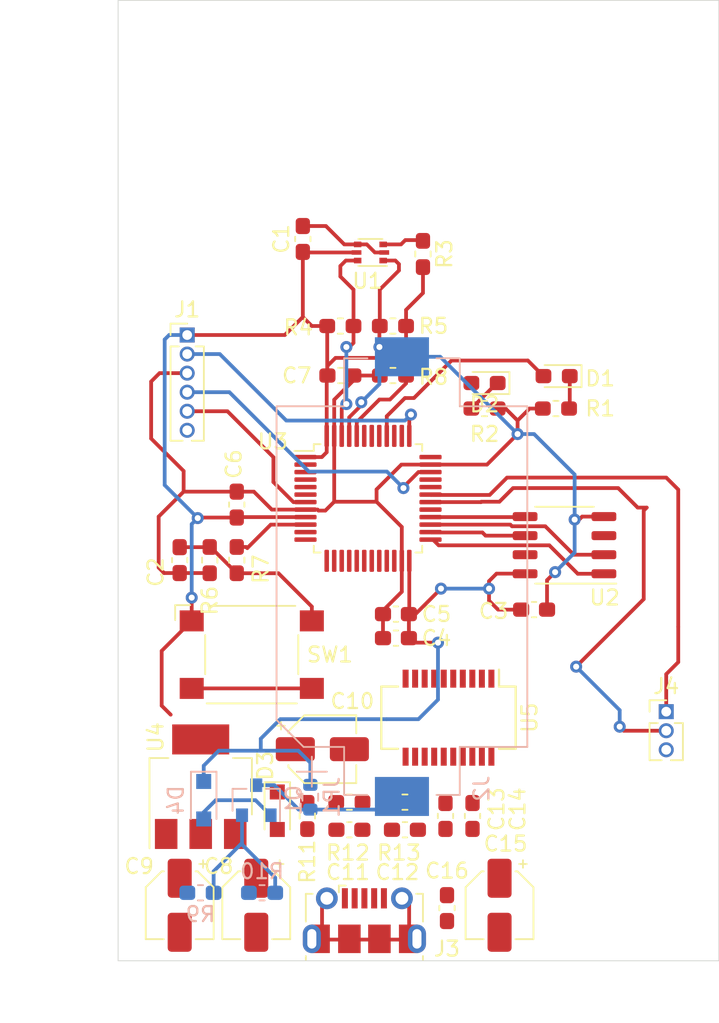
<source format=kicad_pcb>
(kicad_pcb (version 20171130) (host pcbnew "(5.1.10)-1")

  (general
    (thickness 1.6)
    (drawings 6)
    (tracks 278)
    (zones 0)
    (modules 45)
    (nets 35)
  )

  (page A4)
  (layers
    (0 F.Cu signal)
    (31 B.Cu signal hide)
    (32 B.Adhes user)
    (33 F.Adhes user hide)
    (34 B.Paste user)
    (35 F.Paste user hide)
    (36 B.SilkS user hide)
    (37 F.SilkS user)
    (38 B.Mask user)
    (39 F.Mask user hide)
    (40 Dwgs.User user)
    (41 Cmts.User user)
    (42 Eco1.User user hide)
    (43 Eco2.User user)
    (44 Edge.Cuts user)
    (45 Margin user)
    (46 B.CrtYd user)
    (47 F.CrtYd user)
    (48 B.Fab user hide)
    (49 F.Fab user hide)
  )

  (setup
    (last_trace_width 0.25)
    (trace_clearance 0.2)
    (zone_clearance 0.508)
    (zone_45_only no)
    (trace_min 0.2)
    (via_size 0.8)
    (via_drill 0.4)
    (via_min_size 0.4)
    (via_min_drill 0.3)
    (uvia_size 0.3)
    (uvia_drill 0.1)
    (uvias_allowed no)
    (uvia_min_size 0.2)
    (uvia_min_drill 0.1)
    (edge_width 0.05)
    (segment_width 0.2)
    (pcb_text_width 0.3)
    (pcb_text_size 1.5 1.5)
    (mod_edge_width 0.12)
    (mod_text_size 1 1)
    (mod_text_width 0.15)
    (pad_size 1.524 1.524)
    (pad_drill 0.762)
    (pad_to_mask_clearance 0)
    (aux_axis_origin 0 0)
    (visible_elements 7FFEFEFF)
    (pcbplotparams
      (layerselection 0x010fc_ffffffff)
      (usegerberextensions false)
      (usegerberattributes true)
      (usegerberadvancedattributes true)
      (creategerberjobfile true)
      (excludeedgelayer true)
      (linewidth 0.100000)
      (plotframeref false)
      (viasonmask false)
      (mode 1)
      (useauxorigin false)
      (hpglpennumber 1)
      (hpglpenspeed 20)
      (hpglpendiameter 15.000000)
      (psnegative false)
      (psa4output false)
      (plotreference true)
      (plotvalue true)
      (plotinvisibletext false)
      (padsonsilk false)
      (subtractmaskfromsilk false)
      (outputformat 1)
      (mirror false)
      (drillshape 1)
      (scaleselection 1)
      (outputdirectory ""))
  )

  (net 0 "")
  (net 1 GND)
  (net 2 VDC)
  (net 3 "Net-(C2-Pad2)")
  (net 4 VBUS)
  (net 5 "Net-(C9-Pad1)")
  (net 6 /001_Power/USB_DM)
  (net 7 /001_Power/USB_DP)
  (net 8 "Net-(C13-Pad1)")
  (net 9 "Net-(C16-Pad1)")
  (net 10 /USER_LED2)
  (net 11 "Net-(D1-Pad1)")
  (net 12 /USER_LED1)
  (net 13 "Net-(D2-Pad1)")
  (net 14 "Net-(D4-Pad2)")
  (net 15 /NRESET)
  (net 16 /SWDIO)
  (net 17 /SWCLK)
  (net 18 +BATT)
  (net 19 "Net-(Q1-Pad2)")
  (net 20 /TMP_ALERT)
  (net 21 /TMP_SDA)
  (net 22 /TMP_SCL)
  (net 23 /USER_BTN)
  (net 24 /BOOT0)
  (net 25 "Net-(R12-Pad2)")
  (net 26 "Net-(R13-Pad1)")
  (net 27 /FLASH_RSTN)
  (net 28 /FLASH_SCLK)
  (net 29 /FLASH_SI)
  (net 30 /FLASH_WPN)
  (net 31 /FLASH_SO)
  (net 32 /FLASH_CSN)
  (net 33 /USART1_RX)
  (net 34 /USART1_TX)

  (net_class Default "This is the default net class."
    (clearance 0.2)
    (trace_width 0.25)
    (via_dia 0.8)
    (via_drill 0.4)
    (uvia_dia 0.3)
    (uvia_drill 0.1)
    (add_net +BATT)
    (add_net /001_Power/USB_DM)
    (add_net /001_Power/USB_DP)
    (add_net /BOOT0)
    (add_net /FLASH_CSN)
    (add_net /FLASH_RSTN)
    (add_net /FLASH_SCLK)
    (add_net /FLASH_SI)
    (add_net /FLASH_SO)
    (add_net /FLASH_WPN)
    (add_net /NRESET)
    (add_net /SWCLK)
    (add_net /SWDIO)
    (add_net /TMP_ALERT)
    (add_net /TMP_SCL)
    (add_net /TMP_SDA)
    (add_net /USART1_RX)
    (add_net /USART1_TX)
    (add_net /USER_BTN)
    (add_net /USER_LED1)
    (add_net /USER_LED2)
    (add_net GND)
    (add_net "Net-(C13-Pad1)")
    (add_net "Net-(C16-Pad1)")
    (add_net "Net-(C2-Pad2)")
    (add_net "Net-(C9-Pad1)")
    (add_net "Net-(D1-Pad1)")
    (add_net "Net-(D2-Pad1)")
    (add_net "Net-(D4-Pad2)")
    (add_net "Net-(Q1-Pad2)")
    (add_net "Net-(R12-Pad2)")
    (add_net "Net-(R13-Pad1)")
    (add_net VBUS)
    (add_net VDC)
  )

  (module Capacitor_SMD:CP_Elec_4x5.7 (layer F.Cu) (tedit 5BCA39CF) (tstamp 60CD32E0)
    (at 139.2 106.3 270)
    (descr "SMD capacitor, aluminum electrolytic, United Chemi-Con, 4.0x5.7mm")
    (tags "capacitor electrolytic")
    (path /60D5E44C/60C9E935)
    (attr smd)
    (fp_text reference C8 (at -2.6 2.5 180) (layer F.SilkS)
      (effects (font (size 1 1) (thickness 0.15)))
    )
    (fp_text value 10uF (at 0 3.2 90) (layer F.Fab)
      (effects (font (size 1 1) (thickness 0.15)))
    )
    (fp_circle (center 0 0) (end 2 0) (layer F.Fab) (width 0.1))
    (fp_line (start 2.15 -2.15) (end 2.15 2.15) (layer F.Fab) (width 0.1))
    (fp_line (start -1.15 -2.15) (end 2.15 -2.15) (layer F.Fab) (width 0.1))
    (fp_line (start -1.15 2.15) (end 2.15 2.15) (layer F.Fab) (width 0.1))
    (fp_line (start -2.15 -1.15) (end -2.15 1.15) (layer F.Fab) (width 0.1))
    (fp_line (start -2.15 -1.15) (end -1.15 -2.15) (layer F.Fab) (width 0.1))
    (fp_line (start -2.15 1.15) (end -1.15 2.15) (layer F.Fab) (width 0.1))
    (fp_line (start -1.574773 -1) (end -1.174773 -1) (layer F.Fab) (width 0.1))
    (fp_line (start -1.374773 -1.2) (end -1.374773 -0.8) (layer F.Fab) (width 0.1))
    (fp_line (start 2.26 2.26) (end 2.26 1.06) (layer F.SilkS) (width 0.12))
    (fp_line (start 2.26 -2.26) (end 2.26 -1.06) (layer F.SilkS) (width 0.12))
    (fp_line (start -1.195563 -2.26) (end 2.26 -2.26) (layer F.SilkS) (width 0.12))
    (fp_line (start -1.195563 2.26) (end 2.26 2.26) (layer F.SilkS) (width 0.12))
    (fp_line (start -2.26 1.195563) (end -2.26 1.06) (layer F.SilkS) (width 0.12))
    (fp_line (start -2.26 -1.195563) (end -2.26 -1.06) (layer F.SilkS) (width 0.12))
    (fp_line (start -2.26 -1.195563) (end -1.195563 -2.26) (layer F.SilkS) (width 0.12))
    (fp_line (start -2.26 1.195563) (end -1.195563 2.26) (layer F.SilkS) (width 0.12))
    (fp_line (start -3 -1.56) (end -2.5 -1.56) (layer F.SilkS) (width 0.12))
    (fp_line (start -2.75 -1.81) (end -2.75 -1.31) (layer F.SilkS) (width 0.12))
    (fp_line (start 2.4 -2.4) (end 2.4 -1.05) (layer F.CrtYd) (width 0.05))
    (fp_line (start 2.4 -1.05) (end 3.35 -1.05) (layer F.CrtYd) (width 0.05))
    (fp_line (start 3.35 -1.05) (end 3.35 1.05) (layer F.CrtYd) (width 0.05))
    (fp_line (start 3.35 1.05) (end 2.4 1.05) (layer F.CrtYd) (width 0.05))
    (fp_line (start 2.4 1.05) (end 2.4 2.4) (layer F.CrtYd) (width 0.05))
    (fp_line (start -1.25 2.4) (end 2.4 2.4) (layer F.CrtYd) (width 0.05))
    (fp_line (start -1.25 -2.4) (end 2.4 -2.4) (layer F.CrtYd) (width 0.05))
    (fp_line (start -2.4 1.25) (end -1.25 2.4) (layer F.CrtYd) (width 0.05))
    (fp_line (start -2.4 -1.25) (end -1.25 -2.4) (layer F.CrtYd) (width 0.05))
    (fp_line (start -2.4 -1.25) (end -2.4 -1.05) (layer F.CrtYd) (width 0.05))
    (fp_line (start -2.4 1.05) (end -2.4 1.25) (layer F.CrtYd) (width 0.05))
    (fp_line (start -2.4 -1.05) (end -3.35 -1.05) (layer F.CrtYd) (width 0.05))
    (fp_line (start -3.35 -1.05) (end -3.35 1.05) (layer F.CrtYd) (width 0.05))
    (fp_line (start -3.35 1.05) (end -2.4 1.05) (layer F.CrtYd) (width 0.05))
    (fp_text user %R (at 0 0 90) (layer F.Fab)
      (effects (font (size 0.8 0.8) (thickness 0.12)))
    )
    (pad 2 smd roundrect (at 1.8 0 270) (size 2.6 1.6) (layers F.Cu F.Paste F.Mask) (roundrect_rratio 0.15625)
      (net 1 GND))
    (pad 1 smd roundrect (at -1.8 0 270) (size 2.6 1.6) (layers F.Cu F.Paste F.Mask) (roundrect_rratio 0.15625)
      (net 4 VBUS))
    (model ${KISYS3DMOD}/Capacitor_SMD.3dshapes/CP_Elec_4x5.7.wrl
      (at (xyz 0 0 0))
      (scale (xyz 1 1 1))
      (rotate (xyz 0 0 0))
    )
  )

  (module Button_Switch_SMD:SW_SPST_Omron_B3FS-101xP (layer F.Cu) (tedit 5E6E8E39) (tstamp 60CF9BD2)
    (at 138.9 89.6)
    (descr "Surface Mount Tactile Switch for High-Density Mounting, 4.3mm height, https://omronfs.omron.com/en_US/ecb/products/pdf/en-b3fs.pdf")
    (tags "Tactile Switch")
    (path /60C6A850)
    (attr smd)
    (fp_text reference SW1 (at 5.2 0 180) (layer F.SilkS)
      (effects (font (size 1 1) (thickness 0.15)))
    )
    (fp_text value UserBtn (at 0 4.2) (layer F.Fab)
      (effects (font (size 1 1) (thickness 0.15)))
    )
    (fp_line (start 2.9 -3.25) (end -2.9 -3.25) (layer F.SilkS) (width 0.12))
    (fp_line (start 3 3.25) (end -3 3.25) (layer F.SilkS) (width 0.12))
    (fp_line (start 3.1 -1.3) (end 3.1 1.3) (layer F.SilkS) (width 0.12))
    (fp_line (start -3.1 -1.3) (end -3.1 1.3) (layer F.SilkS) (width 0.12))
    (fp_line (start -3 -3.15) (end 3 -3.15) (layer F.Fab) (width 0.1))
    (fp_line (start 3 -3.15) (end 3 3.15) (layer F.Fab) (width 0.1))
    (fp_line (start 3 3.15) (end -3 3.15) (layer F.Fab) (width 0.1))
    (fp_line (start -3 3.15) (end -3 -3.15) (layer F.Fab) (width 0.1))
    (fp_line (start -5.05 -3.4) (end 5.05 -3.4) (layer F.CrtYd) (width 0.05))
    (fp_line (start 5.05 -3.4) (end 5.05 -1.3) (layer F.CrtYd) (width 0.05))
    (fp_line (start 5.05 -1.3) (end 3.25 -1.3) (layer F.CrtYd) (width 0.05))
    (fp_line (start 3.25 -1.3) (end 3.25 1.3) (layer F.CrtYd) (width 0.05))
    (fp_line (start 3.25 1.3) (end 5.05 1.3) (layer F.CrtYd) (width 0.05))
    (fp_line (start 5.05 1.3) (end 5.05 3.4) (layer F.CrtYd) (width 0.05))
    (fp_line (start 5.05 3.4) (end -5.05 3.4) (layer F.CrtYd) (width 0.05))
    (fp_line (start -5.05 3.4) (end -5.05 1.3) (layer F.CrtYd) (width 0.05))
    (fp_line (start -5.05 1.3) (end -3.25 1.3) (layer F.CrtYd) (width 0.05))
    (fp_line (start -3.25 1.3) (end -3.25 -1.3) (layer F.CrtYd) (width 0.05))
    (fp_line (start -3.25 -1.3) (end -5.05 -1.3) (layer F.CrtYd) (width 0.05))
    (fp_line (start -5.05 -1.3) (end -5.05 -3.4) (layer F.CrtYd) (width 0.05))
    (fp_circle (center 0 0) (end 1.5 0) (layer F.Fab) (width 0.1))
    (fp_line (start -5.1 -3.3) (end -4.1 -3.3) (layer F.SilkS) (width 0.12))
    (fp_line (start -5.1 -2.3) (end -5.1 -3.3) (layer F.SilkS) (width 0.12))
    (fp_text user %R (at 0 -2.2) (layer F.Fab)
      (effects (font (size 1 1) (thickness 0.15)))
    )
    (pad 3 smd rect (at -4 2.25 180) (size 1.6 1.4) (layers F.Cu F.Paste F.Mask))
    (pad 4 smd rect (at 4 2.25 180) (size 1.6 1.4) (layers F.Cu F.Paste F.Mask))
    (pad 1 smd rect (at -4 -2.25 180) (size 1.6 1.4) (layers F.Cu F.Paste F.Mask)
      (net 2 VDC))
    (pad 2 smd rect (at 4 -2.25 180) (size 1.6 1.4) (layers F.Cu F.Paste F.Mask)
      (net 3 "Net-(C2-Pad2)"))
    (model ${KISYS3DMOD}/Button_Switch_SMD.3dshapes/SW_SPST_Omron_B3FS-101xP.wrl
      (at (xyz 0 0 0))
      (scale (xyz 1 1 1))
      (rotate (xyz 0 0 0))
    )
  )

  (module Capacitor_SMD:CP_Elec_4x5.7 (layer F.Cu) (tedit 5BCA39CF) (tstamp 60D3AC52)
    (at 155.4 106.3 270)
    (descr "SMD capacitor, aluminum electrolytic, United Chemi-Con, 4.0x5.7mm")
    (tags "capacitor electrolytic")
    (path /60D5E44C/60CC9B9E)
    (attr smd)
    (fp_text reference C15 (at -4.1 -0.4 180) (layer F.SilkS)
      (effects (font (size 1 1) (thickness 0.15)))
    )
    (fp_text value 4.7uF (at 0 3.2 90) (layer F.Fab)
      (effects (font (size 1 1) (thickness 0.15)))
    )
    (fp_circle (center 0 0) (end 2 0) (layer F.Fab) (width 0.1))
    (fp_line (start 2.15 -2.15) (end 2.15 2.15) (layer F.Fab) (width 0.1))
    (fp_line (start -1.15 -2.15) (end 2.15 -2.15) (layer F.Fab) (width 0.1))
    (fp_line (start -1.15 2.15) (end 2.15 2.15) (layer F.Fab) (width 0.1))
    (fp_line (start -2.15 -1.15) (end -2.15 1.15) (layer F.Fab) (width 0.1))
    (fp_line (start -2.15 -1.15) (end -1.15 -2.15) (layer F.Fab) (width 0.1))
    (fp_line (start -2.15 1.15) (end -1.15 2.15) (layer F.Fab) (width 0.1))
    (fp_line (start -1.574773 -1) (end -1.174773 -1) (layer F.Fab) (width 0.1))
    (fp_line (start -1.374773 -1.2) (end -1.374773 -0.8) (layer F.Fab) (width 0.1))
    (fp_line (start 2.26 2.26) (end 2.26 1.06) (layer F.SilkS) (width 0.12))
    (fp_line (start 2.26 -2.26) (end 2.26 -1.06) (layer F.SilkS) (width 0.12))
    (fp_line (start -1.195563 -2.26) (end 2.26 -2.26) (layer F.SilkS) (width 0.12))
    (fp_line (start -1.195563 2.26) (end 2.26 2.26) (layer F.SilkS) (width 0.12))
    (fp_line (start -2.26 1.195563) (end -2.26 1.06) (layer F.SilkS) (width 0.12))
    (fp_line (start -2.26 -1.195563) (end -2.26 -1.06) (layer F.SilkS) (width 0.12))
    (fp_line (start -2.26 -1.195563) (end -1.195563 -2.26) (layer F.SilkS) (width 0.12))
    (fp_line (start -2.26 1.195563) (end -1.195563 2.26) (layer F.SilkS) (width 0.12))
    (fp_line (start -3 -1.56) (end -2.5 -1.56) (layer F.SilkS) (width 0.12))
    (fp_line (start -2.75 -1.81) (end -2.75 -1.31) (layer F.SilkS) (width 0.12))
    (fp_line (start 2.4 -2.4) (end 2.4 -1.05) (layer F.CrtYd) (width 0.05))
    (fp_line (start 2.4 -1.05) (end 3.35 -1.05) (layer F.CrtYd) (width 0.05))
    (fp_line (start 3.35 -1.05) (end 3.35 1.05) (layer F.CrtYd) (width 0.05))
    (fp_line (start 3.35 1.05) (end 2.4 1.05) (layer F.CrtYd) (width 0.05))
    (fp_line (start 2.4 1.05) (end 2.4 2.4) (layer F.CrtYd) (width 0.05))
    (fp_line (start -1.25 2.4) (end 2.4 2.4) (layer F.CrtYd) (width 0.05))
    (fp_line (start -1.25 -2.4) (end 2.4 -2.4) (layer F.CrtYd) (width 0.05))
    (fp_line (start -2.4 1.25) (end -1.25 2.4) (layer F.CrtYd) (width 0.05))
    (fp_line (start -2.4 -1.25) (end -1.25 -2.4) (layer F.CrtYd) (width 0.05))
    (fp_line (start -2.4 -1.25) (end -2.4 -1.05) (layer F.CrtYd) (width 0.05))
    (fp_line (start -2.4 1.05) (end -2.4 1.25) (layer F.CrtYd) (width 0.05))
    (fp_line (start -2.4 -1.05) (end -3.35 -1.05) (layer F.CrtYd) (width 0.05))
    (fp_line (start -3.35 -1.05) (end -3.35 1.05) (layer F.CrtYd) (width 0.05))
    (fp_line (start -3.35 1.05) (end -2.4 1.05) (layer F.CrtYd) (width 0.05))
    (fp_text user %R (at 0 0 90) (layer F.Fab)
      (effects (font (size 0.8 0.8) (thickness 0.12)))
    )
    (pad 2 smd roundrect (at 1.8 0 270) (size 2.6 1.6) (layers F.Cu F.Paste F.Mask) (roundrect_rratio 0.15625)
      (net 1 GND))
    (pad 1 smd roundrect (at -1.8 0 270) (size 2.6 1.6) (layers F.Cu F.Paste F.Mask) (roundrect_rratio 0.15625)
      (net 4 VBUS))
    (model ${KISYS3DMOD}/Capacitor_SMD.3dshapes/CP_Elec_4x5.7.wrl
      (at (xyz 0 0 0))
      (scale (xyz 1 1 1))
      (rotate (xyz 0 0 0))
    )
  )

  (module Capacitor_SMD:C_0603_1608Metric_Pad1.08x0.95mm_HandSolder (layer F.Cu) (tedit 5F68FEEF) (tstamp 60CD3FAA)
    (at 149.1 101.27)
    (descr "Capacitor SMD 0603 (1608 Metric), square (rectangular) end terminal, IPC_7351 nominal with elongated pad for handsoldering. (Body size source: IPC-SM-782 page 76, https://www.pcb-3d.com/wordpress/wp-content/uploads/ipc-sm-782a_amendment_1_and_2.pdf), generated with kicad-footprint-generator")
    (tags "capacitor handsolder")
    (path /60D5E44C/60C9866F)
    (attr smd)
    (fp_text reference C12 (at -0.5 2.83) (layer F.SilkS)
      (effects (font (size 1 1) (thickness 0.15)))
    )
    (fp_text value 47p (at 0 1.43) (layer F.Fab)
      (effects (font (size 1 1) (thickness 0.15)))
    )
    (fp_line (start -0.8 0.4) (end -0.8 -0.4) (layer F.Fab) (width 0.1))
    (fp_line (start -0.8 -0.4) (end 0.8 -0.4) (layer F.Fab) (width 0.1))
    (fp_line (start 0.8 -0.4) (end 0.8 0.4) (layer F.Fab) (width 0.1))
    (fp_line (start 0.8 0.4) (end -0.8 0.4) (layer F.Fab) (width 0.1))
    (fp_line (start -0.146267 -0.51) (end 0.146267 -0.51) (layer F.SilkS) (width 0.12))
    (fp_line (start -0.146267 0.51) (end 0.146267 0.51) (layer F.SilkS) (width 0.12))
    (fp_line (start -1.65 0.73) (end -1.65 -0.73) (layer F.CrtYd) (width 0.05))
    (fp_line (start -1.65 -0.73) (end 1.65 -0.73) (layer F.CrtYd) (width 0.05))
    (fp_line (start 1.65 -0.73) (end 1.65 0.73) (layer F.CrtYd) (width 0.05))
    (fp_line (start 1.65 0.73) (end -1.65 0.73) (layer F.CrtYd) (width 0.05))
    (fp_text user %R (at 0 0) (layer F.Fab)
      (effects (font (size 0.4 0.4) (thickness 0.06)))
    )
    (pad 2 smd roundrect (at 0.8625 0) (size 1.075 0.95) (layers F.Cu F.Paste F.Mask) (roundrect_rratio 0.25)
      (net 1 GND))
    (pad 1 smd roundrect (at -0.8625 0) (size 1.075 0.95) (layers F.Cu F.Paste F.Mask) (roundrect_rratio 0.25)
      (net 7 /001_Power/USB_DP))
    (model ${KISYS3DMOD}/Capacitor_SMD.3dshapes/C_0603_1608Metric.wrl
      (at (xyz 0 0 0))
      (scale (xyz 1 1 1))
      (rotate (xyz 0 0 0))
    )
  )

  (module Capacitor_SMD:C_0603_1608Metric_Pad1.08x0.95mm_HandSolder (layer F.Cu) (tedit 5F68FEEF) (tstamp 60CF91CA)
    (at 145.4 101.27 180)
    (descr "Capacitor SMD 0603 (1608 Metric), square (rectangular) end terminal, IPC_7351 nominal with elongated pad for handsoldering. (Body size source: IPC-SM-782 page 76, https://www.pcb-3d.com/wordpress/wp-content/uploads/ipc-sm-782a_amendment_1_and_2.pdf), generated with kicad-footprint-generator")
    (tags "capacitor handsolder")
    (path /60D5E44C/60C970F5)
    (attr smd)
    (fp_text reference C11 (at 0.1 -2.83) (layer F.SilkS)
      (effects (font (size 1 1) (thickness 0.15)))
    )
    (fp_text value 47p (at 0 1.43) (layer F.Fab)
      (effects (font (size 1 1) (thickness 0.15)))
    )
    (fp_line (start -0.8 0.4) (end -0.8 -0.4) (layer F.Fab) (width 0.1))
    (fp_line (start -0.8 -0.4) (end 0.8 -0.4) (layer F.Fab) (width 0.1))
    (fp_line (start 0.8 -0.4) (end 0.8 0.4) (layer F.Fab) (width 0.1))
    (fp_line (start 0.8 0.4) (end -0.8 0.4) (layer F.Fab) (width 0.1))
    (fp_line (start -0.146267 -0.51) (end 0.146267 -0.51) (layer F.SilkS) (width 0.12))
    (fp_line (start -0.146267 0.51) (end 0.146267 0.51) (layer F.SilkS) (width 0.12))
    (fp_line (start -1.65 0.73) (end -1.65 -0.73) (layer F.CrtYd) (width 0.05))
    (fp_line (start -1.65 -0.73) (end 1.65 -0.73) (layer F.CrtYd) (width 0.05))
    (fp_line (start 1.65 -0.73) (end 1.65 0.73) (layer F.CrtYd) (width 0.05))
    (fp_line (start 1.65 0.73) (end -1.65 0.73) (layer F.CrtYd) (width 0.05))
    (fp_text user %R (at 0 0) (layer F.Fab)
      (effects (font (size 0.4 0.4) (thickness 0.06)))
    )
    (pad 2 smd roundrect (at 0.8625 0 180) (size 1.075 0.95) (layers F.Cu F.Paste F.Mask) (roundrect_rratio 0.25)
      (net 1 GND))
    (pad 1 smd roundrect (at -0.8625 0 180) (size 1.075 0.95) (layers F.Cu F.Paste F.Mask) (roundrect_rratio 0.25)
      (net 6 /001_Power/USB_DM))
    (model ${KISYS3DMOD}/Capacitor_SMD.3dshapes/C_0603_1608Metric.wrl
      (at (xyz 0 0 0))
      (scale (xyz 1 1 1))
      (rotate (xyz 0 0 0))
    )
  )

  (module Connector_PinHeader_1.27mm:PinHeader_1x03_P1.27mm_Vertical (layer F.Cu) (tedit 59FED6E3) (tstamp 60CF6402)
    (at 166.5 93.4)
    (descr "Through hole straight pin header, 1x03, 1.27mm pitch, single row")
    (tags "Through hole pin header THT 1x03 1.27mm single row")
    (path /60D0250A)
    (fp_text reference J4 (at 0 -1.695) (layer F.SilkS)
      (effects (font (size 1 1) (thickness 0.15)))
    )
    (fp_text value UART (at 0 4.235) (layer F.Fab)
      (effects (font (size 1 1) (thickness 0.15)))
    )
    (fp_line (start -0.525 -0.635) (end 1.05 -0.635) (layer F.Fab) (width 0.1))
    (fp_line (start 1.05 -0.635) (end 1.05 3.175) (layer F.Fab) (width 0.1))
    (fp_line (start 1.05 3.175) (end -1.05 3.175) (layer F.Fab) (width 0.1))
    (fp_line (start -1.05 3.175) (end -1.05 -0.11) (layer F.Fab) (width 0.1))
    (fp_line (start -1.05 -0.11) (end -0.525 -0.635) (layer F.Fab) (width 0.1))
    (fp_line (start -1.11 3.235) (end -0.30753 3.235) (layer F.SilkS) (width 0.12))
    (fp_line (start 0.30753 3.235) (end 1.11 3.235) (layer F.SilkS) (width 0.12))
    (fp_line (start -1.11 0.76) (end -1.11 3.235) (layer F.SilkS) (width 0.12))
    (fp_line (start 1.11 0.76) (end 1.11 3.235) (layer F.SilkS) (width 0.12))
    (fp_line (start -1.11 0.76) (end -0.563471 0.76) (layer F.SilkS) (width 0.12))
    (fp_line (start 0.563471 0.76) (end 1.11 0.76) (layer F.SilkS) (width 0.12))
    (fp_line (start -1.11 0) (end -1.11 -0.76) (layer F.SilkS) (width 0.12))
    (fp_line (start -1.11 -0.76) (end 0 -0.76) (layer F.SilkS) (width 0.12))
    (fp_line (start -1.55 -1.15) (end -1.55 3.7) (layer F.CrtYd) (width 0.05))
    (fp_line (start -1.55 3.7) (end 1.55 3.7) (layer F.CrtYd) (width 0.05))
    (fp_line (start 1.55 3.7) (end 1.55 -1.15) (layer F.CrtYd) (width 0.05))
    (fp_line (start 1.55 -1.15) (end -1.55 -1.15) (layer F.CrtYd) (width 0.05))
    (fp_text user %R (at 0 1.27 90) (layer F.Fab)
      (effects (font (size 1 1) (thickness 0.15)))
    )
    (pad 3 thru_hole oval (at 0 2.54) (size 1 1) (drill 0.65) (layers *.Cu *.Mask)
      (net 1 GND))
    (pad 2 thru_hole oval (at 0 1.27) (size 1 1) (drill 0.65) (layers *.Cu *.Mask)
      (net 34 /USART1_TX))
    (pad 1 thru_hole rect (at 0 0) (size 1 1) (drill 0.65) (layers *.Cu *.Mask)
      (net 33 /USART1_RX))
    (model ${KISYS3DMOD}/Connector_PinHeader_1.27mm.3dshapes/PinHeader_1x03_P1.27mm_Vertical.wrl
      (at (xyz 0 0 0))
      (scale (xyz 1 1 1))
      (rotate (xyz 0 0 0))
    )
  )

  (module Diode_SMD:D_SOD-323_HandSoldering (layer B.Cu) (tedit 58641869) (tstamp 60CD33BE)
    (at 135.7 99.3 270)
    (descr SOD-323)
    (tags SOD-323)
    (path /60D5E44C/60CC256F)
    (attr smd)
    (fp_text reference D4 (at 0 1.85 90) (layer B.SilkS)
      (effects (font (size 1 1) (thickness 0.15)) (justify mirror))
    )
    (fp_text value D_Schottky (at 0.1 -1.9 90) (layer B.Fab)
      (effects (font (size 1 1) (thickness 0.15)) (justify mirror))
    )
    (fp_line (start -1.9 0.85) (end -1.9 -0.85) (layer B.SilkS) (width 0.12))
    (fp_line (start 0.2 0) (end 0.45 0) (layer B.Fab) (width 0.1))
    (fp_line (start 0.2 -0.35) (end -0.3 0) (layer B.Fab) (width 0.1))
    (fp_line (start 0.2 0.35) (end 0.2 -0.35) (layer B.Fab) (width 0.1))
    (fp_line (start -0.3 0) (end 0.2 0.35) (layer B.Fab) (width 0.1))
    (fp_line (start -0.3 0) (end -0.5 0) (layer B.Fab) (width 0.1))
    (fp_line (start -0.3 0.35) (end -0.3 -0.35) (layer B.Fab) (width 0.1))
    (fp_line (start -0.9 -0.7) (end -0.9 0.7) (layer B.Fab) (width 0.1))
    (fp_line (start 0.9 -0.7) (end -0.9 -0.7) (layer B.Fab) (width 0.1))
    (fp_line (start 0.9 0.7) (end 0.9 -0.7) (layer B.Fab) (width 0.1))
    (fp_line (start -0.9 0.7) (end 0.9 0.7) (layer B.Fab) (width 0.1))
    (fp_line (start -2 0.95) (end 2 0.95) (layer B.CrtYd) (width 0.05))
    (fp_line (start 2 0.95) (end 2 -0.95) (layer B.CrtYd) (width 0.05))
    (fp_line (start -2 -0.95) (end 2 -0.95) (layer B.CrtYd) (width 0.05))
    (fp_line (start -2 0.95) (end -2 -0.95) (layer B.CrtYd) (width 0.05))
    (fp_line (start -1.9 -0.85) (end 1.25 -0.85) (layer B.SilkS) (width 0.12))
    (fp_line (start -1.9 0.85) (end 1.25 0.85) (layer B.SilkS) (width 0.12))
    (fp_text user %R (at 0 1.85 90) (layer B.Fab)
      (effects (font (size 1 1) (thickness 0.15)) (justify mirror))
    )
    (pad 2 smd rect (at 1.25 0 270) (size 1 1) (layers B.Cu B.Paste B.Mask)
      (net 14 "Net-(D4-Pad2)"))
    (pad 1 smd rect (at -1.25 0 270) (size 1 1) (layers B.Cu B.Paste B.Mask)
      (net 2 VDC))
    (model ${KISYS3DMOD}/Diode_SMD.3dshapes/D_SOD-323.wrl
      (at (xyz 0 0 0))
      (scale (xyz 1 1 1))
      (rotate (xyz 0 0 0))
    )
  )

  (module Diode_SMD:D_SOD-323_HandSoldering (layer F.Cu) (tedit 58641869) (tstamp 60CD33A6)
    (at 140.6 100 270)
    (descr SOD-323)
    (tags SOD-323)
    (path /60D5E44C/60CC2A39)
    (attr smd)
    (fp_text reference D3 (at -3 0.8 90) (layer F.SilkS)
      (effects (font (size 1 1) (thickness 0.15)))
    )
    (fp_text value D_Schottky (at 0.1 1.9 90) (layer F.Fab)
      (effects (font (size 1 1) (thickness 0.15)))
    )
    (fp_line (start -1.9 -0.85) (end -1.9 0.85) (layer F.SilkS) (width 0.12))
    (fp_line (start 0.2 0) (end 0.45 0) (layer F.Fab) (width 0.1))
    (fp_line (start 0.2 0.35) (end -0.3 0) (layer F.Fab) (width 0.1))
    (fp_line (start 0.2 -0.35) (end 0.2 0.35) (layer F.Fab) (width 0.1))
    (fp_line (start -0.3 0) (end 0.2 -0.35) (layer F.Fab) (width 0.1))
    (fp_line (start -0.3 0) (end -0.5 0) (layer F.Fab) (width 0.1))
    (fp_line (start -0.3 -0.35) (end -0.3 0.35) (layer F.Fab) (width 0.1))
    (fp_line (start -0.9 0.7) (end -0.9 -0.7) (layer F.Fab) (width 0.1))
    (fp_line (start 0.9 0.7) (end -0.9 0.7) (layer F.Fab) (width 0.1))
    (fp_line (start 0.9 -0.7) (end 0.9 0.7) (layer F.Fab) (width 0.1))
    (fp_line (start -0.9 -0.7) (end 0.9 -0.7) (layer F.Fab) (width 0.1))
    (fp_line (start -2 -0.95) (end 2 -0.95) (layer F.CrtYd) (width 0.05))
    (fp_line (start 2 -0.95) (end 2 0.95) (layer F.CrtYd) (width 0.05))
    (fp_line (start -2 0.95) (end 2 0.95) (layer F.CrtYd) (width 0.05))
    (fp_line (start -2 -0.95) (end -2 0.95) (layer F.CrtYd) (width 0.05))
    (fp_line (start -1.9 0.85) (end 1.25 0.85) (layer F.SilkS) (width 0.12))
    (fp_line (start -1.9 -0.85) (end 1.25 -0.85) (layer F.SilkS) (width 0.12))
    (fp_text user %R (at 0 -1.85 90) (layer F.Fab)
      (effects (font (size 1 1) (thickness 0.15)))
    )
    (pad 2 smd rect (at 1.25 0 270) (size 1 1) (layers F.Cu F.Paste F.Mask)
      (net 5 "Net-(C9-Pad1)"))
    (pad 1 smd rect (at -1.25 0 270) (size 1 1) (layers F.Cu F.Paste F.Mask)
      (net 2 VDC))
    (model ${KISYS3DMOD}/Diode_SMD.3dshapes/D_SOD-323.wrl
      (at (xyz 0 0 0))
      (scale (xyz 1 1 1))
      (rotate (xyz 0 0 0))
    )
  )

  (module LED_SMD:LED_0603_1608Metric_Pad1.05x0.95mm_HandSolder (layer F.Cu) (tedit 5F68FEF1) (tstamp 60CD338E)
    (at 154.4 71.5 180)
    (descr "LED SMD 0603 (1608 Metric), square (rectangular) end terminal, IPC_7351 nominal, (Body size source: http://www.tortai-tech.com/upload/download/2011102023233369053.pdf), generated with kicad-footprint-generator")
    (tags "LED handsolder")
    (path /60C5A81E)
    (attr smd)
    (fp_text reference D2 (at 0 -1.43) (layer F.SilkS)
      (effects (font (size 1 1) (thickness 0.15)))
    )
    (fp_text value Led2 (at 0 1.43) (layer F.Fab)
      (effects (font (size 1 1) (thickness 0.15)))
    )
    (fp_line (start 0.8 -0.4) (end -0.5 -0.4) (layer F.Fab) (width 0.1))
    (fp_line (start -0.5 -0.4) (end -0.8 -0.1) (layer F.Fab) (width 0.1))
    (fp_line (start -0.8 -0.1) (end -0.8 0.4) (layer F.Fab) (width 0.1))
    (fp_line (start -0.8 0.4) (end 0.8 0.4) (layer F.Fab) (width 0.1))
    (fp_line (start 0.8 0.4) (end 0.8 -0.4) (layer F.Fab) (width 0.1))
    (fp_line (start 0.8 -0.735) (end -1.66 -0.735) (layer F.SilkS) (width 0.12))
    (fp_line (start -1.66 -0.735) (end -1.66 0.735) (layer F.SilkS) (width 0.12))
    (fp_line (start -1.66 0.735) (end 0.8 0.735) (layer F.SilkS) (width 0.12))
    (fp_line (start -1.65 0.73) (end -1.65 -0.73) (layer F.CrtYd) (width 0.05))
    (fp_line (start -1.65 -0.73) (end 1.65 -0.73) (layer F.CrtYd) (width 0.05))
    (fp_line (start 1.65 -0.73) (end 1.65 0.73) (layer F.CrtYd) (width 0.05))
    (fp_line (start 1.65 0.73) (end -1.65 0.73) (layer F.CrtYd) (width 0.05))
    (fp_text user %R (at 0 0) (layer F.Fab)
      (effects (font (size 0.4 0.4) (thickness 0.06)))
    )
    (pad 2 smd roundrect (at 0.875 0 180) (size 1.05 0.95) (layers F.Cu F.Paste F.Mask) (roundrect_rratio 0.25)
      (net 12 /USER_LED1))
    (pad 1 smd roundrect (at -0.875 0 180) (size 1.05 0.95) (layers F.Cu F.Paste F.Mask) (roundrect_rratio 0.25)
      (net 13 "Net-(D2-Pad1)"))
    (model ${KISYS3DMOD}/LED_SMD.3dshapes/LED_0603_1608Metric.wrl
      (at (xyz 0 0 0))
      (scale (xyz 1 1 1))
      (rotate (xyz 0 0 0))
    )
  )

  (module LED_SMD:LED_0603_1608Metric_Pad1.05x0.95mm_HandSolder (layer F.Cu) (tedit 5F68FEF1) (tstamp 60CF9B8F)
    (at 159.2 71.04 180)
    (descr "LED SMD 0603 (1608 Metric), square (rectangular) end terminal, IPC_7351 nominal, (Body size source: http://www.tortai-tech.com/upload/download/2011102023233369053.pdf), generated with kicad-footprint-generator")
    (tags "LED handsolder")
    (path /60DFD0E4)
    (attr smd)
    (fp_text reference D1 (at -2.9 -0.16) (layer F.SilkS)
      (effects (font (size 1 1) (thickness 0.15)))
    )
    (fp_text value Led1 (at 0 1.43) (layer F.Fab)
      (effects (font (size 1 1) (thickness 0.15)))
    )
    (fp_line (start 0.8 -0.4) (end -0.5 -0.4) (layer F.Fab) (width 0.1))
    (fp_line (start -0.5 -0.4) (end -0.8 -0.1) (layer F.Fab) (width 0.1))
    (fp_line (start -0.8 -0.1) (end -0.8 0.4) (layer F.Fab) (width 0.1))
    (fp_line (start -0.8 0.4) (end 0.8 0.4) (layer F.Fab) (width 0.1))
    (fp_line (start 0.8 0.4) (end 0.8 -0.4) (layer F.Fab) (width 0.1))
    (fp_line (start 0.8 -0.735) (end -1.66 -0.735) (layer F.SilkS) (width 0.12))
    (fp_line (start -1.66 -0.735) (end -1.66 0.735) (layer F.SilkS) (width 0.12))
    (fp_line (start -1.66 0.735) (end 0.8 0.735) (layer F.SilkS) (width 0.12))
    (fp_line (start -1.65 0.73) (end -1.65 -0.73) (layer F.CrtYd) (width 0.05))
    (fp_line (start -1.65 -0.73) (end 1.65 -0.73) (layer F.CrtYd) (width 0.05))
    (fp_line (start 1.65 -0.73) (end 1.65 0.73) (layer F.CrtYd) (width 0.05))
    (fp_line (start 1.65 0.73) (end -1.65 0.73) (layer F.CrtYd) (width 0.05))
    (fp_text user %R (at 0 0) (layer F.Fab)
      (effects (font (size 0.4 0.4) (thickness 0.06)))
    )
    (pad 2 smd roundrect (at 0.875 0 180) (size 1.05 0.95) (layers F.Cu F.Paste F.Mask) (roundrect_rratio 0.25)
      (net 10 /USER_LED2))
    (pad 1 smd roundrect (at -0.875 0 180) (size 1.05 0.95) (layers F.Cu F.Paste F.Mask) (roundrect_rratio 0.25)
      (net 11 "Net-(D1-Pad1)"))
    (model ${KISYS3DMOD}/LED_SMD.3dshapes/LED_0603_1608Metric.wrl
      (at (xyz 0 0 0))
      (scale (xyz 1 1 1))
      (rotate (xyz 0 0 0))
    )
  )

  (module Capacitor_SMD:CP_Elec_4x5.7 (layer F.Cu) (tedit 5BCA39CF) (tstamp 60CD3302)
    (at 143.6 95.9)
    (descr "SMD capacitor, aluminum electrolytic, United Chemi-Con, 4.0x5.7mm")
    (tags "capacitor electrolytic")
    (path /60D5E44C/60CCEFE5)
    (attr smd)
    (fp_text reference C10 (at 2 -3.2) (layer F.SilkS)
      (effects (font (size 1 1) (thickness 0.15)))
    )
    (fp_text value 10uF (at 0 3.2) (layer F.Fab)
      (effects (font (size 1 1) (thickness 0.15)))
    )
    (fp_circle (center 0 0) (end 2 0) (layer F.Fab) (width 0.1))
    (fp_line (start 2.15 -2.15) (end 2.15 2.15) (layer F.Fab) (width 0.1))
    (fp_line (start -1.15 -2.15) (end 2.15 -2.15) (layer F.Fab) (width 0.1))
    (fp_line (start -1.15 2.15) (end 2.15 2.15) (layer F.Fab) (width 0.1))
    (fp_line (start -2.15 -1.15) (end -2.15 1.15) (layer F.Fab) (width 0.1))
    (fp_line (start -2.15 -1.15) (end -1.15 -2.15) (layer F.Fab) (width 0.1))
    (fp_line (start -2.15 1.15) (end -1.15 2.15) (layer F.Fab) (width 0.1))
    (fp_line (start -1.574773 -1) (end -1.174773 -1) (layer F.Fab) (width 0.1))
    (fp_line (start -1.374773 -1.2) (end -1.374773 -0.8) (layer F.Fab) (width 0.1))
    (fp_line (start 2.26 2.26) (end 2.26 1.06) (layer F.SilkS) (width 0.12))
    (fp_line (start 2.26 -2.26) (end 2.26 -1.06) (layer F.SilkS) (width 0.12))
    (fp_line (start -1.195563 -2.26) (end 2.26 -2.26) (layer F.SilkS) (width 0.12))
    (fp_line (start -1.195563 2.26) (end 2.26 2.26) (layer F.SilkS) (width 0.12))
    (fp_line (start -2.26 1.195563) (end -2.26 1.06) (layer F.SilkS) (width 0.12))
    (fp_line (start -2.26 -1.195563) (end -2.26 -1.06) (layer F.SilkS) (width 0.12))
    (fp_line (start -2.26 -1.195563) (end -1.195563 -2.26) (layer F.SilkS) (width 0.12))
    (fp_line (start -2.26 1.195563) (end -1.195563 2.26) (layer F.SilkS) (width 0.12))
    (fp_line (start -3 -1.56) (end -2.5 -1.56) (layer F.SilkS) (width 0.12))
    (fp_line (start -2.75 -1.81) (end -2.75 -1.31) (layer F.SilkS) (width 0.12))
    (fp_line (start 2.4 -2.4) (end 2.4 -1.05) (layer F.CrtYd) (width 0.05))
    (fp_line (start 2.4 -1.05) (end 3.35 -1.05) (layer F.CrtYd) (width 0.05))
    (fp_line (start 3.35 -1.05) (end 3.35 1.05) (layer F.CrtYd) (width 0.05))
    (fp_line (start 3.35 1.05) (end 2.4 1.05) (layer F.CrtYd) (width 0.05))
    (fp_line (start 2.4 1.05) (end 2.4 2.4) (layer F.CrtYd) (width 0.05))
    (fp_line (start -1.25 2.4) (end 2.4 2.4) (layer F.CrtYd) (width 0.05))
    (fp_line (start -1.25 -2.4) (end 2.4 -2.4) (layer F.CrtYd) (width 0.05))
    (fp_line (start -2.4 1.25) (end -1.25 2.4) (layer F.CrtYd) (width 0.05))
    (fp_line (start -2.4 -1.25) (end -1.25 -2.4) (layer F.CrtYd) (width 0.05))
    (fp_line (start -2.4 -1.25) (end -2.4 -1.05) (layer F.CrtYd) (width 0.05))
    (fp_line (start -2.4 1.05) (end -2.4 1.25) (layer F.CrtYd) (width 0.05))
    (fp_line (start -2.4 -1.05) (end -3.35 -1.05) (layer F.CrtYd) (width 0.05))
    (fp_line (start -3.35 -1.05) (end -3.35 1.05) (layer F.CrtYd) (width 0.05))
    (fp_line (start -3.35 1.05) (end -2.4 1.05) (layer F.CrtYd) (width 0.05))
    (fp_text user %R (at 0 0) (layer F.Fab)
      (effects (font (size 0.8 0.8) (thickness 0.12)))
    )
    (pad 2 smd roundrect (at 1.8 0) (size 2.6 1.6) (layers F.Cu F.Paste F.Mask) (roundrect_rratio 0.15625)
      (net 1 GND))
    (pad 1 smd roundrect (at -1.8 0) (size 2.6 1.6) (layers F.Cu F.Paste F.Mask) (roundrect_rratio 0.15625)
      (net 2 VDC))
    (model ${KISYS3DMOD}/Capacitor_SMD.3dshapes/CP_Elec_4x5.7.wrl
      (at (xyz 0 0 0))
      (scale (xyz 1 1 1))
      (rotate (xyz 0 0 0))
    )
  )

  (module Capacitor_SMD:CP_Elec_4x5.7 (layer F.Cu) (tedit 5BCA39CF) (tstamp 60D3A024)
    (at 134.1 106.3 270)
    (descr "SMD capacitor, aluminum electrolytic, United Chemi-Con, 4.0x5.7mm")
    (tags "capacitor electrolytic")
    (path /60D5E44C/60D6C383)
    (attr smd)
    (fp_text reference C9 (at -2.6 2.7 180) (layer F.SilkS)
      (effects (font (size 1 1) (thickness 0.15)))
    )
    (fp_text value 22uF (at 0 3.2 90) (layer F.Fab)
      (effects (font (size 1 1) (thickness 0.15)))
    )
    (fp_text user %R (at 0 0 90) (layer F.Fab)
      (effects (font (size 0.8 0.8) (thickness 0.12)))
    )
    (fp_line (start -3.35 1.05) (end -2.4 1.05) (layer F.CrtYd) (width 0.05))
    (fp_line (start -3.35 -1.05) (end -3.35 1.05) (layer F.CrtYd) (width 0.05))
    (fp_line (start -2.4 -1.05) (end -3.35 -1.05) (layer F.CrtYd) (width 0.05))
    (fp_line (start -2.4 1.05) (end -2.4 1.25) (layer F.CrtYd) (width 0.05))
    (fp_line (start -2.4 -1.25) (end -2.4 -1.05) (layer F.CrtYd) (width 0.05))
    (fp_line (start -2.4 -1.25) (end -1.25 -2.4) (layer F.CrtYd) (width 0.05))
    (fp_line (start -2.4 1.25) (end -1.25 2.4) (layer F.CrtYd) (width 0.05))
    (fp_line (start -1.25 -2.4) (end 2.4 -2.4) (layer F.CrtYd) (width 0.05))
    (fp_line (start -1.25 2.4) (end 2.4 2.4) (layer F.CrtYd) (width 0.05))
    (fp_line (start 2.4 1.05) (end 2.4 2.4) (layer F.CrtYd) (width 0.05))
    (fp_line (start 3.35 1.05) (end 2.4 1.05) (layer F.CrtYd) (width 0.05))
    (fp_line (start 3.35 -1.05) (end 3.35 1.05) (layer F.CrtYd) (width 0.05))
    (fp_line (start 2.4 -1.05) (end 3.35 -1.05) (layer F.CrtYd) (width 0.05))
    (fp_line (start 2.4 -2.4) (end 2.4 -1.05) (layer F.CrtYd) (width 0.05))
    (fp_line (start -2.75 -1.81) (end -2.75 -1.31) (layer F.SilkS) (width 0.12))
    (fp_line (start -3 -1.56) (end -2.5 -1.56) (layer F.SilkS) (width 0.12))
    (fp_line (start -2.26 1.195563) (end -1.195563 2.26) (layer F.SilkS) (width 0.12))
    (fp_line (start -2.26 -1.195563) (end -1.195563 -2.26) (layer F.SilkS) (width 0.12))
    (fp_line (start -2.26 -1.195563) (end -2.26 -1.06) (layer F.SilkS) (width 0.12))
    (fp_line (start -2.26 1.195563) (end -2.26 1.06) (layer F.SilkS) (width 0.12))
    (fp_line (start -1.195563 2.26) (end 2.26 2.26) (layer F.SilkS) (width 0.12))
    (fp_line (start -1.195563 -2.26) (end 2.26 -2.26) (layer F.SilkS) (width 0.12))
    (fp_line (start 2.26 -2.26) (end 2.26 -1.06) (layer F.SilkS) (width 0.12))
    (fp_line (start 2.26 2.26) (end 2.26 1.06) (layer F.SilkS) (width 0.12))
    (fp_line (start -1.374773 -1.2) (end -1.374773 -0.8) (layer F.Fab) (width 0.1))
    (fp_line (start -1.574773 -1) (end -1.174773 -1) (layer F.Fab) (width 0.1))
    (fp_line (start -2.15 1.15) (end -1.15 2.15) (layer F.Fab) (width 0.1))
    (fp_line (start -2.15 -1.15) (end -1.15 -2.15) (layer F.Fab) (width 0.1))
    (fp_line (start -2.15 -1.15) (end -2.15 1.15) (layer F.Fab) (width 0.1))
    (fp_line (start -1.15 2.15) (end 2.15 2.15) (layer F.Fab) (width 0.1))
    (fp_line (start -1.15 -2.15) (end 2.15 -2.15) (layer F.Fab) (width 0.1))
    (fp_line (start 2.15 -2.15) (end 2.15 2.15) (layer F.Fab) (width 0.1))
    (fp_circle (center 0 0) (end 2 0) (layer F.Fab) (width 0.1))
    (pad 1 smd roundrect (at -1.8 0 270) (size 2.6 1.6) (layers F.Cu F.Paste F.Mask) (roundrect_rratio 0.15625)
      (net 5 "Net-(C9-Pad1)"))
    (pad 2 smd roundrect (at 1.8 0 270) (size 2.6 1.6) (layers F.Cu F.Paste F.Mask) (roundrect_rratio 0.15625)
      (net 1 GND))
    (model ${KISYS3DMOD}/Capacitor_SMD.3dshapes/CP_Elec_4x5.7.wrl
      (at (xyz 0 0 0))
      (scale (xyz 1 1 1))
      (rotate (xyz 0 0 0))
    )
  )

  (module Package_SO:SSOP-20_3.9x8.7mm_P0.635mm (layer F.Cu) (tedit 5A4A2523) (tstamp 60CD362D)
    (at 152 93.8 270)
    (descr "SSOP20: plastic shrink small outline package; 24 leads; body width 3.9 mm; lead pitch 0.635; (see http://www.ftdichip.com/Support/Documents/DataSheets/ICs/DS_FT231X.pdf)")
    (tags "SSOP 0.635")
    (path /60D5E44C/60D6C304)
    (attr smd)
    (fp_text reference U5 (at 0 -5.4 90) (layer F.SilkS)
      (effects (font (size 1 1) (thickness 0.15)))
    )
    (fp_text value FT231XS (at 0 5.4 90) (layer F.Fab)
      (effects (font (size 1 1) (thickness 0.15)))
    )
    (fp_line (start -2.075 -3.365) (end -3.2 -3.365) (layer F.SilkS) (width 0.15))
    (fp_line (start -2.075 4.475) (end 2.075 4.475) (layer F.SilkS) (width 0.15))
    (fp_line (start -2.075 -4.475) (end 2.075 -4.475) (layer F.SilkS) (width 0.15))
    (fp_line (start -2.075 4.475) (end -2.075 3.365) (layer F.SilkS) (width 0.15))
    (fp_line (start 2.075 4.475) (end 2.075 3.365) (layer F.SilkS) (width 0.15))
    (fp_line (start 2.075 -4.475) (end 2.075 -3.365) (layer F.SilkS) (width 0.15))
    (fp_line (start -2.075 -3.365) (end -2.075 -4.475) (layer F.SilkS) (width 0.15))
    (fp_line (start -3.45 4.65) (end 3.45 4.65) (layer F.CrtYd) (width 0.05))
    (fp_line (start -3.45 -4.65) (end 3.45 -4.65) (layer F.CrtYd) (width 0.05))
    (fp_line (start 3.45 -4.65) (end 3.45 4.65) (layer F.CrtYd) (width 0.05))
    (fp_line (start -3.45 -4.65) (end -3.45 4.65) (layer F.CrtYd) (width 0.05))
    (fp_line (start -1.95 -3.35) (end -0.95 -4.35) (layer F.Fab) (width 0.15))
    (fp_line (start -1.95 4.35) (end -1.95 -3.35) (layer F.Fab) (width 0.15))
    (fp_line (start 1.95 4.35) (end -1.95 4.35) (layer F.Fab) (width 0.15))
    (fp_line (start 1.95 -4.35) (end 1.95 4.35) (layer F.Fab) (width 0.15))
    (fp_line (start -0.95 -4.35) (end 1.95 -4.35) (layer F.Fab) (width 0.15))
    (fp_text user %R (at 0 0 90) (layer F.Fab)
      (effects (font (size 0.8 0.8) (thickness 0.15)))
    )
    (pad 20 smd rect (at 2.6 -2.8575 270) (size 1.2 0.4) (layers F.Cu F.Paste F.Mask)
      (net 33 /USART1_RX))
    (pad 19 smd rect (at 2.6 -2.2225 270) (size 1.2 0.4) (layers F.Cu F.Paste F.Mask))
    (pad 18 smd rect (at 2.6 -1.5875 270) (size 1.2 0.4) (layers F.Cu F.Paste F.Mask))
    (pad 17 smd rect (at 2.6 -0.9525 270) (size 1.2 0.4) (layers F.Cu F.Paste F.Mask))
    (pad 16 smd rect (at 2.6 -0.3175 270) (size 1.2 0.4) (layers F.Cu F.Paste F.Mask)
      (net 1 GND))
    (pad 15 smd rect (at 2.6 0.3175 270) (size 1.2 0.4) (layers F.Cu F.Paste F.Mask)
      (net 4 VBUS))
    (pad 14 smd rect (at 2.6 0.9525 270) (size 1.2 0.4) (layers F.Cu F.Paste F.Mask)
      (net 8 "Net-(C13-Pad1)"))
    (pad 13 smd rect (at 2.6 1.5875 270) (size 1.2 0.4) (layers F.Cu F.Paste F.Mask)
      (net 8 "Net-(C13-Pad1)"))
    (pad 12 smd rect (at 2.6 2.2225 270) (size 1.2 0.4) (layers F.Cu F.Paste F.Mask)
      (net 25 "Net-(R12-Pad2)"))
    (pad 11 smd rect (at 2.6 2.8575 270) (size 1.2 0.4) (layers F.Cu F.Paste F.Mask)
      (net 26 "Net-(R13-Pad1)"))
    (pad 10 smd rect (at -2.6 2.8575 270) (size 1.2 0.4) (layers F.Cu F.Paste F.Mask))
    (pad 9 smd rect (at -2.6 2.2225 270) (size 1.2 0.4) (layers F.Cu F.Paste F.Mask))
    (pad 8 smd rect (at -2.6 1.5875 270) (size 1.2 0.4) (layers F.Cu F.Paste F.Mask))
    (pad 7 smd rect (at -2.6 0.9525 270) (size 1.2 0.4) (layers F.Cu F.Paste F.Mask))
    (pad 6 smd rect (at -2.6 0.3175 270) (size 1.2 0.4) (layers F.Cu F.Paste F.Mask)
      (net 1 GND))
    (pad 5 smd rect (at -2.6 -0.3175 270) (size 1.2 0.4) (layers F.Cu F.Paste F.Mask))
    (pad 4 smd rect (at -2.6 -0.9525 270) (size 1.2 0.4) (layers F.Cu F.Paste F.Mask)
      (net 34 /USART1_TX))
    (pad 3 smd rect (at -2.6 -1.5875 270) (size 1.2 0.4) (layers F.Cu F.Paste F.Mask)
      (net 8 "Net-(C13-Pad1)"))
    (pad 2 smd rect (at -2.6 -2.2225 270) (size 1.2 0.4) (layers F.Cu F.Paste F.Mask))
    (pad 1 smd rect (at -2.6 -2.8575 270) (size 1.2 0.4) (layers F.Cu F.Paste F.Mask))
    (model ${KISYS3DMOD}/Package_SO.3dshapes/SSOP-20_3.9x8.7mm_P0.635mm.wrl
      (at (xyz 0 0 0))
      (scale (xyz 1 1 1))
      (rotate (xyz 0 0 0))
    )
  )

  (module Package_TO_SOT_SMD:SOT-223-3_TabPin2 (layer F.Cu) (tedit 5A02FF57) (tstamp 60D312E4)
    (at 135.5 98.4 90)
    (descr "module CMS SOT223 4 pins")
    (tags "CMS SOT")
    (path /60D5E44C/60C9635E)
    (attr smd)
    (fp_text reference U4 (at 3.3 -3 90) (layer F.SilkS)
      (effects (font (size 1 1) (thickness 0.15)))
    )
    (fp_text value AMS1117-3.3 (at 0 4.5 90) (layer F.Fab)
      (effects (font (size 1 1) (thickness 0.15)))
    )
    (fp_line (start 1.85 -3.35) (end 1.85 3.35) (layer F.Fab) (width 0.1))
    (fp_line (start -1.85 3.35) (end 1.85 3.35) (layer F.Fab) (width 0.1))
    (fp_line (start -4.1 -3.41) (end 1.91 -3.41) (layer F.SilkS) (width 0.12))
    (fp_line (start -0.85 -3.35) (end 1.85 -3.35) (layer F.Fab) (width 0.1))
    (fp_line (start -1.85 3.41) (end 1.91 3.41) (layer F.SilkS) (width 0.12))
    (fp_line (start -1.85 -2.35) (end -1.85 3.35) (layer F.Fab) (width 0.1))
    (fp_line (start -1.85 -2.35) (end -0.85 -3.35) (layer F.Fab) (width 0.1))
    (fp_line (start -4.4 -3.6) (end -4.4 3.6) (layer F.CrtYd) (width 0.05))
    (fp_line (start -4.4 3.6) (end 4.4 3.6) (layer F.CrtYd) (width 0.05))
    (fp_line (start 4.4 3.6) (end 4.4 -3.6) (layer F.CrtYd) (width 0.05))
    (fp_line (start 4.4 -3.6) (end -4.4 -3.6) (layer F.CrtYd) (width 0.05))
    (fp_line (start 1.91 -3.41) (end 1.91 -2.15) (layer F.SilkS) (width 0.12))
    (fp_line (start 1.91 3.41) (end 1.91 2.15) (layer F.SilkS) (width 0.12))
    (fp_text user %R (at -0.08 -0.03) (layer F.Fab)
      (effects (font (size 0.8 0.8) (thickness 0.12)))
    )
    (pad 1 smd rect (at -3.15 -2.3 90) (size 2 1.5) (layers F.Cu F.Paste F.Mask)
      (net 1 GND))
    (pad 3 smd rect (at -3.15 2.3 90) (size 2 1.5) (layers F.Cu F.Paste F.Mask)
      (net 4 VBUS))
    (pad 2 smd rect (at -3.15 0 90) (size 2 1.5) (layers F.Cu F.Paste F.Mask)
      (net 5 "Net-(C9-Pad1)"))
    (pad 2 smd rect (at 3.15 0 90) (size 2 3.8) (layers F.Cu F.Paste F.Mask)
      (net 5 "Net-(C9-Pad1)"))
    (model ${KISYS3DMOD}/Package_TO_SOT_SMD.3dshapes/SOT-223.wrl
      (at (xyz 0 0 0))
      (scale (xyz 1 1 1))
      (rotate (xyz 0 0 0))
    )
  )

  (module Package_QFP:LQFP-48_7x7mm_P0.5mm (layer F.Cu) (tedit 5D9F72AF) (tstamp 60CF9820)
    (at 146.64 79.184)
    (descr "LQFP, 48 Pin (https://www.analog.com/media/en/technical-documentation/data-sheets/ltc2358-16.pdf), generated with kicad-footprint-generator ipc_gullwing_generator.py")
    (tags "LQFP QFP")
    (path /5FF1A635)
    (attr smd)
    (fp_text reference U3 (at -6.34 -3.784) (layer F.SilkS)
      (effects (font (size 1 1) (thickness 0.15)))
    )
    (fp_text value STM32L053C8Tx (at 0 5.85) (layer F.Fab)
      (effects (font (size 1 1) (thickness 0.15)))
    )
    (fp_line (start 5.15 3.15) (end 5.15 0) (layer F.CrtYd) (width 0.05))
    (fp_line (start 3.75 3.15) (end 5.15 3.15) (layer F.CrtYd) (width 0.05))
    (fp_line (start 3.75 3.75) (end 3.75 3.15) (layer F.CrtYd) (width 0.05))
    (fp_line (start 3.15 3.75) (end 3.75 3.75) (layer F.CrtYd) (width 0.05))
    (fp_line (start 3.15 5.15) (end 3.15 3.75) (layer F.CrtYd) (width 0.05))
    (fp_line (start 0 5.15) (end 3.15 5.15) (layer F.CrtYd) (width 0.05))
    (fp_line (start -5.15 3.15) (end -5.15 0) (layer F.CrtYd) (width 0.05))
    (fp_line (start -3.75 3.15) (end -5.15 3.15) (layer F.CrtYd) (width 0.05))
    (fp_line (start -3.75 3.75) (end -3.75 3.15) (layer F.CrtYd) (width 0.05))
    (fp_line (start -3.15 3.75) (end -3.75 3.75) (layer F.CrtYd) (width 0.05))
    (fp_line (start -3.15 5.15) (end -3.15 3.75) (layer F.CrtYd) (width 0.05))
    (fp_line (start 0 5.15) (end -3.15 5.15) (layer F.CrtYd) (width 0.05))
    (fp_line (start 5.15 -3.15) (end 5.15 0) (layer F.CrtYd) (width 0.05))
    (fp_line (start 3.75 -3.15) (end 5.15 -3.15) (layer F.CrtYd) (width 0.05))
    (fp_line (start 3.75 -3.75) (end 3.75 -3.15) (layer F.CrtYd) (width 0.05))
    (fp_line (start 3.15 -3.75) (end 3.75 -3.75) (layer F.CrtYd) (width 0.05))
    (fp_line (start 3.15 -5.15) (end 3.15 -3.75) (layer F.CrtYd) (width 0.05))
    (fp_line (start 0 -5.15) (end 3.15 -5.15) (layer F.CrtYd) (width 0.05))
    (fp_line (start -5.15 -3.15) (end -5.15 0) (layer F.CrtYd) (width 0.05))
    (fp_line (start -3.75 -3.15) (end -5.15 -3.15) (layer F.CrtYd) (width 0.05))
    (fp_line (start -3.75 -3.75) (end -3.75 -3.15) (layer F.CrtYd) (width 0.05))
    (fp_line (start -3.15 -3.75) (end -3.75 -3.75) (layer F.CrtYd) (width 0.05))
    (fp_line (start -3.15 -5.15) (end -3.15 -3.75) (layer F.CrtYd) (width 0.05))
    (fp_line (start 0 -5.15) (end -3.15 -5.15) (layer F.CrtYd) (width 0.05))
    (fp_line (start -3.5 -2.5) (end -2.5 -3.5) (layer F.Fab) (width 0.1))
    (fp_line (start -3.5 3.5) (end -3.5 -2.5) (layer F.Fab) (width 0.1))
    (fp_line (start 3.5 3.5) (end -3.5 3.5) (layer F.Fab) (width 0.1))
    (fp_line (start 3.5 -3.5) (end 3.5 3.5) (layer F.Fab) (width 0.1))
    (fp_line (start -2.5 -3.5) (end 3.5 -3.5) (layer F.Fab) (width 0.1))
    (fp_line (start -3.61 -3.16) (end -4.9 -3.16) (layer F.SilkS) (width 0.12))
    (fp_line (start -3.61 -3.61) (end -3.61 -3.16) (layer F.SilkS) (width 0.12))
    (fp_line (start -3.16 -3.61) (end -3.61 -3.61) (layer F.SilkS) (width 0.12))
    (fp_line (start 3.61 -3.61) (end 3.61 -3.16) (layer F.SilkS) (width 0.12))
    (fp_line (start 3.16 -3.61) (end 3.61 -3.61) (layer F.SilkS) (width 0.12))
    (fp_line (start -3.61 3.61) (end -3.61 3.16) (layer F.SilkS) (width 0.12))
    (fp_line (start -3.16 3.61) (end -3.61 3.61) (layer F.SilkS) (width 0.12))
    (fp_line (start 3.61 3.61) (end 3.61 3.16) (layer F.SilkS) (width 0.12))
    (fp_line (start 3.16 3.61) (end 3.61 3.61) (layer F.SilkS) (width 0.12))
    (fp_text user %R (at 0.98 0.464) (layer F.Fab)
      (effects (font (size 1 1) (thickness 0.15)))
    )
    (pad 48 smd roundrect (at -2.75 -4.1625) (size 0.3 1.475) (layers F.Cu F.Paste F.Mask) (roundrect_rratio 0.25)
      (net 2 VDC))
    (pad 47 smd roundrect (at -2.25 -4.1625) (size 0.3 1.475) (layers F.Cu F.Paste F.Mask) (roundrect_rratio 0.25)
      (net 1 GND))
    (pad 46 smd roundrect (at -1.75 -4.1625) (size 0.3 1.475) (layers F.Cu F.Paste F.Mask) (roundrect_rratio 0.25)
      (net 21 /TMP_SDA))
    (pad 45 smd roundrect (at -1.25 -4.1625) (size 0.3 1.475) (layers F.Cu F.Paste F.Mask) (roundrect_rratio 0.25)
      (net 22 /TMP_SCL))
    (pad 44 smd roundrect (at -0.75 -4.1625) (size 0.3 1.475) (layers F.Cu F.Paste F.Mask) (roundrect_rratio 0.25)
      (net 24 /BOOT0))
    (pad 43 smd roundrect (at -0.25 -4.1625) (size 0.3 1.475) (layers F.Cu F.Paste F.Mask) (roundrect_rratio 0.25))
    (pad 42 smd roundrect (at 0.25 -4.1625) (size 0.3 1.475) (layers F.Cu F.Paste F.Mask) (roundrect_rratio 0.25))
    (pad 41 smd roundrect (at 0.75 -4.1625) (size 0.3 1.475) (layers F.Cu F.Paste F.Mask) (roundrect_rratio 0.25))
    (pad 40 smd roundrect (at 1.25 -4.1625) (size 0.3 1.475) (layers F.Cu F.Paste F.Mask) (roundrect_rratio 0.25)
      (net 10 /USER_LED2))
    (pad 39 smd roundrect (at 1.75 -4.1625) (size 0.3 1.475) (layers F.Cu F.Paste F.Mask) (roundrect_rratio 0.25))
    (pad 38 smd roundrect (at 2.25 -4.1625) (size 0.3 1.475) (layers F.Cu F.Paste F.Mask) (roundrect_rratio 0.25))
    (pad 37 smd roundrect (at 2.75 -4.1625) (size 0.3 1.475) (layers F.Cu F.Paste F.Mask) (roundrect_rratio 0.25)
      (net 17 /SWCLK))
    (pad 36 smd roundrect (at 4.1625 -2.75) (size 1.475 0.3) (layers F.Cu F.Paste F.Mask) (roundrect_rratio 0.25))
    (pad 35 smd roundrect (at 4.1625 -2.25) (size 1.475 0.3) (layers F.Cu F.Paste F.Mask) (roundrect_rratio 0.25)
      (net 1 GND))
    (pad 34 smd roundrect (at 4.1625 -1.75) (size 1.475 0.3) (layers F.Cu F.Paste F.Mask) (roundrect_rratio 0.25)
      (net 16 /SWDIO))
    (pad 33 smd roundrect (at 4.1625 -1.25) (size 1.475 0.3) (layers F.Cu F.Paste F.Mask) (roundrect_rratio 0.25))
    (pad 32 smd roundrect (at 4.1625 -0.75) (size 1.475 0.3) (layers F.Cu F.Paste F.Mask) (roundrect_rratio 0.25))
    (pad 31 smd roundrect (at 4.1625 -0.25) (size 1.475 0.3) (layers F.Cu F.Paste F.Mask) (roundrect_rratio 0.25)
      (net 33 /USART1_RX))
    (pad 30 smd roundrect (at 4.1625 0.25) (size 1.475 0.3) (layers F.Cu F.Paste F.Mask) (roundrect_rratio 0.25)
      (net 34 /USART1_TX))
    (pad 29 smd roundrect (at 4.1625 0.75) (size 1.475 0.3) (layers F.Cu F.Paste F.Mask) (roundrect_rratio 0.25))
    (pad 28 smd roundrect (at 4.1625 1.25) (size 1.475 0.3) (layers F.Cu F.Paste F.Mask) (roundrect_rratio 0.25)
      (net 29 /FLASH_SI))
    (pad 27 smd roundrect (at 4.1625 1.75) (size 1.475 0.3) (layers F.Cu F.Paste F.Mask) (roundrect_rratio 0.25)
      (net 31 /FLASH_SO))
    (pad 26 smd roundrect (at 4.1625 2.25) (size 1.475 0.3) (layers F.Cu F.Paste F.Mask) (roundrect_rratio 0.25)
      (net 28 /FLASH_SCLK))
    (pad 25 smd roundrect (at 4.1625 2.75) (size 1.475 0.3) (layers F.Cu F.Paste F.Mask) (roundrect_rratio 0.25)
      (net 32 /FLASH_CSN))
    (pad 24 smd roundrect (at 2.75 4.1625) (size 0.3 1.475) (layers F.Cu F.Paste F.Mask) (roundrect_rratio 0.25)
      (net 2 VDC))
    (pad 23 smd roundrect (at 2.25 4.1625) (size 0.3 1.475) (layers F.Cu F.Paste F.Mask) (roundrect_rratio 0.25)
      (net 1 GND))
    (pad 22 smd roundrect (at 1.75 4.1625) (size 0.3 1.475) (layers F.Cu F.Paste F.Mask) (roundrect_rratio 0.25))
    (pad 21 smd roundrect (at 1.25 4.1625) (size 0.3 1.475) (layers F.Cu F.Paste F.Mask) (roundrect_rratio 0.25))
    (pad 20 smd roundrect (at 0.75 4.1625) (size 0.3 1.475) (layers F.Cu F.Paste F.Mask) (roundrect_rratio 0.25)
      (net 27 /FLASH_RSTN))
    (pad 19 smd roundrect (at 0.25 4.1625) (size 0.3 1.475) (layers F.Cu F.Paste F.Mask) (roundrect_rratio 0.25)
      (net 30 /FLASH_WPN))
    (pad 18 smd roundrect (at -0.25 4.1625) (size 0.3 1.475) (layers F.Cu F.Paste F.Mask) (roundrect_rratio 0.25)
      (net 20 /TMP_ALERT))
    (pad 17 smd roundrect (at -0.75 4.1625) (size 0.3 1.475) (layers F.Cu F.Paste F.Mask) (roundrect_rratio 0.25))
    (pad 16 smd roundrect (at -1.25 4.1625) (size 0.3 1.475) (layers F.Cu F.Paste F.Mask) (roundrect_rratio 0.25))
    (pad 15 smd roundrect (at -1.75 4.1625) (size 0.3 1.475) (layers F.Cu F.Paste F.Mask) (roundrect_rratio 0.25)
      (net 12 /USER_LED1))
    (pad 14 smd roundrect (at -2.25 4.1625) (size 0.3 1.475) (layers F.Cu F.Paste F.Mask) (roundrect_rratio 0.25))
    (pad 13 smd roundrect (at -2.75 4.1625) (size 0.3 1.475) (layers F.Cu F.Paste F.Mask) (roundrect_rratio 0.25))
    (pad 12 smd roundrect (at -4.1625 2.75) (size 1.475 0.3) (layers F.Cu F.Paste F.Mask) (roundrect_rratio 0.25))
    (pad 11 smd roundrect (at -4.1625 2.25) (size 1.475 0.3) (layers F.Cu F.Paste F.Mask) (roundrect_rratio 0.25))
    (pad 10 smd roundrect (at -4.1625 1.75) (size 1.475 0.3) (layers F.Cu F.Paste F.Mask) (roundrect_rratio 0.25)
      (net 23 /USER_BTN))
    (pad 9 smd roundrect (at -4.1625 1.25) (size 1.475 0.3) (layers F.Cu F.Paste F.Mask) (roundrect_rratio 0.25)
      (net 2 VDC))
    (pad 8 smd roundrect (at -4.1625 0.75) (size 1.475 0.3) (layers F.Cu F.Paste F.Mask) (roundrect_rratio 0.25)
      (net 1 GND))
    (pad 7 smd roundrect (at -4.1625 0.25) (size 1.475 0.3) (layers F.Cu F.Paste F.Mask) (roundrect_rratio 0.25)
      (net 15 /NRESET))
    (pad 6 smd roundrect (at -4.1625 -0.25) (size 1.475 0.3) (layers F.Cu F.Paste F.Mask) (roundrect_rratio 0.25))
    (pad 5 smd roundrect (at -4.1625 -0.75) (size 1.475 0.3) (layers F.Cu F.Paste F.Mask) (roundrect_rratio 0.25))
    (pad 4 smd roundrect (at -4.1625 -1.25) (size 1.475 0.3) (layers F.Cu F.Paste F.Mask) (roundrect_rratio 0.25))
    (pad 3 smd roundrect (at -4.1625 -1.75) (size 1.475 0.3) (layers F.Cu F.Paste F.Mask) (roundrect_rratio 0.25))
    (pad 2 smd roundrect (at -4.1625 -2.25) (size 1.475 0.3) (layers F.Cu F.Paste F.Mask) (roundrect_rratio 0.25))
    (pad 1 smd roundrect (at -4.1625 -2.75) (size 1.475 0.3) (layers F.Cu F.Paste F.Mask) (roundrect_rratio 0.25)
      (net 2 VDC))
    (model ${KISYS3DMOD}/Package_QFP.3dshapes/LQFP-48_7x7mm_P0.5mm.wrl
      (at (xyz 0 0 0))
      (scale (xyz 1 1 1))
      (rotate (xyz 0 0 0))
    )
  )

  (module Package_SO:SOP-8_3.9x4.9mm_P1.27mm (layer F.Cu) (tedit 5D9F72B1) (tstamp 60CF98ED)
    (at 159.725 82.305 180)
    (descr "SOP, 8 Pin (http://www.macronix.com/Lists/Datasheet/Attachments/7534/MX25R3235F,%20Wide%20Range,%2032Mb,%20v1.6.pdf#page=79), generated with kicad-footprint-generator ipc_gullwing_generator.py")
    (tags "SOP SO")
    (path /60CE085C)
    (attr smd)
    (fp_text reference U2 (at -2.675 -3.495) (layer F.SilkS)
      (effects (font (size 1 1) (thickness 0.15)))
    )
    (fp_text value MX25R1635FM1IL0 (at 0 3.4) (layer F.Fab)
      (effects (font (size 1 1) (thickness 0.15)))
    )
    (fp_line (start 3.7 -2.7) (end -3.7 -2.7) (layer F.CrtYd) (width 0.05))
    (fp_line (start 3.7 2.7) (end 3.7 -2.7) (layer F.CrtYd) (width 0.05))
    (fp_line (start -3.7 2.7) (end 3.7 2.7) (layer F.CrtYd) (width 0.05))
    (fp_line (start -3.7 -2.7) (end -3.7 2.7) (layer F.CrtYd) (width 0.05))
    (fp_line (start -1.95 -1.475) (end -0.975 -2.45) (layer F.Fab) (width 0.1))
    (fp_line (start -1.95 2.45) (end -1.95 -1.475) (layer F.Fab) (width 0.1))
    (fp_line (start 1.95 2.45) (end -1.95 2.45) (layer F.Fab) (width 0.1))
    (fp_line (start 1.95 -2.45) (end 1.95 2.45) (layer F.Fab) (width 0.1))
    (fp_line (start -0.975 -2.45) (end 1.95 -2.45) (layer F.Fab) (width 0.1))
    (fp_line (start 0 -2.56) (end -3.45 -2.56) (layer F.SilkS) (width 0.12))
    (fp_line (start 0 -2.56) (end 1.95 -2.56) (layer F.SilkS) (width 0.12))
    (fp_line (start 0 2.56) (end -1.95 2.56) (layer F.SilkS) (width 0.12))
    (fp_line (start 0 2.56) (end 1.95 2.56) (layer F.SilkS) (width 0.12))
    (fp_text user %R (at 0 0) (layer F.Fab)
      (effects (font (size 0.98 0.98) (thickness 0.15)))
    )
    (pad 8 smd roundrect (at 2.625 -1.905 180) (size 1.65 0.6) (layers F.Cu F.Paste F.Mask) (roundrect_rratio 0.25)
      (net 2 VDC))
    (pad 7 smd roundrect (at 2.625 -0.635 180) (size 1.65 0.6) (layers F.Cu F.Paste F.Mask) (roundrect_rratio 0.25)
      (net 27 /FLASH_RSTN))
    (pad 6 smd roundrect (at 2.625 0.635 180) (size 1.65 0.6) (layers F.Cu F.Paste F.Mask) (roundrect_rratio 0.25)
      (net 28 /FLASH_SCLK))
    (pad 5 smd roundrect (at 2.625 1.905 180) (size 1.65 0.6) (layers F.Cu F.Paste F.Mask) (roundrect_rratio 0.25)
      (net 29 /FLASH_SI))
    (pad 4 smd roundrect (at -2.625 1.905 180) (size 1.65 0.6) (layers F.Cu F.Paste F.Mask) (roundrect_rratio 0.25)
      (net 1 GND))
    (pad 3 smd roundrect (at -2.625 0.635 180) (size 1.65 0.6) (layers F.Cu F.Paste F.Mask) (roundrect_rratio 0.25)
      (net 30 /FLASH_WPN))
    (pad 2 smd roundrect (at -2.625 -0.635 180) (size 1.65 0.6) (layers F.Cu F.Paste F.Mask) (roundrect_rratio 0.25)
      (net 31 /FLASH_SO))
    (pad 1 smd roundrect (at -2.625 -1.905 180) (size 1.65 0.6) (layers F.Cu F.Paste F.Mask) (roundrect_rratio 0.25)
      (net 32 /FLASH_CSN))
    (model ${KISYS3DMOD}/Package_SO.3dshapes/SOP-8_3.9x4.9mm_P1.27mm.wrl
      (at (xyz 0 0 0))
      (scale (xyz 1 1 1))
      (rotate (xyz 0 0 0))
    )
  )

  (module Package_TO_SOT_SMD:SOT-666 (layer F.Cu) (tedit 5A02FF57) (tstamp 60CF979C)
    (at 146.8 62.8 180)
    (descr SOT666)
    (tags SOT-666)
    (path /60E16FA0)
    (attr smd)
    (fp_text reference U1 (at 0.2 -1.9) (layer F.SilkS)
      (effects (font (size 1 1) (thickness 0.15)))
    )
    (fp_text value TMP112 (at 0 1.75 180) (layer F.Fab)
      (effects (font (size 1 1) (thickness 0.15)))
    )
    (fp_line (start 1.5 1.1) (end 1.5 -1.1) (layer F.CrtYd) (width 0.05))
    (fp_line (start -1.5 -1.1) (end -1.5 1.1) (layer F.CrtYd) (width 0.05))
    (fp_line (start 0.65 0.85) (end -0.65 0.85) (layer F.Fab) (width 0.1))
    (fp_line (start 0.65 -0.85) (end 0.65 0.85) (layer F.Fab) (width 0.1))
    (fp_line (start -1.5 1.1) (end 1.5 1.1) (layer F.CrtYd) (width 0.05))
    (fp_line (start -0.65 -0.53) (end -0.65 0.85) (layer F.Fab) (width 0.1))
    (fp_line (start 0.65 -0.85) (end -0.33 -0.85) (layer F.Fab) (width 0.1))
    (fp_line (start -1.5 -1.1) (end 1.5 -1.1) (layer F.CrtYd) (width 0.05))
    (fp_line (start -0.8 0.9) (end 0.8 0.9) (layer F.SilkS) (width 0.12))
    (fp_line (start 0.8 -0.9) (end -1.1 -0.9) (layer F.SilkS) (width 0.12))
    (fp_line (start -0.65 -0.53) (end -0.33 -0.85) (layer F.Fab) (width 0.1))
    (fp_text user %R (at 0 0 90) (layer F.Fab)
      (effects (font (size 0.5 0.5) (thickness 0.075)))
    )
    (pad 6 smd rect (at 0.85 -0.5375 180) (size 0.5 0.375) (layers F.Cu F.Paste F.Mask)
      (net 21 /TMP_SDA))
    (pad 4 smd rect (at 0.85 0.5375 180) (size 0.5 0.375) (layers F.Cu F.Paste F.Mask)
      (net 1 GND))
    (pad 2 smd rect (at -0.925 0 180) (size 0.65 0.3) (layers F.Cu F.Paste F.Mask)
      (net 1 GND))
    (pad 5 smd rect (at 0.925 0 180) (size 0.65 0.3) (layers F.Cu F.Paste F.Mask)
      (net 2 VDC))
    (pad 3 smd rect (at -0.85 0.5375 180) (size 0.5 0.375) (layers F.Cu F.Paste F.Mask)
      (net 20 /TMP_ALERT))
    (pad 1 smd rect (at -0.85 -0.5375 180) (size 0.5 0.375) (layers F.Cu F.Paste F.Mask)
      (net 22 /TMP_SCL))
    (model ${KISYS3DMOD}/Package_TO_SOT_SMD.3dshapes/SOT-666.wrl
      (at (xyz 0 0 0))
      (scale (xyz 1 1 1))
      (rotate (xyz 0 0 0))
    )
  )

  (module Resistor_SMD:R_0603_1608Metric_Pad1.05x0.95mm_HandSolder (layer F.Cu) (tedit 5B301BBD) (tstamp 60CD3544)
    (at 149.1 99.43 180)
    (descr "Resistor SMD 0603 (1608 Metric), square (rectangular) end terminal, IPC_7351 nominal with elongated pad for handsoldering. (Body size source: http://www.tortai-tech.com/upload/download/2011102023233369053.pdf), generated with kicad-footprint-generator")
    (tags "resistor handsolder")
    (path /60D5E44C/60C92F81)
    (attr smd)
    (fp_text reference R13 (at 0.4 -3.37) (layer F.SilkS)
      (effects (font (size 1 1) (thickness 0.15)))
    )
    (fp_text value 27 (at 0 1.43) (layer F.Fab)
      (effects (font (size 1 1) (thickness 0.15)))
    )
    (fp_line (start 1.65 0.73) (end -1.65 0.73) (layer F.CrtYd) (width 0.05))
    (fp_line (start 1.65 -0.73) (end 1.65 0.73) (layer F.CrtYd) (width 0.05))
    (fp_line (start -1.65 -0.73) (end 1.65 -0.73) (layer F.CrtYd) (width 0.05))
    (fp_line (start -1.65 0.73) (end -1.65 -0.73) (layer F.CrtYd) (width 0.05))
    (fp_line (start -0.171267 0.51) (end 0.171267 0.51) (layer F.SilkS) (width 0.12))
    (fp_line (start -0.171267 -0.51) (end 0.171267 -0.51) (layer F.SilkS) (width 0.12))
    (fp_line (start 0.8 0.4) (end -0.8 0.4) (layer F.Fab) (width 0.1))
    (fp_line (start 0.8 -0.4) (end 0.8 0.4) (layer F.Fab) (width 0.1))
    (fp_line (start -0.8 -0.4) (end 0.8 -0.4) (layer F.Fab) (width 0.1))
    (fp_line (start -0.8 0.4) (end -0.8 -0.4) (layer F.Fab) (width 0.1))
    (fp_text user %R (at 0 0) (layer F.Fab)
      (effects (font (size 0.4 0.4) (thickness 0.06)))
    )
    (pad 2 smd roundrect (at 0.875 0 180) (size 1.05 0.95) (layers F.Cu F.Paste F.Mask) (roundrect_rratio 0.25)
      (net 7 /001_Power/USB_DP))
    (pad 1 smd roundrect (at -0.875 0 180) (size 1.05 0.95) (layers F.Cu F.Paste F.Mask) (roundrect_rratio 0.25)
      (net 26 "Net-(R13-Pad1)"))
    (model ${KISYS3DMOD}/Resistor_SMD.3dshapes/R_0603_1608Metric.wrl
      (at (xyz 0 0 0))
      (scale (xyz 1 1 1))
      (rotate (xyz 0 0 0))
    )
  )

  (module Resistor_SMD:R_0603_1608Metric_Pad1.05x0.95mm_HandSolder (layer F.Cu) (tedit 5B301BBD) (tstamp 60CD3533)
    (at 145.4 99.43 180)
    (descr "Resistor SMD 0603 (1608 Metric), square (rectangular) end terminal, IPC_7351 nominal with elongated pad for handsoldering. (Body size source: http://www.tortai-tech.com/upload/download/2011102023233369053.pdf), generated with kicad-footprint-generator")
    (tags "resistor handsolder")
    (path /60D5E44C/60C8F24E)
    (attr smd)
    (fp_text reference R12 (at 0.1 -3.37) (layer F.SilkS)
      (effects (font (size 1 1) (thickness 0.15)))
    )
    (fp_text value 27 (at 0 1.43) (layer F.Fab)
      (effects (font (size 1 1) (thickness 0.15)))
    )
    (fp_line (start 1.65 0.73) (end -1.65 0.73) (layer F.CrtYd) (width 0.05))
    (fp_line (start 1.65 -0.73) (end 1.65 0.73) (layer F.CrtYd) (width 0.05))
    (fp_line (start -1.65 -0.73) (end 1.65 -0.73) (layer F.CrtYd) (width 0.05))
    (fp_line (start -1.65 0.73) (end -1.65 -0.73) (layer F.CrtYd) (width 0.05))
    (fp_line (start -0.171267 0.51) (end 0.171267 0.51) (layer F.SilkS) (width 0.12))
    (fp_line (start -0.171267 -0.51) (end 0.171267 -0.51) (layer F.SilkS) (width 0.12))
    (fp_line (start 0.8 0.4) (end -0.8 0.4) (layer F.Fab) (width 0.1))
    (fp_line (start 0.8 -0.4) (end 0.8 0.4) (layer F.Fab) (width 0.1))
    (fp_line (start -0.8 -0.4) (end 0.8 -0.4) (layer F.Fab) (width 0.1))
    (fp_line (start -0.8 0.4) (end -0.8 -0.4) (layer F.Fab) (width 0.1))
    (fp_text user %R (at -0.01 -0.04) (layer F.Fab)
      (effects (font (size 0.4 0.4) (thickness 0.06)))
    )
    (pad 2 smd roundrect (at 0.875 0 180) (size 1.05 0.95) (layers F.Cu F.Paste F.Mask) (roundrect_rratio 0.25)
      (net 25 "Net-(R12-Pad2)"))
    (pad 1 smd roundrect (at -0.875 0 180) (size 1.05 0.95) (layers F.Cu F.Paste F.Mask) (roundrect_rratio 0.25)
      (net 6 /001_Power/USB_DM))
    (model ${KISYS3DMOD}/Resistor_SMD.3dshapes/R_0603_1608Metric.wrl
      (at (xyz 0 0 0))
      (scale (xyz 1 1 1))
      (rotate (xyz 0 0 0))
    )
  )

  (module Resistor_SMD:R_0603_1608Metric_Pad1.05x0.95mm_HandSolder (layer F.Cu) (tedit 5B301BBD) (tstamp 60CD3522)
    (at 142.6 100.35 90)
    (descr "Resistor SMD 0603 (1608 Metric), square (rectangular) end terminal, IPC_7351 nominal with elongated pad for handsoldering. (Body size source: http://www.tortai-tech.com/upload/download/2011102023233369053.pdf), generated with kicad-footprint-generator")
    (tags "resistor handsolder")
    (path /60D5E44C/60CB4B9B)
    (attr smd)
    (fp_text reference R11 (at -3.05 0 90) (layer F.SilkS)
      (effects (font (size 1 1) (thickness 0.15)))
    )
    (fp_text value 10k (at 0 1.43 90) (layer F.Fab)
      (effects (font (size 1 1) (thickness 0.15)))
    )
    (fp_line (start 1.65 0.73) (end -1.65 0.73) (layer F.CrtYd) (width 0.05))
    (fp_line (start 1.65 -0.73) (end 1.65 0.73) (layer F.CrtYd) (width 0.05))
    (fp_line (start -1.65 -0.73) (end 1.65 -0.73) (layer F.CrtYd) (width 0.05))
    (fp_line (start -1.65 0.73) (end -1.65 -0.73) (layer F.CrtYd) (width 0.05))
    (fp_line (start -0.171267 0.51) (end 0.171267 0.51) (layer F.SilkS) (width 0.12))
    (fp_line (start -0.171267 -0.51) (end 0.171267 -0.51) (layer F.SilkS) (width 0.12))
    (fp_line (start 0.8 0.4) (end -0.8 0.4) (layer F.Fab) (width 0.1))
    (fp_line (start 0.8 -0.4) (end 0.8 0.4) (layer F.Fab) (width 0.1))
    (fp_line (start -0.8 -0.4) (end 0.8 -0.4) (layer F.Fab) (width 0.1))
    (fp_line (start -0.8 0.4) (end -0.8 -0.4) (layer F.Fab) (width 0.1))
    (fp_text user %R (at 0 0 90) (layer F.Fab)
      (effects (font (size 0.4 0.4) (thickness 0.06)))
    )
    (pad 2 smd roundrect (at 0.875 0 90) (size 1.05 0.95) (layers F.Cu F.Paste F.Mask) (roundrect_rratio 0.25)
      (net 2 VDC))
    (pad 1 smd roundrect (at -0.875 0 90) (size 1.05 0.95) (layers F.Cu F.Paste F.Mask) (roundrect_rratio 0.25)
      (net 1 GND))
    (model ${KISYS3DMOD}/Resistor_SMD.3dshapes/R_0603_1608Metric.wrl
      (at (xyz 0 0 0))
      (scale (xyz 1 1 1))
      (rotate (xyz 0 0 0))
    )
  )

  (module Resistor_SMD:R_0603_1608Metric_Pad1.05x0.95mm_HandSolder (layer B.Cu) (tedit 5B301BBD) (tstamp 60CD3511)
    (at 139.585 105.47 180)
    (descr "Resistor SMD 0603 (1608 Metric), square (rectangular) end terminal, IPC_7351 nominal with elongated pad for handsoldering. (Body size source: http://www.tortai-tech.com/upload/download/2011102023233369053.pdf), generated with kicad-footprint-generator")
    (tags "resistor handsolder")
    (path /60D5E44C/60D6C372)
    (attr smd)
    (fp_text reference R10 (at 0 1.43) (layer B.SilkS)
      (effects (font (size 1 1) (thickness 0.15)) (justify mirror))
    )
    (fp_text value 10k (at 0 -1.43) (layer B.Fab)
      (effects (font (size 1 1) (thickness 0.15)) (justify mirror))
    )
    (fp_line (start 1.65 -0.73) (end -1.65 -0.73) (layer B.CrtYd) (width 0.05))
    (fp_line (start 1.65 0.73) (end 1.65 -0.73) (layer B.CrtYd) (width 0.05))
    (fp_line (start -1.65 0.73) (end 1.65 0.73) (layer B.CrtYd) (width 0.05))
    (fp_line (start -1.65 -0.73) (end -1.65 0.73) (layer B.CrtYd) (width 0.05))
    (fp_line (start -0.171267 -0.51) (end 0.171267 -0.51) (layer B.SilkS) (width 0.12))
    (fp_line (start -0.171267 0.51) (end 0.171267 0.51) (layer B.SilkS) (width 0.12))
    (fp_line (start 0.8 -0.4) (end -0.8 -0.4) (layer B.Fab) (width 0.1))
    (fp_line (start 0.8 0.4) (end 0.8 -0.4) (layer B.Fab) (width 0.1))
    (fp_line (start -0.8 0.4) (end 0.8 0.4) (layer B.Fab) (width 0.1))
    (fp_line (start -0.8 -0.4) (end -0.8 0.4) (layer B.Fab) (width 0.1))
    (fp_text user %R (at 0 0) (layer B.Fab)
      (effects (font (size 0.4 0.4) (thickness 0.06)) (justify mirror))
    )
    (pad 2 smd roundrect (at 0.875 0 180) (size 1.05 0.95) (layers B.Cu B.Paste B.Mask) (roundrect_rratio 0.25)
      (net 1 GND))
    (pad 1 smd roundrect (at -0.875 0 180) (size 1.05 0.95) (layers B.Cu B.Paste B.Mask) (roundrect_rratio 0.25)
      (net 19 "Net-(Q1-Pad2)"))
    (model ${KISYS3DMOD}/Resistor_SMD.3dshapes/R_0603_1608Metric.wrl
      (at (xyz 0 0 0))
      (scale (xyz 1 1 1))
      (rotate (xyz 0 0 0))
    )
  )

  (module Resistor_SMD:R_0603_1608Metric_Pad1.05x0.95mm_HandSolder (layer B.Cu) (tedit 5B301BBD) (tstamp 60CD3500)
    (at 135.485 105.47)
    (descr "Resistor SMD 0603 (1608 Metric), square (rectangular) end terminal, IPC_7351 nominal with elongated pad for handsoldering. (Body size source: http://www.tortai-tech.com/upload/download/2011102023233369053.pdf), generated with kicad-footprint-generator")
    (tags "resistor handsolder")
    (path /60D5E44C/60D6C36C)
    (attr smd)
    (fp_text reference R9 (at 0 1.43) (layer B.SilkS)
      (effects (font (size 1 1) (thickness 0.15)) (justify mirror))
    )
    (fp_text value 1k (at 0 -1.43) (layer B.Fab)
      (effects (font (size 1 1) (thickness 0.15)) (justify mirror))
    )
    (fp_line (start 1.65 -0.73) (end -1.65 -0.73) (layer B.CrtYd) (width 0.05))
    (fp_line (start 1.65 0.73) (end 1.65 -0.73) (layer B.CrtYd) (width 0.05))
    (fp_line (start -1.65 0.73) (end 1.65 0.73) (layer B.CrtYd) (width 0.05))
    (fp_line (start -1.65 -0.73) (end -1.65 0.73) (layer B.CrtYd) (width 0.05))
    (fp_line (start -0.171267 -0.51) (end 0.171267 -0.51) (layer B.SilkS) (width 0.12))
    (fp_line (start -0.171267 0.51) (end 0.171267 0.51) (layer B.SilkS) (width 0.12))
    (fp_line (start 0.8 -0.4) (end -0.8 -0.4) (layer B.Fab) (width 0.1))
    (fp_line (start 0.8 0.4) (end 0.8 -0.4) (layer B.Fab) (width 0.1))
    (fp_line (start -0.8 0.4) (end 0.8 0.4) (layer B.Fab) (width 0.1))
    (fp_line (start -0.8 -0.4) (end -0.8 0.4) (layer B.Fab) (width 0.1))
    (fp_text user %R (at -0.28 -0.06) (layer B.Fab)
      (effects (font (size 0.4 0.4) (thickness 0.06)) (justify mirror))
    )
    (pad 2 smd roundrect (at 0.875 0) (size 1.05 0.95) (layers B.Cu B.Paste B.Mask) (roundrect_rratio 0.25)
      (net 19 "Net-(Q1-Pad2)"))
    (pad 1 smd roundrect (at -0.875 0) (size 1.05 0.95) (layers B.Cu B.Paste B.Mask) (roundrect_rratio 0.25)
      (net 4 VBUS))
    (model ${KISYS3DMOD}/Resistor_SMD.3dshapes/R_0603_1608Metric.wrl
      (at (xyz 0 0 0))
      (scale (xyz 1 1 1))
      (rotate (xyz 0 0 0))
    )
  )

  (module Resistor_SMD:R_0603_1608Metric_Pad1.05x0.95mm_HandSolder (layer F.Cu) (tedit 5B301BBD) (tstamp 60CF96D7)
    (at 148.3 71 180)
    (descr "Resistor SMD 0603 (1608 Metric), square (rectangular) end terminal, IPC_7351 nominal with elongated pad for handsoldering. (Body size source: http://www.tortai-tech.com/upload/download/2011102023233369053.pdf), generated with kicad-footprint-generator")
    (tags "resistor handsolder")
    (path /60CFBBE0)
    (attr smd)
    (fp_text reference R8 (at -2.7 -0.1) (layer F.SilkS)
      (effects (font (size 1 1) (thickness 0.15)))
    )
    (fp_text value 1k (at 0 1.43) (layer F.Fab)
      (effects (font (size 1 1) (thickness 0.15)))
    )
    (fp_line (start 1.65 0.73) (end -1.65 0.73) (layer F.CrtYd) (width 0.05))
    (fp_line (start 1.65 -0.73) (end 1.65 0.73) (layer F.CrtYd) (width 0.05))
    (fp_line (start -1.65 -0.73) (end 1.65 -0.73) (layer F.CrtYd) (width 0.05))
    (fp_line (start -1.65 0.73) (end -1.65 -0.73) (layer F.CrtYd) (width 0.05))
    (fp_line (start -0.171267 0.51) (end 0.171267 0.51) (layer F.SilkS) (width 0.12))
    (fp_line (start -0.171267 -0.51) (end 0.171267 -0.51) (layer F.SilkS) (width 0.12))
    (fp_line (start 0.8 0.4) (end -0.8 0.4) (layer F.Fab) (width 0.1))
    (fp_line (start 0.8 -0.4) (end 0.8 0.4) (layer F.Fab) (width 0.1))
    (fp_line (start -0.8 -0.4) (end 0.8 -0.4) (layer F.Fab) (width 0.1))
    (fp_line (start -0.8 0.4) (end -0.8 -0.4) (layer F.Fab) (width 0.1))
    (fp_text user %R (at 0 0) (layer F.Fab)
      (effects (font (size 0.4 0.4) (thickness 0.06)))
    )
    (pad 2 smd roundrect (at 0.875 0 180) (size 1.05 0.95) (layers F.Cu F.Paste F.Mask) (roundrect_rratio 0.25)
      (net 1 GND))
    (pad 1 smd roundrect (at -0.875 0 180) (size 1.05 0.95) (layers F.Cu F.Paste F.Mask) (roundrect_rratio 0.25)
      (net 24 /BOOT0))
    (model ${KISYS3DMOD}/Resistor_SMD.3dshapes/R_0603_1608Metric.wrl
      (at (xyz 0 0 0))
      (scale (xyz 1 1 1))
      (rotate (xyz 0 0 0))
    )
  )

  (module Resistor_SMD:R_0603_1608Metric_Pad1.05x0.95mm_HandSolder (layer F.Cu) (tedit 5B301BBD) (tstamp 60CF9737)
    (at 137.9 83.3 270)
    (descr "Resistor SMD 0603 (1608 Metric), square (rectangular) end terminal, IPC_7351 nominal with elongated pad for handsoldering. (Body size source: http://www.tortai-tech.com/upload/download/2011102023233369053.pdf), generated with kicad-footprint-generator")
    (tags "resistor handsolder")
    (path /60D3CD1E)
    (attr smd)
    (fp_text reference R7 (at 0.6 -1.6 90) (layer F.SilkS)
      (effects (font (size 1 1) (thickness 0.15)))
    )
    (fp_text value 10k (at 0 1.43 90) (layer F.Fab)
      (effects (font (size 1 1) (thickness 0.15)))
    )
    (fp_line (start 1.65 0.73) (end -1.65 0.73) (layer F.CrtYd) (width 0.05))
    (fp_line (start 1.65 -0.73) (end 1.65 0.73) (layer F.CrtYd) (width 0.05))
    (fp_line (start -1.65 -0.73) (end 1.65 -0.73) (layer F.CrtYd) (width 0.05))
    (fp_line (start -1.65 0.73) (end -1.65 -0.73) (layer F.CrtYd) (width 0.05))
    (fp_line (start -0.171267 0.51) (end 0.171267 0.51) (layer F.SilkS) (width 0.12))
    (fp_line (start -0.171267 -0.51) (end 0.171267 -0.51) (layer F.SilkS) (width 0.12))
    (fp_line (start 0.8 0.4) (end -0.8 0.4) (layer F.Fab) (width 0.1))
    (fp_line (start 0.8 -0.4) (end 0.8 0.4) (layer F.Fab) (width 0.1))
    (fp_line (start -0.8 -0.4) (end 0.8 -0.4) (layer F.Fab) (width 0.1))
    (fp_line (start -0.8 0.4) (end -0.8 -0.4) (layer F.Fab) (width 0.1))
    (fp_text user %R (at 0 0 90) (layer F.Fab)
      (effects (font (size 0.4 0.4) (thickness 0.06)))
    )
    (pad 2 smd roundrect (at 0.875 0 270) (size 1.05 0.95) (layers F.Cu F.Paste F.Mask) (roundrect_rratio 0.25)
      (net 3 "Net-(C2-Pad2)"))
    (pad 1 smd roundrect (at -0.875 0 270) (size 1.05 0.95) (layers F.Cu F.Paste F.Mask) (roundrect_rratio 0.25)
      (net 23 /USER_BTN))
    (model ${KISYS3DMOD}/Resistor_SMD.3dshapes/R_0603_1608Metric.wrl
      (at (xyz 0 0 0))
      (scale (xyz 1 1 1))
      (rotate (xyz 0 0 0))
    )
  )

  (module Resistor_SMD:R_0603_1608Metric_Pad1.05x0.95mm_HandSolder (layer F.Cu) (tedit 5B301BBD) (tstamp 60CF9767)
    (at 136.1 83.3 270)
    (descr "Resistor SMD 0603 (1608 Metric), square (rectangular) end terminal, IPC_7351 nominal with elongated pad for handsoldering. (Body size source: http://www.tortai-tech.com/upload/download/2011102023233369053.pdf), generated with kicad-footprint-generator")
    (tags "resistor handsolder")
    (path /60C6CF45)
    (attr smd)
    (fp_text reference R6 (at 2.7 0 90) (layer F.SilkS)
      (effects (font (size 1 1) (thickness 0.15)))
    )
    (fp_text value 10k (at 0 1.43 90) (layer F.Fab)
      (effects (font (size 1 1) (thickness 0.15)))
    )
    (fp_line (start 1.65 0.73) (end -1.65 0.73) (layer F.CrtYd) (width 0.05))
    (fp_line (start 1.65 -0.73) (end 1.65 0.73) (layer F.CrtYd) (width 0.05))
    (fp_line (start -1.65 -0.73) (end 1.65 -0.73) (layer F.CrtYd) (width 0.05))
    (fp_line (start -1.65 0.73) (end -1.65 -0.73) (layer F.CrtYd) (width 0.05))
    (fp_line (start -0.171267 0.51) (end 0.171267 0.51) (layer F.SilkS) (width 0.12))
    (fp_line (start -0.171267 -0.51) (end 0.171267 -0.51) (layer F.SilkS) (width 0.12))
    (fp_line (start 0.8 0.4) (end -0.8 0.4) (layer F.Fab) (width 0.1))
    (fp_line (start 0.8 -0.4) (end 0.8 0.4) (layer F.Fab) (width 0.1))
    (fp_line (start -0.8 -0.4) (end 0.8 -0.4) (layer F.Fab) (width 0.1))
    (fp_line (start -0.8 0.4) (end -0.8 -0.4) (layer F.Fab) (width 0.1))
    (fp_text user %R (at 0 0 90) (layer F.Fab)
      (effects (font (size 0.4 0.4) (thickness 0.06)))
    )
    (pad 2 smd roundrect (at 0.875 0 270) (size 1.05 0.95) (layers F.Cu F.Paste F.Mask) (roundrect_rratio 0.25)
      (net 1 GND))
    (pad 1 smd roundrect (at -0.875 0 270) (size 1.05 0.95) (layers F.Cu F.Paste F.Mask) (roundrect_rratio 0.25)
      (net 3 "Net-(C2-Pad2)"))
    (model ${KISYS3DMOD}/Resistor_SMD.3dshapes/R_0603_1608Metric.wrl
      (at (xyz 0 0 0))
      (scale (xyz 1 1 1))
      (rotate (xyz 0 0 0))
    )
  )

  (module Resistor_SMD:R_0603_1608Metric_Pad1.05x0.95mm_HandSolder (layer F.Cu) (tedit 5B301BBD) (tstamp 60CF9707)
    (at 148.3 67.7)
    (descr "Resistor SMD 0603 (1608 Metric), square (rectangular) end terminal, IPC_7351 nominal with elongated pad for handsoldering. (Body size source: http://www.tortai-tech.com/upload/download/2011102023233369053.pdf), generated with kicad-footprint-generator")
    (tags "resistor handsolder")
    (path /60CDDAAC)
    (attr smd)
    (fp_text reference R5 (at 2.7 0) (layer F.SilkS)
      (effects (font (size 1 1) (thickness 0.15)))
    )
    (fp_text value 5k (at 0 1.43) (layer F.Fab)
      (effects (font (size 1 1) (thickness 0.15)))
    )
    (fp_line (start 1.65 0.73) (end -1.65 0.73) (layer F.CrtYd) (width 0.05))
    (fp_line (start 1.65 -0.73) (end 1.65 0.73) (layer F.CrtYd) (width 0.05))
    (fp_line (start -1.65 -0.73) (end 1.65 -0.73) (layer F.CrtYd) (width 0.05))
    (fp_line (start -1.65 0.73) (end -1.65 -0.73) (layer F.CrtYd) (width 0.05))
    (fp_line (start -0.171267 0.51) (end 0.171267 0.51) (layer F.SilkS) (width 0.12))
    (fp_line (start -0.171267 -0.51) (end 0.171267 -0.51) (layer F.SilkS) (width 0.12))
    (fp_line (start 0.8 0.4) (end -0.8 0.4) (layer F.Fab) (width 0.1))
    (fp_line (start 0.8 -0.4) (end 0.8 0.4) (layer F.Fab) (width 0.1))
    (fp_line (start -0.8 -0.4) (end 0.8 -0.4) (layer F.Fab) (width 0.1))
    (fp_line (start -0.8 0.4) (end -0.8 -0.4) (layer F.Fab) (width 0.1))
    (fp_text user %R (at 0 0) (layer F.Fab)
      (effects (font (size 0.4 0.4) (thickness 0.06)))
    )
    (pad 2 smd roundrect (at 0.875 0) (size 1.05 0.95) (layers F.Cu F.Paste F.Mask) (roundrect_rratio 0.25)
      (net 2 VDC))
    (pad 1 smd roundrect (at -0.875 0) (size 1.05 0.95) (layers F.Cu F.Paste F.Mask) (roundrect_rratio 0.25)
      (net 22 /TMP_SCL))
    (model ${KISYS3DMOD}/Resistor_SMD.3dshapes/R_0603_1608Metric.wrl
      (at (xyz 0 0 0))
      (scale (xyz 1 1 1))
      (rotate (xyz 0 0 0))
    )
  )

  (module Resistor_SMD:R_0603_1608Metric_Pad1.05x0.95mm_HandSolder (layer F.Cu) (tedit 5B301BBD) (tstamp 60CF995F)
    (at 144.8 67.7 180)
    (descr "Resistor SMD 0603 (1608 Metric), square (rectangular) end terminal, IPC_7351 nominal with elongated pad for handsoldering. (Body size source: http://www.tortai-tech.com/upload/download/2011102023233369053.pdf), generated with kicad-footprint-generator")
    (tags "resistor handsolder")
    (path /60CDCA83)
    (attr smd)
    (fp_text reference R4 (at 2.8 -0.1) (layer F.SilkS)
      (effects (font (size 1 1) (thickness 0.15)))
    )
    (fp_text value 5k (at 0 1.43) (layer F.Fab)
      (effects (font (size 1 1) (thickness 0.15)))
    )
    (fp_line (start 1.65 0.73) (end -1.65 0.73) (layer F.CrtYd) (width 0.05))
    (fp_line (start 1.65 -0.73) (end 1.65 0.73) (layer F.CrtYd) (width 0.05))
    (fp_line (start -1.65 -0.73) (end 1.65 -0.73) (layer F.CrtYd) (width 0.05))
    (fp_line (start -1.65 0.73) (end -1.65 -0.73) (layer F.CrtYd) (width 0.05))
    (fp_line (start -0.171267 0.51) (end 0.171267 0.51) (layer F.SilkS) (width 0.12))
    (fp_line (start -0.171267 -0.51) (end 0.171267 -0.51) (layer F.SilkS) (width 0.12))
    (fp_line (start 0.8 0.4) (end -0.8 0.4) (layer F.Fab) (width 0.1))
    (fp_line (start 0.8 -0.4) (end 0.8 0.4) (layer F.Fab) (width 0.1))
    (fp_line (start -0.8 -0.4) (end 0.8 -0.4) (layer F.Fab) (width 0.1))
    (fp_line (start -0.8 0.4) (end -0.8 -0.4) (layer F.Fab) (width 0.1))
    (fp_text user %R (at 0 0) (layer F.Fab)
      (effects (font (size 0.4 0.4) (thickness 0.06)))
    )
    (pad 2 smd roundrect (at 0.875 0 180) (size 1.05 0.95) (layers F.Cu F.Paste F.Mask) (roundrect_rratio 0.25)
      (net 2 VDC))
    (pad 1 smd roundrect (at -0.875 0 180) (size 1.05 0.95) (layers F.Cu F.Paste F.Mask) (roundrect_rratio 0.25)
      (net 21 /TMP_SDA))
    (model ${KISYS3DMOD}/Resistor_SMD.3dshapes/R_0603_1608Metric.wrl
      (at (xyz 0 0 0))
      (scale (xyz 1 1 1))
      (rotate (xyz 0 0 0))
    )
  )

  (module Resistor_SMD:R_0603_1608Metric_Pad1.05x0.95mm_HandSolder (layer F.Cu) (tedit 5B301BBD) (tstamp 60CF992F)
    (at 150.3 62.9 270)
    (descr "Resistor SMD 0603 (1608 Metric), square (rectangular) end terminal, IPC_7351 nominal with elongated pad for handsoldering. (Body size source: http://www.tortai-tech.com/upload/download/2011102023233369053.pdf), generated with kicad-footprint-generator")
    (tags "resistor handsolder")
    (path /60CDB4F2)
    (attr smd)
    (fp_text reference R3 (at 0 -1.43 90) (layer F.SilkS)
      (effects (font (size 1 1) (thickness 0.15)))
    )
    (fp_text value 5k (at 0 1.43 90) (layer F.Fab)
      (effects (font (size 1 1) (thickness 0.15)))
    )
    (fp_line (start 1.65 0.73) (end -1.65 0.73) (layer F.CrtYd) (width 0.05))
    (fp_line (start 1.65 -0.73) (end 1.65 0.73) (layer F.CrtYd) (width 0.05))
    (fp_line (start -1.65 -0.73) (end 1.65 -0.73) (layer F.CrtYd) (width 0.05))
    (fp_line (start -1.65 0.73) (end -1.65 -0.73) (layer F.CrtYd) (width 0.05))
    (fp_line (start -0.171267 0.51) (end 0.171267 0.51) (layer F.SilkS) (width 0.12))
    (fp_line (start -0.171267 -0.51) (end 0.171267 -0.51) (layer F.SilkS) (width 0.12))
    (fp_line (start 0.8 0.4) (end -0.8 0.4) (layer F.Fab) (width 0.1))
    (fp_line (start 0.8 -0.4) (end 0.8 0.4) (layer F.Fab) (width 0.1))
    (fp_line (start -0.8 -0.4) (end 0.8 -0.4) (layer F.Fab) (width 0.1))
    (fp_line (start -0.8 0.4) (end -0.8 -0.4) (layer F.Fab) (width 0.1))
    (fp_text user %R (at 0 0 90) (layer F.Fab)
      (effects (font (size 0.4 0.4) (thickness 0.06)))
    )
    (pad 2 smd roundrect (at 0.875 0 270) (size 1.05 0.95) (layers F.Cu F.Paste F.Mask) (roundrect_rratio 0.25)
      (net 2 VDC))
    (pad 1 smd roundrect (at -0.875 0 270) (size 1.05 0.95) (layers F.Cu F.Paste F.Mask) (roundrect_rratio 0.25)
      (net 20 /TMP_ALERT))
    (model ${KISYS3DMOD}/Resistor_SMD.3dshapes/R_0603_1608Metric.wrl
      (at (xyz 0 0 0))
      (scale (xyz 1 1 1))
      (rotate (xyz 0 0 0))
    )
  )

  (module Resistor_SMD:R_0603_1608Metric_Pad1.05x0.95mm_HandSolder (layer F.Cu) (tedit 5B301BBD) (tstamp 60CD3489)
    (at 154.4 73.2)
    (descr "Resistor SMD 0603 (1608 Metric), square (rectangular) end terminal, IPC_7351 nominal with elongated pad for handsoldering. (Body size source: http://www.tortai-tech.com/upload/download/2011102023233369053.pdf), generated with kicad-footprint-generator")
    (tags "resistor handsolder")
    (path /60C5C249)
    (attr smd)
    (fp_text reference R2 (at 0 1.7) (layer F.SilkS)
      (effects (font (size 1 1) (thickness 0.15)))
    )
    (fp_text value 330 (at 0 1.43) (layer F.Fab)
      (effects (font (size 1 1) (thickness 0.15)))
    )
    (fp_line (start 1.65 0.73) (end -1.65 0.73) (layer F.CrtYd) (width 0.05))
    (fp_line (start 1.65 -0.73) (end 1.65 0.73) (layer F.CrtYd) (width 0.05))
    (fp_line (start -1.65 -0.73) (end 1.65 -0.73) (layer F.CrtYd) (width 0.05))
    (fp_line (start -1.65 0.73) (end -1.65 -0.73) (layer F.CrtYd) (width 0.05))
    (fp_line (start -0.171267 0.51) (end 0.171267 0.51) (layer F.SilkS) (width 0.12))
    (fp_line (start -0.171267 -0.51) (end 0.171267 -0.51) (layer F.SilkS) (width 0.12))
    (fp_line (start 0.8 0.4) (end -0.8 0.4) (layer F.Fab) (width 0.1))
    (fp_line (start 0.8 -0.4) (end 0.8 0.4) (layer F.Fab) (width 0.1))
    (fp_line (start -0.8 -0.4) (end 0.8 -0.4) (layer F.Fab) (width 0.1))
    (fp_line (start -0.8 0.4) (end -0.8 -0.4) (layer F.Fab) (width 0.1))
    (fp_text user %R (at 0 0) (layer F.Fab)
      (effects (font (size 0.4 0.4) (thickness 0.06)))
    )
    (pad 2 smd roundrect (at 0.875 0) (size 1.05 0.95) (layers F.Cu F.Paste F.Mask) (roundrect_rratio 0.25)
      (net 1 GND))
    (pad 1 smd roundrect (at -0.875 0) (size 1.05 0.95) (layers F.Cu F.Paste F.Mask) (roundrect_rratio 0.25)
      (net 13 "Net-(D2-Pad1)"))
    (model ${KISYS3DMOD}/Resistor_SMD.3dshapes/R_0603_1608Metric.wrl
      (at (xyz 0 0 0))
      (scale (xyz 1 1 1))
      (rotate (xyz 0 0 0))
    )
  )

  (module Resistor_SMD:R_0603_1608Metric_Pad1.05x0.95mm_HandSolder (layer F.Cu) (tedit 5B301BBD) (tstamp 60CF96A7)
    (at 159.155 73.2 180)
    (descr "Resistor SMD 0603 (1608 Metric), square (rectangular) end terminal, IPC_7351 nominal with elongated pad for handsoldering. (Body size source: http://www.tortai-tech.com/upload/download/2011102023233369053.pdf), generated with kicad-footprint-generator")
    (tags "resistor handsolder")
    (path /60DFD0EA)
    (attr smd)
    (fp_text reference R1 (at -2.945 0) (layer F.SilkS)
      (effects (font (size 1 1) (thickness 0.15)))
    )
    (fp_text value 330 (at 0 1.43) (layer F.Fab)
      (effects (font (size 1 1) (thickness 0.15)))
    )
    (fp_line (start 1.65 0.73) (end -1.65 0.73) (layer F.CrtYd) (width 0.05))
    (fp_line (start 1.65 -0.73) (end 1.65 0.73) (layer F.CrtYd) (width 0.05))
    (fp_line (start -1.65 -0.73) (end 1.65 -0.73) (layer F.CrtYd) (width 0.05))
    (fp_line (start -1.65 0.73) (end -1.65 -0.73) (layer F.CrtYd) (width 0.05))
    (fp_line (start -0.171267 0.51) (end 0.171267 0.51) (layer F.SilkS) (width 0.12))
    (fp_line (start -0.171267 -0.51) (end 0.171267 -0.51) (layer F.SilkS) (width 0.12))
    (fp_line (start 0.8 0.4) (end -0.8 0.4) (layer F.Fab) (width 0.1))
    (fp_line (start 0.8 -0.4) (end 0.8 0.4) (layer F.Fab) (width 0.1))
    (fp_line (start -0.8 -0.4) (end 0.8 -0.4) (layer F.Fab) (width 0.1))
    (fp_line (start -0.8 0.4) (end -0.8 -0.4) (layer F.Fab) (width 0.1))
    (fp_text user %R (at 0 0) (layer F.Fab)
      (effects (font (size 0.4 0.4) (thickness 0.06)))
    )
    (pad 2 smd roundrect (at 0.875 0 180) (size 1.05 0.95) (layers F.Cu F.Paste F.Mask) (roundrect_rratio 0.25)
      (net 1 GND))
    (pad 1 smd roundrect (at -0.875 0 180) (size 1.05 0.95) (layers F.Cu F.Paste F.Mask) (roundrect_rratio 0.25)
      (net 11 "Net-(D1-Pad1)"))
    (model ${KISYS3DMOD}/Resistor_SMD.3dshapes/R_0603_1608Metric.wrl
      (at (xyz 0 0 0))
      (scale (xyz 1 1 1))
      (rotate (xyz 0 0 0))
    )
  )

  (module Package_TO_SOT_SMD:SOT-23 (layer B.Cu) (tedit 5A02FF57) (tstamp 60CD3467)
    (at 139.2 99.3 90)
    (descr "SOT-23, Standard")
    (tags SOT-23)
    (path /60D5E44C/60D6C346)
    (attr smd)
    (fp_text reference Q1 (at 0 2.5 270) (layer B.SilkS)
      (effects (font (size 1 1) (thickness 0.15)) (justify mirror))
    )
    (fp_text value Q_PMOS_DGS (at 0 -2.5 270) (layer B.Fab)
      (effects (font (size 1 1) (thickness 0.15)) (justify mirror))
    )
    (fp_line (start 0.76 -1.58) (end -0.7 -1.58) (layer B.SilkS) (width 0.12))
    (fp_line (start 0.76 1.58) (end -1.4 1.58) (layer B.SilkS) (width 0.12))
    (fp_line (start -1.7 -1.75) (end -1.7 1.75) (layer B.CrtYd) (width 0.05))
    (fp_line (start 1.7 -1.75) (end -1.7 -1.75) (layer B.CrtYd) (width 0.05))
    (fp_line (start 1.7 1.75) (end 1.7 -1.75) (layer B.CrtYd) (width 0.05))
    (fp_line (start -1.7 1.75) (end 1.7 1.75) (layer B.CrtYd) (width 0.05))
    (fp_line (start 0.76 1.58) (end 0.76 0.65) (layer B.SilkS) (width 0.12))
    (fp_line (start 0.76 -1.58) (end 0.76 -0.65) (layer B.SilkS) (width 0.12))
    (fp_line (start -0.7 -1.52) (end 0.7 -1.52) (layer B.Fab) (width 0.1))
    (fp_line (start 0.7 1.52) (end 0.7 -1.52) (layer B.Fab) (width 0.1))
    (fp_line (start -0.7 0.95) (end -0.15 1.52) (layer B.Fab) (width 0.1))
    (fp_line (start -0.15 1.52) (end 0.7 1.52) (layer B.Fab) (width 0.1))
    (fp_line (start -0.7 0.95) (end -0.7 -1.5) (layer B.Fab) (width 0.1))
    (fp_text user %R (at -0.01 0.03) (layer B.Fab)
      (effects (font (size 0.5 0.5) (thickness 0.075)) (justify mirror))
    )
    (pad 3 smd rect (at 1 0 90) (size 0.9 0.8) (layers B.Cu B.Paste B.Mask)
      (net 18 +BATT))
    (pad 2 smd rect (at -1 -0.95 90) (size 0.9 0.8) (layers B.Cu B.Paste B.Mask)
      (net 19 "Net-(Q1-Pad2)"))
    (pad 1 smd rect (at -1 0.95 90) (size 0.9 0.8) (layers B.Cu B.Paste B.Mask)
      (net 14 "Net-(D4-Pad2)"))
    (model ${KISYS3DMOD}/Package_TO_SOT_SMD.3dshapes/SOT-23.wrl
      (at (xyz 0 0 0))
      (scale (xyz 1 1 1))
      (rotate (xyz 0 0 0))
    )
  )

  (module Resistor_SMD:R_0603_1608Metric (layer B.Cu) (tedit 5F68FEEE) (tstamp 60CD3452)
    (at 142.8 99.1 90)
    (descr "Resistor SMD 0603 (1608 Metric), square (rectangular) end terminal, IPC_7351 nominal, (Body size source: IPC-SM-782 page 72, https://www.pcb-3d.com/wordpress/wp-content/uploads/ipc-sm-782a_amendment_1_and_2.pdf), generated with kicad-footprint-generator")
    (tags resistor)
    (path /60D5E44C/60DA4681)
    (attr smd)
    (fp_text reference JP1 (at 0 1.43 90) (layer B.SilkS)
      (effects (font (size 1 1) (thickness 0.15)) (justify mirror))
    )
    (fp_text value Vbat_bridge (at 0 -1.43 90) (layer B.Fab)
      (effects (font (size 1 1) (thickness 0.15)) (justify mirror))
    )
    (fp_line (start 1.48 -0.73) (end -1.48 -0.73) (layer B.CrtYd) (width 0.05))
    (fp_line (start 1.48 0.73) (end 1.48 -0.73) (layer B.CrtYd) (width 0.05))
    (fp_line (start -1.48 0.73) (end 1.48 0.73) (layer B.CrtYd) (width 0.05))
    (fp_line (start -1.48 -0.73) (end -1.48 0.73) (layer B.CrtYd) (width 0.05))
    (fp_line (start -0.237258 -0.5225) (end 0.237258 -0.5225) (layer B.SilkS) (width 0.12))
    (fp_line (start -0.237258 0.5225) (end 0.237258 0.5225) (layer B.SilkS) (width 0.12))
    (fp_line (start 0.8 -0.4125) (end -0.8 -0.4125) (layer B.Fab) (width 0.1))
    (fp_line (start 0.8 0.4125) (end 0.8 -0.4125) (layer B.Fab) (width 0.1))
    (fp_line (start -0.8 0.4125) (end 0.8 0.4125) (layer B.Fab) (width 0.1))
    (fp_line (start -0.8 -0.4125) (end -0.8 0.4125) (layer B.Fab) (width 0.1))
    (fp_text user %R (at 0 0 90) (layer B.Fab)
      (effects (font (size 0.4 0.4) (thickness 0.06)) (justify mirror))
    )
    (pad 2 smd roundrect (at 0.825 0 90) (size 0.8 0.95) (layers B.Cu B.Paste B.Mask) (roundrect_rratio 0.25)
      (net 2 VDC))
    (pad 1 smd roundrect (at -0.825 0 90) (size 0.8 0.95) (layers B.Cu B.Paste B.Mask) (roundrect_rratio 0.25)
      (net 18 +BATT))
    (model ${KISYS3DMOD}/Resistor_SMD.3dshapes/R_0603_1608Metric.wrl
      (at (xyz 0 0 0))
      (scale (xyz 1 1 1))
      (rotate (xyz 0 0 0))
    )
  )

  (module Connector_USB:USB_Micro-B_Molex-105017-0001 (layer F.Cu) (tedit 5A1DC0BE) (tstamp 60D390EE)
    (at 146.4 107.3)
    (descr http://www.molex.com/pdm_docs/sd/1050170001_sd.pdf)
    (tags "Micro-USB SMD Typ-B")
    (path /60D5E44C/60C8255D)
    (attr smd)
    (fp_text reference J3 (at 5.5 1.9) (layer F.SilkS)
      (effects (font (size 1 1) (thickness 0.15)))
    )
    (fp_text value USB_B_Micro (at 0.3 4.3375) (layer F.Fab)
      (effects (font (size 1 1) (thickness 0.15)))
    )
    (fp_line (start -1.1 -2.1225) (end -1.1 -1.9125) (layer F.Fab) (width 0.1))
    (fp_line (start -1.5 -2.1225) (end -1.5 -1.9125) (layer F.Fab) (width 0.1))
    (fp_line (start -1.5 -2.1225) (end -1.1 -2.1225) (layer F.Fab) (width 0.1))
    (fp_line (start -1.1 -1.9125) (end -1.3 -1.7125) (layer F.Fab) (width 0.1))
    (fp_line (start -1.3 -1.7125) (end -1.5 -1.9125) (layer F.Fab) (width 0.1))
    (fp_line (start -1.7 -2.3125) (end -1.7 -1.8625) (layer F.SilkS) (width 0.12))
    (fp_line (start -1.7 -2.3125) (end -1.25 -2.3125) (layer F.SilkS) (width 0.12))
    (fp_line (start 3.9 -1.7625) (end 3.45 -1.7625) (layer F.SilkS) (width 0.12))
    (fp_line (start 3.9 0.0875) (end 3.9 -1.7625) (layer F.SilkS) (width 0.12))
    (fp_line (start -3.9 2.6375) (end -3.9 2.3875) (layer F.SilkS) (width 0.12))
    (fp_line (start -3.75 3.3875) (end -3.75 -1.6125) (layer F.Fab) (width 0.1))
    (fp_line (start -3.75 -1.6125) (end 3.75 -1.6125) (layer F.Fab) (width 0.1))
    (fp_line (start -3.75 3.389204) (end 3.75 3.389204) (layer F.Fab) (width 0.1))
    (fp_line (start -3 2.689204) (end 3 2.689204) (layer F.Fab) (width 0.1))
    (fp_line (start 3.75 3.3875) (end 3.75 -1.6125) (layer F.Fab) (width 0.1))
    (fp_line (start 3.9 2.6375) (end 3.9 2.3875) (layer F.SilkS) (width 0.12))
    (fp_line (start -3.9 0.0875) (end -3.9 -1.7625) (layer F.SilkS) (width 0.12))
    (fp_line (start -3.9 -1.7625) (end -3.45 -1.7625) (layer F.SilkS) (width 0.12))
    (fp_line (start -4.4 3.64) (end -4.4 -2.46) (layer F.CrtYd) (width 0.05))
    (fp_line (start -4.4 -2.46) (end 4.4 -2.46) (layer F.CrtYd) (width 0.05))
    (fp_line (start 4.4 -2.46) (end 4.4 3.64) (layer F.CrtYd) (width 0.05))
    (fp_line (start -4.4 3.64) (end 4.4 3.64) (layer F.CrtYd) (width 0.05))
    (fp_text user %R (at 0 0.8875) (layer F.Fab)
      (effects (font (size 1 1) (thickness 0.15)))
    )
    (fp_text user "PCB Edge" (at 0 2.6875) (layer Dwgs.User)
      (effects (font (size 0.5 0.5) (thickness 0.08)))
    )
    (pad 6 smd rect (at -2.9 1.2375) (size 1.2 1.9) (layers F.Cu F.Mask)
      (net 9 "Net-(C16-Pad1)"))
    (pad 6 smd rect (at 2.9 1.2375) (size 1.2 1.9) (layers F.Cu F.Mask)
      (net 9 "Net-(C16-Pad1)"))
    (pad 6 thru_hole oval (at 3.5 1.2375) (size 1.2 1.9) (drill oval 0.6 1.3) (layers *.Cu *.Mask)
      (net 9 "Net-(C16-Pad1)"))
    (pad 6 thru_hole oval (at -3.5 1.2375 180) (size 1.2 1.9) (drill oval 0.6 1.3) (layers *.Cu *.Mask)
      (net 9 "Net-(C16-Pad1)"))
    (pad 6 smd rect (at -1 1.2375) (size 1.5 1.9) (layers F.Cu F.Paste F.Mask)
      (net 9 "Net-(C16-Pad1)"))
    (pad 6 thru_hole circle (at 2.5 -1.4625) (size 1.45 1.45) (drill 0.85) (layers *.Cu *.Mask)
      (net 9 "Net-(C16-Pad1)"))
    (pad 3 smd rect (at 0 -1.4625) (size 0.4 1.35) (layers F.Cu F.Paste F.Mask)
      (net 7 /001_Power/USB_DP))
    (pad 4 smd rect (at 0.65 -1.4625) (size 0.4 1.35) (layers F.Cu F.Paste F.Mask))
    (pad 5 smd rect (at 1.3 -1.4625) (size 0.4 1.35) (layers F.Cu F.Paste F.Mask)
      (net 1 GND))
    (pad 1 smd rect (at -1.3 -1.4625) (size 0.4 1.35) (layers F.Cu F.Paste F.Mask)
      (net 4 VBUS))
    (pad 2 smd rect (at -0.65 -1.4625) (size 0.4 1.35) (layers F.Cu F.Paste F.Mask)
      (net 6 /001_Power/USB_DM))
    (pad 6 thru_hole circle (at -2.5 -1.4625) (size 1.45 1.45) (drill 0.85) (layers *.Cu *.Mask)
      (net 9 "Net-(C16-Pad1)"))
    (pad 6 smd rect (at 1 1.2375) (size 1.5 1.9) (layers F.Cu F.Paste F.Mask)
      (net 9 "Net-(C16-Pad1)"))
    (model ${KISYS3DMOD}/Connector_USB.3dshapes/USB_Micro-B_Molex-105017-0001.wrl
      (at (xyz 0 0 0))
      (scale (xyz 1 1 1))
      (rotate (xyz 0 0 0))
    )
  )

  (module Battery:BatteryHolder_Keystone_1060_1x2032 (layer B.Cu) (tedit 5B98EF5E) (tstamp 60D36213)
    (at 148.9 84.4 90)
    (descr http://www.keyelco.com/product-pdf.cfm?p=726)
    (tags "CR2032 BR2032 BatteryHolder Battery")
    (path /60D5E44C/60DC049F)
    (attr smd)
    (fp_text reference J2 (at -14.125 5.3 90) (layer B.SilkS)
      (effects (font (size 1 1) (thickness 0.15)) (justify mirror))
    )
    (fp_text value Power (at 0 11.75 90) (layer B.Fab)
      (effects (font (size 1 1) (thickness 0.15)) (justify mirror))
    )
    (fp_line (start -12 -6) (end -14 -6) (layer B.SilkS) (width 0.12))
    (fp_line (start -13 -5) (end -13 -7) (layer B.SilkS) (width 0.12))
    (fp_line (start 11.5 8.5) (end 6.5 8.5) (layer B.CrtYd) (width 0.05))
    (fp_line (start 11.5 -4) (end 11.5 -8.5) (layer B.CrtYd) (width 0.05))
    (fp_line (start 14.7 -4) (end 11.5 -4) (layer B.CrtYd) (width 0.05))
    (fp_line (start 14.7 -2.3) (end 14.7 -4) (layer B.CrtYd) (width 0.05))
    (fp_line (start 16.45 -2.3) (end 14.7 -2.3) (layer B.CrtYd) (width 0.05))
    (fp_line (start 16.45 2.3) (end 16.45 -2.3) (layer B.CrtYd) (width 0.05))
    (fp_line (start 14.7 2.3) (end 16.45 2.3) (layer B.CrtYd) (width 0.05))
    (fp_line (start 14.7 4) (end 14.7 2.3) (layer B.CrtYd) (width 0.05))
    (fp_line (start 11.5 4) (end 14.7 4) (layer B.CrtYd) (width 0.05))
    (fp_line (start 11.5 8.5) (end 11.5 4) (layer B.CrtYd) (width 0.05))
    (fp_line (start -11.5 8.5) (end -6.5 8.5) (layer B.CrtYd) (width 0.05))
    (fp_line (start -11.5 4) (end -11.5 8.5) (layer B.CrtYd) (width 0.05))
    (fp_line (start -14.7 4) (end -11.5 4) (layer B.CrtYd) (width 0.05))
    (fp_line (start -14.7 2.3) (end -14.7 4) (layer B.CrtYd) (width 0.05))
    (fp_line (start -14.7 2.3) (end -16.45 2.3) (layer B.CrtYd) (width 0.05))
    (fp_line (start -16.45 -2.3) (end -16.45 2.3) (layer B.CrtYd) (width 0.05))
    (fp_line (start -14.7 -2.3) (end -16.45 -2.3) (layer B.CrtYd) (width 0.05))
    (fp_line (start -14.7 -4) (end -14.7 -2.3) (layer B.CrtYd) (width 0.05))
    (fp_line (start -14.7 -4) (end -11.5 -4) (layer B.CrtYd) (width 0.05))
    (fp_line (start -11.5 -4) (end -11.5 -8.5) (layer B.CrtYd) (width 0.05))
    (fp_line (start -6.5 -8.5) (end -11.5 -8.5) (layer B.CrtYd) (width 0.05))
    (fp_line (start 11.5 -8.5) (end 6.5 -8.5) (layer B.CrtYd) (width 0.05))
    (fp_line (start 11.35 8.35) (end 11.35 3.85) (layer B.SilkS) (width 0.12))
    (fp_line (start -11.35 8.35) (end -11.35 3.85) (layer B.SilkS) (width 0.12))
    (fp_line (start -11.35 8.35) (end 11.35 8.35) (layer B.SilkS) (width 0.12))
    (fp_line (start 14.55 3.85) (end 14.55 2.3) (layer B.SilkS) (width 0.12))
    (fp_line (start 11.35 3.85) (end 14.55 3.85) (layer B.SilkS) (width 0.12))
    (fp_line (start -14.55 3.85) (end -14.55 2.3) (layer B.SilkS) (width 0.12))
    (fp_line (start -11.35 3.85) (end -14.55 3.85) (layer B.SilkS) (width 0.12))
    (fp_line (start -14.55 -3.85) (end -14.55 -2.3) (layer B.SilkS) (width 0.12))
    (fp_line (start -11.35 -3.85) (end -14.55 -3.85) (layer B.SilkS) (width 0.12))
    (fp_line (start -9.55 -8.35) (end -11.35 -6.55) (layer B.SilkS) (width 0.12))
    (fp_line (start -11.35 -6.55) (end -11.35 -3.85) (layer B.SilkS) (width 0.12))
    (fp_line (start 11.35 -8.35) (end -9.55 -8.35) (layer B.SilkS) (width 0.12))
    (fp_line (start 11.35 -8.35) (end 11.35 -3.85) (layer B.SilkS) (width 0.12))
    (fp_line (start 14.55 -3.85) (end 14.55 -2.3) (layer B.SilkS) (width 0.12))
    (fp_line (start 11.35 -3.85) (end 14.55 -3.85) (layer B.SilkS) (width 0.12))
    (fp_line (start -9.4 -8) (end -11 -6.4) (layer B.Fab) (width 0.1))
    (fp_line (start 14.2 3.5) (end 11 3.5) (layer B.Fab) (width 0.1))
    (fp_line (start 14.2 -3.5) (end 14.2 3.5) (layer B.Fab) (width 0.1))
    (fp_line (start 11 -3.5) (end 14.2 -3.5) (layer B.Fab) (width 0.1))
    (fp_line (start -14.2 3.5) (end -11 3.5) (layer B.Fab) (width 0.1))
    (fp_line (start -14.2 -3.5) (end -14.2 3.5) (layer B.Fab) (width 0.1))
    (fp_line (start -11 -3.5) (end -14.2 -3.5) (layer B.Fab) (width 0.1))
    (fp_line (start -11 -6.4) (end -11 -3.5) (layer B.Fab) (width 0.1))
    (fp_line (start -11 8) (end -11 3.5) (layer B.Fab) (width 0.1))
    (fp_line (start 11 8) (end 11 3.5) (layer B.Fab) (width 0.1))
    (fp_line (start 11 -8) (end 11 -3.5) (layer B.Fab) (width 0.1))
    (fp_line (start 11 8) (end -11 8) (layer B.Fab) (width 0.1))
    (fp_line (start 11 -8) (end -9.4 -8) (layer B.Fab) (width 0.1))
    (fp_circle (center 0 0) (end -10.2 0) (layer Dwgs.User) (width 0.3))
    (fp_text user %R (at 0 0 90) (layer B.Fab)
      (effects (font (size 1 1) (thickness 0.15)) (justify mirror))
    )
    (fp_arc (start 0 0) (end 6.5 8.5) (angle 74.81070976) (layer B.CrtYd) (width 0.05))
    (fp_arc (start 0 0) (end -6.5 -8.5) (angle 74.81070976) (layer B.CrtYd) (width 0.05))
    (pad 1 smd rect (at -14.65 0 270) (size 2.6 3.6) (layers B.Cu B.Paste B.Mask)
      (net 18 +BATT))
    (pad 2 smd rect (at 14.65 0 270) (size 2.6 3.6) (layers B.Cu B.Paste B.Mask)
      (net 1 GND))
    (model ${KISYS3DMOD}/Battery.3dshapes/BatteryHolder_Keystone_1060_1x2032.wrl
      (at (xyz 0 0 0))
      (scale (xyz 1 1 1))
      (rotate (xyz 0 0 0))
    )
  )

  (module Connector_PinHeader_1.27mm:PinHeader_1x06_P1.27mm_Vertical (layer F.Cu) (tedit 59FED6E3) (tstamp 60CD5095)
    (at 134.6 68.3)
    (descr "Through hole straight pin header, 1x06, 1.27mm pitch, single row")
    (tags "Through hole pin header THT 1x06 1.27mm single row")
    (path /60DEE903)
    (fp_text reference J1 (at 0 -1.695) (layer F.SilkS)
      (effects (font (size 1 1) (thickness 0.15)))
    )
    (fp_text value SWD (at 0 8.045) (layer F.Fab)
      (effects (font (size 1 1) (thickness 0.15)))
    )
    (fp_line (start 1.55 -1.15) (end -1.55 -1.15) (layer F.CrtYd) (width 0.05))
    (fp_line (start 1.55 7.5) (end 1.55 -1.15) (layer F.CrtYd) (width 0.05))
    (fp_line (start -1.55 7.5) (end 1.55 7.5) (layer F.CrtYd) (width 0.05))
    (fp_line (start -1.55 -1.15) (end -1.55 7.5) (layer F.CrtYd) (width 0.05))
    (fp_line (start -1.11 -0.76) (end 0 -0.76) (layer F.SilkS) (width 0.12))
    (fp_line (start -1.11 0) (end -1.11 -0.76) (layer F.SilkS) (width 0.12))
    (fp_line (start 0.563471 0.76) (end 1.11 0.76) (layer F.SilkS) (width 0.12))
    (fp_line (start -1.11 0.76) (end -0.563471 0.76) (layer F.SilkS) (width 0.12))
    (fp_line (start 1.11 0.76) (end 1.11 7.045) (layer F.SilkS) (width 0.12))
    (fp_line (start -1.11 0.76) (end -1.11 7.045) (layer F.SilkS) (width 0.12))
    (fp_line (start 0.30753 7.045) (end 1.11 7.045) (layer F.SilkS) (width 0.12))
    (fp_line (start -1.11 7.045) (end -0.30753 7.045) (layer F.SilkS) (width 0.12))
    (fp_line (start -1.05 -0.11) (end -0.525 -0.635) (layer F.Fab) (width 0.1))
    (fp_line (start -1.05 6.985) (end -1.05 -0.11) (layer F.Fab) (width 0.1))
    (fp_line (start 1.05 6.985) (end -1.05 6.985) (layer F.Fab) (width 0.1))
    (fp_line (start 1.05 -0.635) (end 1.05 6.985) (layer F.Fab) (width 0.1))
    (fp_line (start -0.525 -0.635) (end 1.05 -0.635) (layer F.Fab) (width 0.1))
    (fp_text user %R (at 0 3.175 90) (layer F.Fab)
      (effects (font (size 1 1) (thickness 0.15)))
    )
    (pad 6 thru_hole oval (at 0 6.35) (size 1 1) (drill 0.65) (layers *.Cu *.Mask))
    (pad 5 thru_hole oval (at 0 5.08) (size 1 1) (drill 0.65) (layers *.Cu *.Mask)
      (net 15 /NRESET))
    (pad 4 thru_hole oval (at 0 3.81) (size 1 1) (drill 0.65) (layers *.Cu *.Mask)
      (net 16 /SWDIO))
    (pad 3 thru_hole oval (at 0 2.54) (size 1 1) (drill 0.65) (layers *.Cu *.Mask)
      (net 1 GND))
    (pad 2 thru_hole oval (at 0 1.27) (size 1 1) (drill 0.65) (layers *.Cu *.Mask)
      (net 17 /SWCLK))
    (pad 1 thru_hole rect (at 0 0) (size 1 1) (drill 0.65) (layers *.Cu *.Mask)
      (net 2 VDC))
    (model ${KISYS3DMOD}/Connector_PinHeader_1.27mm.3dshapes/PinHeader_1x06_P1.27mm_Vertical.wrl
      (at (xyz 0 0 0))
      (scale (xyz 1 1 1))
      (rotate (xyz 0 0 0))
    )
  )

  (module Capacitor_SMD:C_0603_1608Metric_Pad1.08x0.95mm_HandSolder (layer F.Cu) (tedit 5F68FEEF) (tstamp 60CD3368)
    (at 151.9 106.49 90)
    (descr "Capacitor SMD 0603 (1608 Metric), square (rectangular) end terminal, IPC_7351 nominal with elongated pad for handsoldering. (Body size source: IPC-SM-782 page 76, https://www.pcb-3d.com/wordpress/wp-content/uploads/ipc-sm-782a_amendment_1_and_2.pdf), generated with kicad-footprint-generator")
    (tags "capacitor handsolder")
    (path /60D5E44C/60E38EEA)
    (attr smd)
    (fp_text reference C16 (at 2.49 0) (layer F.SilkS)
      (effects (font (size 1 1) (thickness 0.15)))
    )
    (fp_text value 100n (at 0 1.43 90) (layer F.Fab)
      (effects (font (size 1 1) (thickness 0.15)))
    )
    (fp_line (start 1.65 0.73) (end -1.65 0.73) (layer F.CrtYd) (width 0.05))
    (fp_line (start 1.65 -0.73) (end 1.65 0.73) (layer F.CrtYd) (width 0.05))
    (fp_line (start -1.65 -0.73) (end 1.65 -0.73) (layer F.CrtYd) (width 0.05))
    (fp_line (start -1.65 0.73) (end -1.65 -0.73) (layer F.CrtYd) (width 0.05))
    (fp_line (start -0.146267 0.51) (end 0.146267 0.51) (layer F.SilkS) (width 0.12))
    (fp_line (start -0.146267 -0.51) (end 0.146267 -0.51) (layer F.SilkS) (width 0.12))
    (fp_line (start 0.8 0.4) (end -0.8 0.4) (layer F.Fab) (width 0.1))
    (fp_line (start 0.8 -0.4) (end 0.8 0.4) (layer F.Fab) (width 0.1))
    (fp_line (start -0.8 -0.4) (end 0.8 -0.4) (layer F.Fab) (width 0.1))
    (fp_line (start -0.8 0.4) (end -0.8 -0.4) (layer F.Fab) (width 0.1))
    (fp_text user %R (at 0 0 90) (layer F.Fab)
      (effects (font (size 0.4 0.4) (thickness 0.06)))
    )
    (pad 2 smd roundrect (at 0.8625 0 90) (size 1.075 0.95) (layers F.Cu F.Paste F.Mask) (roundrect_rratio 0.25)
      (net 1 GND))
    (pad 1 smd roundrect (at -0.8625 0 90) (size 1.075 0.95) (layers F.Cu F.Paste F.Mask) (roundrect_rratio 0.25)
      (net 9 "Net-(C16-Pad1)"))
    (model ${KISYS3DMOD}/Capacitor_SMD.3dshapes/C_0603_1608Metric.wrl
      (at (xyz 0 0 0))
      (scale (xyz 1 1 1))
      (rotate (xyz 0 0 0))
    )
  )

  (module Capacitor_SMD:C_0603_1608Metric_Pad1.08x0.95mm_HandSolder (layer F.Cu) (tedit 5F68FEEF) (tstamp 60CD3346)
    (at 153.6 100.35 270)
    (descr "Capacitor SMD 0603 (1608 Metric), square (rectangular) end terminal, IPC_7351 nominal with elongated pad for handsoldering. (Body size source: IPC-SM-782 page 76, https://www.pcb-3d.com/wordpress/wp-content/uploads/ipc-sm-782a_amendment_1_and_2.pdf), generated with kicad-footprint-generator")
    (tags "capacitor handsolder")
    (path /60D5E44C/60D6C339)
    (attr smd)
    (fp_text reference C14 (at -0.45 -3 90) (layer F.SilkS)
      (effects (font (size 1 1) (thickness 0.15)))
    )
    (fp_text value 10n (at 0 1.43 90) (layer F.Fab)
      (effects (font (size 1 1) (thickness 0.15)))
    )
    (fp_line (start 1.65 0.73) (end -1.65 0.73) (layer F.CrtYd) (width 0.05))
    (fp_line (start 1.65 -0.73) (end 1.65 0.73) (layer F.CrtYd) (width 0.05))
    (fp_line (start -1.65 -0.73) (end 1.65 -0.73) (layer F.CrtYd) (width 0.05))
    (fp_line (start -1.65 0.73) (end -1.65 -0.73) (layer F.CrtYd) (width 0.05))
    (fp_line (start -0.146267 0.51) (end 0.146267 0.51) (layer F.SilkS) (width 0.12))
    (fp_line (start -0.146267 -0.51) (end 0.146267 -0.51) (layer F.SilkS) (width 0.12))
    (fp_line (start 0.8 0.4) (end -0.8 0.4) (layer F.Fab) (width 0.1))
    (fp_line (start 0.8 -0.4) (end 0.8 0.4) (layer F.Fab) (width 0.1))
    (fp_line (start -0.8 -0.4) (end 0.8 -0.4) (layer F.Fab) (width 0.1))
    (fp_line (start -0.8 0.4) (end -0.8 -0.4) (layer F.Fab) (width 0.1))
    (fp_text user %R (at 0 0 90) (layer F.Fab)
      (effects (font (size 0.4 0.4) (thickness 0.06)))
    )
    (pad 2 smd roundrect (at 0.8625 0 270) (size 1.075 0.95) (layers F.Cu F.Paste F.Mask) (roundrect_rratio 0.25)
      (net 1 GND))
    (pad 1 smd roundrect (at -0.8625 0 270) (size 1.075 0.95) (layers F.Cu F.Paste F.Mask) (roundrect_rratio 0.25)
      (net 4 VBUS))
    (model ${KISYS3DMOD}/Capacitor_SMD.3dshapes/C_0603_1608Metric.wrl
      (at (xyz 0 0 0))
      (scale (xyz 1 1 1))
      (rotate (xyz 0 0 0))
    )
  )

  (module Capacitor_SMD:C_0603_1608Metric_Pad1.08x0.95mm_HandSolder (layer F.Cu) (tedit 5F68FEEF) (tstamp 60CD3335)
    (at 151.8 100.35 270)
    (descr "Capacitor SMD 0603 (1608 Metric), square (rectangular) end terminal, IPC_7351 nominal with elongated pad for handsoldering. (Body size source: IPC-SM-782 page 76, https://www.pcb-3d.com/wordpress/wp-content/uploads/ipc-sm-782a_amendment_1_and_2.pdf), generated with kicad-footprint-generator")
    (tags "capacitor handsolder")
    (path /60D5E44C/60CC30B5)
    (attr smd)
    (fp_text reference C13 (at -0.45 -3.4 90) (layer F.SilkS)
      (effects (font (size 1 1) (thickness 0.15)))
    )
    (fp_text value 100n (at 0 1.43 90) (layer F.Fab)
      (effects (font (size 1 1) (thickness 0.15)))
    )
    (fp_line (start 1.65 0.73) (end -1.65 0.73) (layer F.CrtYd) (width 0.05))
    (fp_line (start 1.65 -0.73) (end 1.65 0.73) (layer F.CrtYd) (width 0.05))
    (fp_line (start -1.65 -0.73) (end 1.65 -0.73) (layer F.CrtYd) (width 0.05))
    (fp_line (start -1.65 0.73) (end -1.65 -0.73) (layer F.CrtYd) (width 0.05))
    (fp_line (start -0.146267 0.51) (end 0.146267 0.51) (layer F.SilkS) (width 0.12))
    (fp_line (start -0.146267 -0.51) (end 0.146267 -0.51) (layer F.SilkS) (width 0.12))
    (fp_line (start 0.8 0.4) (end -0.8 0.4) (layer F.Fab) (width 0.1))
    (fp_line (start 0.8 -0.4) (end 0.8 0.4) (layer F.Fab) (width 0.1))
    (fp_line (start -0.8 -0.4) (end 0.8 -0.4) (layer F.Fab) (width 0.1))
    (fp_line (start -0.8 0.4) (end -0.8 -0.4) (layer F.Fab) (width 0.1))
    (fp_text user %R (at 0 0 90) (layer F.Fab)
      (effects (font (size 0.4 0.4) (thickness 0.06)))
    )
    (pad 2 smd roundrect (at 0.8625 0 270) (size 1.075 0.95) (layers F.Cu F.Paste F.Mask) (roundrect_rratio 0.25)
      (net 1 GND))
    (pad 1 smd roundrect (at -0.8625 0 270) (size 1.075 0.95) (layers F.Cu F.Paste F.Mask) (roundrect_rratio 0.25)
      (net 8 "Net-(C13-Pad1)"))
    (model ${KISYS3DMOD}/Capacitor_SMD.3dshapes/C_0603_1608Metric.wrl
      (at (xyz 0 0 0))
      (scale (xyz 1 1 1))
      (rotate (xyz 0 0 0))
    )
  )

  (module Capacitor_SMD:C_0603_1608Metric_Pad1.08x0.95mm_HandSolder (layer F.Cu) (tedit 5F68FEEF) (tstamp 60CF9AF1)
    (at 144.8 71)
    (descr "Capacitor SMD 0603 (1608 Metric), square (rectangular) end terminal, IPC_7351 nominal with elongated pad for handsoldering. (Body size source: IPC-SM-782 page 76, https://www.pcb-3d.com/wordpress/wp-content/uploads/ipc-sm-782a_amendment_1_and_2.pdf), generated with kicad-footprint-generator")
    (tags "capacitor handsolder")
    (path /60D54BEF)
    (attr smd)
    (fp_text reference C7 (at -2.9 0) (layer F.SilkS)
      (effects (font (size 1 1) (thickness 0.15)))
    )
    (fp_text value 100n (at 0 1.43) (layer F.Fab)
      (effects (font (size 1 1) (thickness 0.15)))
    )
    (fp_line (start 1.65 0.73) (end -1.65 0.73) (layer F.CrtYd) (width 0.05))
    (fp_line (start 1.65 -0.73) (end 1.65 0.73) (layer F.CrtYd) (width 0.05))
    (fp_line (start -1.65 -0.73) (end 1.65 -0.73) (layer F.CrtYd) (width 0.05))
    (fp_line (start -1.65 0.73) (end -1.65 -0.73) (layer F.CrtYd) (width 0.05))
    (fp_line (start -0.146267 0.51) (end 0.146267 0.51) (layer F.SilkS) (width 0.12))
    (fp_line (start -0.146267 -0.51) (end 0.146267 -0.51) (layer F.SilkS) (width 0.12))
    (fp_line (start 0.8 0.4) (end -0.8 0.4) (layer F.Fab) (width 0.1))
    (fp_line (start 0.8 -0.4) (end 0.8 0.4) (layer F.Fab) (width 0.1))
    (fp_line (start -0.8 -0.4) (end 0.8 -0.4) (layer F.Fab) (width 0.1))
    (fp_line (start -0.8 0.4) (end -0.8 -0.4) (layer F.Fab) (width 0.1))
    (fp_text user %R (at 0 0) (layer F.Fab)
      (effects (font (size 0.4 0.4) (thickness 0.06)))
    )
    (pad 2 smd roundrect (at 0.8625 0) (size 1.075 0.95) (layers F.Cu F.Paste F.Mask) (roundrect_rratio 0.25)
      (net 1 GND))
    (pad 1 smd roundrect (at -0.8625 0) (size 1.075 0.95) (layers F.Cu F.Paste F.Mask) (roundrect_rratio 0.25)
      (net 2 VDC))
    (model ${KISYS3DMOD}/Capacitor_SMD.3dshapes/C_0603_1608Metric.wrl
      (at (xyz 0 0 0))
      (scale (xyz 1 1 1))
      (rotate (xyz 0 0 0))
    )
  )

  (module Capacitor_SMD:C_0603_1608Metric_Pad1.08x0.95mm_HandSolder (layer F.Cu) (tedit 5F68FEEF) (tstamp 60CF9AC1)
    (at 137.9 79.6 90)
    (descr "Capacitor SMD 0603 (1608 Metric), square (rectangular) end terminal, IPC_7351 nominal with elongated pad for handsoldering. (Body size source: IPC-SM-782 page 76, https://www.pcb-3d.com/wordpress/wp-content/uploads/ipc-sm-782a_amendment_1_and_2.pdf), generated with kicad-footprint-generator")
    (tags "capacitor handsolder")
    (path /60C5228B)
    (attr smd)
    (fp_text reference C6 (at 2.7 -0.2 90) (layer F.SilkS)
      (effects (font (size 1 1) (thickness 0.15)))
    )
    (fp_text value 100n (at 0 1.43 90) (layer F.Fab)
      (effects (font (size 1 1) (thickness 0.15)))
    )
    (fp_line (start 1.65 0.73) (end -1.65 0.73) (layer F.CrtYd) (width 0.05))
    (fp_line (start 1.65 -0.73) (end 1.65 0.73) (layer F.CrtYd) (width 0.05))
    (fp_line (start -1.65 -0.73) (end 1.65 -0.73) (layer F.CrtYd) (width 0.05))
    (fp_line (start -1.65 0.73) (end -1.65 -0.73) (layer F.CrtYd) (width 0.05))
    (fp_line (start -0.146267 0.51) (end 0.146267 0.51) (layer F.SilkS) (width 0.12))
    (fp_line (start -0.146267 -0.51) (end 0.146267 -0.51) (layer F.SilkS) (width 0.12))
    (fp_line (start 0.8 0.4) (end -0.8 0.4) (layer F.Fab) (width 0.1))
    (fp_line (start 0.8 -0.4) (end 0.8 0.4) (layer F.Fab) (width 0.1))
    (fp_line (start -0.8 -0.4) (end 0.8 -0.4) (layer F.Fab) (width 0.1))
    (fp_line (start -0.8 0.4) (end -0.8 -0.4) (layer F.Fab) (width 0.1))
    (fp_text user %R (at 0 0 90) (layer F.Fab)
      (effects (font (size 0.4 0.4) (thickness 0.06)))
    )
    (pad 2 smd roundrect (at 0.8625 0 90) (size 1.075 0.95) (layers F.Cu F.Paste F.Mask) (roundrect_rratio 0.25)
      (net 1 GND))
    (pad 1 smd roundrect (at -0.8625 0 90) (size 1.075 0.95) (layers F.Cu F.Paste F.Mask) (roundrect_rratio 0.25)
      (net 2 VDC))
    (model ${KISYS3DMOD}/Capacitor_SMD.3dshapes/C_0603_1608Metric.wrl
      (at (xyz 0 0 0))
      (scale (xyz 1 1 1))
      (rotate (xyz 0 0 0))
    )
  )

  (module Capacitor_SMD:C_0603_1608Metric_Pad1.08x0.95mm_HandSolder (layer F.Cu) (tedit 5F68FEEF) (tstamp 60CF99D1)
    (at 148.5 86.9 180)
    (descr "Capacitor SMD 0603 (1608 Metric), square (rectangular) end terminal, IPC_7351 nominal with elongated pad for handsoldering. (Body size source: IPC-SM-782 page 76, https://www.pcb-3d.com/wordpress/wp-content/uploads/ipc-sm-782a_amendment_1_and_2.pdf), generated with kicad-footprint-generator")
    (tags "capacitor handsolder")
    (path /60C5301D)
    (attr smd)
    (fp_text reference C5 (at -2.7 0) (layer F.SilkS)
      (effects (font (size 1 1) (thickness 0.15)))
    )
    (fp_text value 100n (at 0 1.43) (layer F.Fab)
      (effects (font (size 1 1) (thickness 0.15)))
    )
    (fp_line (start 1.65 0.73) (end -1.65 0.73) (layer F.CrtYd) (width 0.05))
    (fp_line (start 1.65 -0.73) (end 1.65 0.73) (layer F.CrtYd) (width 0.05))
    (fp_line (start -1.65 -0.73) (end 1.65 -0.73) (layer F.CrtYd) (width 0.05))
    (fp_line (start -1.65 0.73) (end -1.65 -0.73) (layer F.CrtYd) (width 0.05))
    (fp_line (start -0.146267 0.51) (end 0.146267 0.51) (layer F.SilkS) (width 0.12))
    (fp_line (start -0.146267 -0.51) (end 0.146267 -0.51) (layer F.SilkS) (width 0.12))
    (fp_line (start 0.8 0.4) (end -0.8 0.4) (layer F.Fab) (width 0.1))
    (fp_line (start 0.8 -0.4) (end 0.8 0.4) (layer F.Fab) (width 0.1))
    (fp_line (start -0.8 -0.4) (end 0.8 -0.4) (layer F.Fab) (width 0.1))
    (fp_line (start -0.8 0.4) (end -0.8 -0.4) (layer F.Fab) (width 0.1))
    (fp_text user %R (at 0 0) (layer F.Fab)
      (effects (font (size 0.4 0.4) (thickness 0.06)))
    )
    (pad 2 smd roundrect (at 0.8625 0 180) (size 1.075 0.95) (layers F.Cu F.Paste F.Mask) (roundrect_rratio 0.25)
      (net 1 GND))
    (pad 1 smd roundrect (at -0.8625 0 180) (size 1.075 0.95) (layers F.Cu F.Paste F.Mask) (roundrect_rratio 0.25)
      (net 2 VDC))
    (model ${KISYS3DMOD}/Capacitor_SMD.3dshapes/C_0603_1608Metric.wrl
      (at (xyz 0 0 0))
      (scale (xyz 1 1 1))
      (rotate (xyz 0 0 0))
    )
  )

  (module Capacitor_SMD:C_0603_1608Metric_Pad1.08x0.95mm_HandSolder (layer F.Cu) (tedit 5F68FEEF) (tstamp 60CF9A91)
    (at 148.5 88.5 180)
    (descr "Capacitor SMD 0603 (1608 Metric), square (rectangular) end terminal, IPC_7351 nominal with elongated pad for handsoldering. (Body size source: IPC-SM-782 page 76, https://www.pcb-3d.com/wordpress/wp-content/uploads/ipc-sm-782a_amendment_1_and_2.pdf), generated with kicad-footprint-generator")
    (tags "capacitor handsolder")
    (path /60D5474D)
    (attr smd)
    (fp_text reference C4 (at -2.7 0) (layer F.SilkS)
      (effects (font (size 1 1) (thickness 0.15)))
    )
    (fp_text value 4.7u (at 0 1.43) (layer F.Fab)
      (effects (font (size 1 1) (thickness 0.15)))
    )
    (fp_line (start 1.65 0.73) (end -1.65 0.73) (layer F.CrtYd) (width 0.05))
    (fp_line (start 1.65 -0.73) (end 1.65 0.73) (layer F.CrtYd) (width 0.05))
    (fp_line (start -1.65 -0.73) (end 1.65 -0.73) (layer F.CrtYd) (width 0.05))
    (fp_line (start -1.65 0.73) (end -1.65 -0.73) (layer F.CrtYd) (width 0.05))
    (fp_line (start -0.146267 0.51) (end 0.146267 0.51) (layer F.SilkS) (width 0.12))
    (fp_line (start -0.146267 -0.51) (end 0.146267 -0.51) (layer F.SilkS) (width 0.12))
    (fp_line (start 0.8 0.4) (end -0.8 0.4) (layer F.Fab) (width 0.1))
    (fp_line (start 0.8 -0.4) (end 0.8 0.4) (layer F.Fab) (width 0.1))
    (fp_line (start -0.8 -0.4) (end 0.8 -0.4) (layer F.Fab) (width 0.1))
    (fp_line (start -0.8 0.4) (end -0.8 -0.4) (layer F.Fab) (width 0.1))
    (fp_text user %R (at 0 0) (layer F.Fab)
      (effects (font (size 0.4 0.4) (thickness 0.06)))
    )
    (pad 2 smd roundrect (at 0.8625 0 180) (size 1.075 0.95) (layers F.Cu F.Paste F.Mask) (roundrect_rratio 0.25)
      (net 1 GND))
    (pad 1 smd roundrect (at -0.8625 0 180) (size 1.075 0.95) (layers F.Cu F.Paste F.Mask) (roundrect_rratio 0.25)
      (net 2 VDC))
    (model ${KISYS3DMOD}/Capacitor_SMD.3dshapes/C_0603_1608Metric.wrl
      (at (xyz 0 0 0))
      (scale (xyz 1 1 1))
      (rotate (xyz 0 0 0))
    )
  )

  (module Capacitor_SMD:C_0603_1608Metric_Pad1.08x0.95mm_HandSolder (layer F.Cu) (tedit 5F68FEEF) (tstamp 60CF9A61)
    (at 157.7 86.6)
    (descr "Capacitor SMD 0603 (1608 Metric), square (rectangular) end terminal, IPC_7351 nominal with elongated pad for handsoldering. (Body size source: IPC-SM-782 page 76, https://www.pcb-3d.com/wordpress/wp-content/uploads/ipc-sm-782a_amendment_1_and_2.pdf), generated with kicad-footprint-generator")
    (tags "capacitor handsolder")
    (path /60CE086A)
    (attr smd)
    (fp_text reference C3 (at -2.7 0.1) (layer F.SilkS)
      (effects (font (size 1 1) (thickness 0.15)))
    )
    (fp_text value 10n (at 0 1.43) (layer F.Fab)
      (effects (font (size 1 1) (thickness 0.15)))
    )
    (fp_line (start 1.65 0.73) (end -1.65 0.73) (layer F.CrtYd) (width 0.05))
    (fp_line (start 1.65 -0.73) (end 1.65 0.73) (layer F.CrtYd) (width 0.05))
    (fp_line (start -1.65 -0.73) (end 1.65 -0.73) (layer F.CrtYd) (width 0.05))
    (fp_line (start -1.65 0.73) (end -1.65 -0.73) (layer F.CrtYd) (width 0.05))
    (fp_line (start -0.146267 0.51) (end 0.146267 0.51) (layer F.SilkS) (width 0.12))
    (fp_line (start -0.146267 -0.51) (end 0.146267 -0.51) (layer F.SilkS) (width 0.12))
    (fp_line (start 0.8 0.4) (end -0.8 0.4) (layer F.Fab) (width 0.1))
    (fp_line (start 0.8 -0.4) (end 0.8 0.4) (layer F.Fab) (width 0.1))
    (fp_line (start -0.8 -0.4) (end 0.8 -0.4) (layer F.Fab) (width 0.1))
    (fp_line (start -0.8 0.4) (end -0.8 -0.4) (layer F.Fab) (width 0.1))
    (fp_text user %R (at 0 0) (layer F.Fab)
      (effects (font (size 0.4 0.4) (thickness 0.06)))
    )
    (pad 2 smd roundrect (at 0.8625 0) (size 1.075 0.95) (layers F.Cu F.Paste F.Mask) (roundrect_rratio 0.25)
      (net 1 GND))
    (pad 1 smd roundrect (at -0.8625 0) (size 1.075 0.95) (layers F.Cu F.Paste F.Mask) (roundrect_rratio 0.25)
      (net 2 VDC))
    (model ${KISYS3DMOD}/Capacitor_SMD.3dshapes/C_0603_1608Metric.wrl
      (at (xyz 0 0 0))
      (scale (xyz 1 1 1))
      (rotate (xyz 0 0 0))
    )
  )

  (module Capacitor_SMD:C_0603_1608Metric_Pad1.08x0.95mm_HandSolder (layer F.Cu) (tedit 5F68FEEF) (tstamp 60CF9A31)
    (at 134.1 83.3 90)
    (descr "Capacitor SMD 0603 (1608 Metric), square (rectangular) end terminal, IPC_7351 nominal with elongated pad for handsoldering. (Body size source: IPC-SM-782 page 76, https://www.pcb-3d.com/wordpress/wp-content/uploads/ipc-sm-782a_amendment_1_and_2.pdf), generated with kicad-footprint-generator")
    (tags "capacitor handsolder")
    (path /60C74FF5)
    (attr smd)
    (fp_text reference C2 (at -0.8 -1.6 90) (layer F.SilkS)
      (effects (font (size 1 1) (thickness 0.15)))
    )
    (fp_text value 100n (at 0 1.43 90) (layer F.Fab)
      (effects (font (size 1 1) (thickness 0.15)))
    )
    (fp_line (start 1.65 0.73) (end -1.65 0.73) (layer F.CrtYd) (width 0.05))
    (fp_line (start 1.65 -0.73) (end 1.65 0.73) (layer F.CrtYd) (width 0.05))
    (fp_line (start -1.65 -0.73) (end 1.65 -0.73) (layer F.CrtYd) (width 0.05))
    (fp_line (start -1.65 0.73) (end -1.65 -0.73) (layer F.CrtYd) (width 0.05))
    (fp_line (start -0.146267 0.51) (end 0.146267 0.51) (layer F.SilkS) (width 0.12))
    (fp_line (start -0.146267 -0.51) (end 0.146267 -0.51) (layer F.SilkS) (width 0.12))
    (fp_line (start 0.8 0.4) (end -0.8 0.4) (layer F.Fab) (width 0.1))
    (fp_line (start 0.8 -0.4) (end 0.8 0.4) (layer F.Fab) (width 0.1))
    (fp_line (start -0.8 -0.4) (end 0.8 -0.4) (layer F.Fab) (width 0.1))
    (fp_line (start -0.8 0.4) (end -0.8 -0.4) (layer F.Fab) (width 0.1))
    (fp_text user %R (at 0 0 90) (layer F.Fab)
      (effects (font (size 0.4 0.4) (thickness 0.06)))
    )
    (pad 2 smd roundrect (at 0.8625 0 90) (size 1.075 0.95) (layers F.Cu F.Paste F.Mask) (roundrect_rratio 0.25)
      (net 3 "Net-(C2-Pad2)"))
    (pad 1 smd roundrect (at -0.8625 0 90) (size 1.075 0.95) (layers F.Cu F.Paste F.Mask) (roundrect_rratio 0.25)
      (net 1 GND))
    (model ${KISYS3DMOD}/Capacitor_SMD.3dshapes/C_0603_1608Metric.wrl
      (at (xyz 0 0 0))
      (scale (xyz 1 1 1))
      (rotate (xyz 0 0 0))
    )
  )

  (module Capacitor_SMD:C_0603_1608Metric_Pad1.08x0.95mm_HandSolder (layer F.Cu) (tedit 5F68FEEF) (tstamp 60CF9A01)
    (at 142.3 61.9 90)
    (descr "Capacitor SMD 0603 (1608 Metric), square (rectangular) end terminal, IPC_7351 nominal with elongated pad for handsoldering. (Body size source: IPC-SM-782 page 76, https://www.pcb-3d.com/wordpress/wp-content/uploads/ipc-sm-782a_amendment_1_and_2.pdf), generated with kicad-footprint-generator")
    (tags "capacitor handsolder")
    (path /60C5E16A)
    (attr smd)
    (fp_text reference C1 (at 0 -1.43 90) (layer F.SilkS)
      (effects (font (size 1 1) (thickness 0.15)))
    )
    (fp_text value 10n (at 0 1.43 90) (layer F.Fab)
      (effects (font (size 1 1) (thickness 0.15)))
    )
    (fp_line (start 1.65 0.73) (end -1.65 0.73) (layer F.CrtYd) (width 0.05))
    (fp_line (start 1.65 -0.73) (end 1.65 0.73) (layer F.CrtYd) (width 0.05))
    (fp_line (start -1.65 -0.73) (end 1.65 -0.73) (layer F.CrtYd) (width 0.05))
    (fp_line (start -1.65 0.73) (end -1.65 -0.73) (layer F.CrtYd) (width 0.05))
    (fp_line (start -0.146267 0.51) (end 0.146267 0.51) (layer F.SilkS) (width 0.12))
    (fp_line (start -0.146267 -0.51) (end 0.146267 -0.51) (layer F.SilkS) (width 0.12))
    (fp_line (start 0.8 0.4) (end -0.8 0.4) (layer F.Fab) (width 0.1))
    (fp_line (start 0.8 -0.4) (end 0.8 0.4) (layer F.Fab) (width 0.1))
    (fp_line (start -0.8 -0.4) (end 0.8 -0.4) (layer F.Fab) (width 0.1))
    (fp_line (start -0.8 0.4) (end -0.8 -0.4) (layer F.Fab) (width 0.1))
    (fp_text user %R (at 0 0 90) (layer F.Fab)
      (effects (font (size 0.4 0.4) (thickness 0.06)))
    )
    (pad 2 smd roundrect (at 0.8625 0 90) (size 1.075 0.95) (layers F.Cu F.Paste F.Mask) (roundrect_rratio 0.25)
      (net 1 GND))
    (pad 1 smd roundrect (at -0.8625 0 90) (size 1.075 0.95) (layers F.Cu F.Paste F.Mask) (roundrect_rratio 0.25)
      (net 2 VDC))
    (model ${KISYS3DMOD}/Capacitor_SMD.3dshapes/C_0603_1608Metric.wrl
      (at (xyz 0 0 0))
      (scale (xyz 1 1 1))
      (rotate (xyz 0 0 0))
    )
  )

  (dimension 45.8 (width 0.15) (layer Dwgs.User)
    (gr_text "45.800 mm" (at 125.8 87.1 90) (layer Dwgs.User)
      (effects (font (size 1 1) (thickness 0.15)))
    )
    (feature1 (pts (xy 130 64.2) (xy 126.513579 64.2)))
    (feature2 (pts (xy 130 110) (xy 126.513579 110)))
    (crossbar (pts (xy 127.1 110) (xy 127.1 64.2)))
    (arrow1a (pts (xy 127.1 64.2) (xy 127.686421 65.326504)))
    (arrow1b (pts (xy 127.1 64.2) (xy 126.513579 65.326504)))
    (arrow2a (pts (xy 127.1 110) (xy 127.686421 108.873496)))
    (arrow2b (pts (xy 127.1 110) (xy 126.513579 108.873496)))
  )
  (dimension 28.3 (width 0.15) (layer Dwgs.User)
    (gr_text "28.300 mm" (at 144.15 114.8) (layer Dwgs.User)
      (effects (font (size 1 1) (thickness 0.15)))
    )
    (feature1 (pts (xy 158.3 110) (xy 158.3 114.086421)))
    (feature2 (pts (xy 130 110) (xy 130 114.086421)))
    (crossbar (pts (xy 130 113.5) (xy 158.3 113.5)))
    (arrow1a (pts (xy 158.3 113.5) (xy 157.173496 114.086421)))
    (arrow1b (pts (xy 158.3 113.5) (xy 157.173496 112.913579)))
    (arrow2a (pts (xy 130 113.5) (xy 131.126504 114.086421)))
    (arrow2b (pts (xy 130 113.5) (xy 131.126504 112.913579)))
  )
  (gr_line (start 130 46) (end 130 110) (layer Edge.Cuts) (width 0.05) (tstamp 60CF91A8))
  (gr_line (start 170 46) (end 130 46) (layer Edge.Cuts) (width 0.05))
  (gr_line (start 170 110) (end 170 46) (layer Edge.Cuts) (width 0.05))
  (gr_line (start 130 110) (end 170 110) (layer Edge.Cuts) (width 0.05))

  (segment (start 134.9 91.85) (end 142.9 91.85) (width 0.25) (layer F.Cu) (net 0))
  (segment (start 147.6375 88.5) (end 147.6375 86.9) (width 0.25) (layer F.Cu) (net 1) (tstamp 60CF9686))
  (segment (start 147.6375 86.9) (end 147.6375 86.6625) (width 0.25) (layer F.Cu) (net 1) (tstamp 60CF967A))
  (segment (start 147.6375 86.6625) (end 148.89 85.41) (width 0.25) (layer F.Cu) (net 1) (tstamp 60CF9677))
  (segment (start 148.89 85.41) (end 148.89 83.3465) (width 0.25) (layer F.Cu) (net 1) (tstamp 60CF967D))
  (segment (start 142.4775 79.934) (end 140.234 79.934) (width 0.25) (layer F.Cu) (net 1) (tstamp 60CF9674))
  (segment (start 139.0375 78.7375) (end 137.9 78.7375) (width 0.25) (layer F.Cu) (net 1) (tstamp 60CF9671))
  (segment (start 140.234 79.934) (end 139.0375 78.7375) (width 0.25) (layer F.Cu) (net 1) (tstamp 60CF966E))
  (segment (start 144.39 72.61) (end 144.39 75.0215) (width 0.25) (layer F.Cu) (net 1) (tstamp 60CF9650))
  (segment (start 145.6625 71) (end 145.6625 71.3375) (width 0.25) (layer F.Cu) (net 1) (tstamp 60CF964A))
  (segment (start 145.6625 71.3375) (end 144.39 72.61) (width 0.25) (layer F.Cu) (net 1) (tstamp 60CF964D))
  (segment (start 145.95 62.2625) (end 145.0625 62.2625) (width 0.25) (layer F.Cu) (net 1) (tstamp 60CF9B63))
  (segment (start 143.8375 61.0375) (end 142.3 61.0375) (width 0.25) (layer F.Cu) (net 1) (tstamp 60CF9659))
  (segment (start 145.0625 62.2625) (end 143.8375 61.0375) (width 0.25) (layer F.Cu) (net 1) (tstamp 60CF9B66))
  (segment (start 147.1 62.8) (end 147.725 62.8) (width 0.25) (layer F.Cu) (net 1) (tstamp 60CF9C23))
  (segment (start 145.95 62.2625) (end 146.5625 62.2625) (width 0.25) (layer F.Cu) (net 1) (tstamp 60CF9C1A))
  (segment (start 146.5625 62.2625) (end 147.1 62.8) (width 0.25) (layer F.Cu) (net 1) (tstamp 60CF9C20))
  (segment (start 150.8025 76.934) (end 154.566 76.934) (width 0.25) (layer F.Cu) (net 1) (tstamp 60CF9665))
  (segment (start 154.566 76.934) (end 156.6 74.9) (width 0.25) (layer F.Cu) (net 1) (tstamp 60CF966B))
  (segment (start 156.6 74.9) (end 156.6 74) (width 0.25) (layer F.Cu) (net 1) (tstamp 60CF9C1D))
  (segment (start 157.4 73.2) (end 158.28 73.2) (width 0.25) (layer F.Cu) (net 1) (tstamp 60CF9B48))
  (segment (start 156.6 74) (end 157.4 73.2) (width 0.25) (layer F.Cu) (net 1) (tstamp 60CF960E))
  (via (at 160.4 80.6) (size 0.8) (drill 0.4) (layers F.Cu B.Cu) (net 1) (tstamp 60CF9B36))
  (segment (start 160.7 80.6) (end 160.9 80.4) (width 0.25) (layer F.Cu) (net 1) (tstamp 60CF99B9))
  (segment (start 160.9 80.4) (end 162.35 80.4) (width 0.25) (layer F.Cu) (net 1) (tstamp 60CF99BC))
  (segment (start 160.4 80.6) (end 160.7 80.6) (width 0.25) (layer F.Cu) (net 1) (tstamp 60CF99BF))
  (via (at 159.1 84.1) (size 0.8) (drill 0.4) (layers F.Cu B.Cu) (net 1) (tstamp 60CF9B30))
  (segment (start 158.5625 84.6375) (end 159.1 84.1) (width 0.25) (layer F.Cu) (net 1) (tstamp 60CF95BD))
  (segment (start 158.5625 86.6) (end 158.5625 84.6375) (width 0.25) (layer F.Cu) (net 1) (tstamp 60CF95C0))
  (segment (start 160.4 82.8) (end 159.1 84.1) (width 0.25) (layer B.Cu) (net 1) (tstamp 60CF95C3))
  (segment (start 160.4 80.6) (end 160.4 82.8) (width 0.25) (layer B.Cu) (net 1) (tstamp 60CF95C6))
  (segment (start 136.0875 84.1625) (end 136.1 84.175) (width 0.25) (layer F.Cu) (net 1))
  (segment (start 134.1 84.1625) (end 136.0875 84.1625) (width 0.25) (layer F.Cu) (net 1))
  (segment (start 134.1 84.1625) (end 133.0625 84.1625) (width 0.25) (layer F.Cu) (net 1))
  (segment (start 132.7 80.4) (end 134.3625 78.7375) (width 0.25) (layer F.Cu) (net 1))
  (segment (start 132.7 83.8) (end 132.7 80.4) (width 0.25) (layer F.Cu) (net 1))
  (segment (start 133.0625 84.1625) (end 132.7 83.8) (width 0.25) (layer F.Cu) (net 1))
  (segment (start 134.3625 78.7375) (end 137.9 78.7375) (width 0.25) (layer F.Cu) (net 1))
  (segment (start 144.39 75.0215) (end 144.39 79.41) (width 0.25) (layer F.Cu) (net 1))
  (segment (start 143.280702 79.934) (end 142.4775 79.934) (width 0.25) (layer F.Cu) (net 1))
  (segment (start 144.39 79.41) (end 143.8 80) (width 0.25) (layer F.Cu) (net 1))
  (segment (start 143.8 80) (end 143.346702 80) (width 0.25) (layer F.Cu) (net 1))
  (segment (start 143.346702 80) (end 143.280702 79.934) (width 0.25) (layer F.Cu) (net 1))
  (segment (start 148.89 83.3465) (end 148.89 81.09) (width 0.25) (layer F.Cu) (net 1))
  (segment (start 148.89 81.09) (end 147.21 79.41) (width 0.25) (layer F.Cu) (net 1))
  (segment (start 147.21 79.41) (end 144.39 79.41) (width 0.25) (layer F.Cu) (net 1))
  (segment (start 150.8025 76.934) (end 148.866 76.934) (width 0.25) (layer F.Cu) (net 1))
  (segment (start 148.866 76.934) (end 147.21 78.59) (width 0.25) (layer F.Cu) (net 1))
  (segment (start 147.21 78.59) (end 147.21 79.41) (width 0.25) (layer F.Cu) (net 1))
  (segment (start 155.8 73.2) (end 156.6 74) (width 0.25) (layer F.Cu) (net 1))
  (segment (start 155.275 73.2) (end 155.8 73.2) (width 0.25) (layer F.Cu) (net 1))
  (segment (start 145.6625 71) (end 147.425 71) (width 0.25) (layer F.Cu) (net 1))
  (via (at 156.6 74.9) (size 0.8) (drill 0.4) (layers F.Cu B.Cu) (net 1))
  (segment (start 156.6 74.9) (end 157.7 74.9) (width 0.25) (layer B.Cu) (net 1))
  (segment (start 160.4 77.6) (end 160.4 80.6) (width 0.25) (layer B.Cu) (net 1))
  (segment (start 157.7 74.9) (end 160.4 77.6) (width 0.25) (layer B.Cu) (net 1))
  (segment (start 138.71 105.47) (end 138.87 105.47) (width 0.25) (layer B.Cu) (net 1))
  (segment (start 138.87 105.47) (end 138.8 105.54) (width 0.25) (layer B.Cu) (net 1))
  (segment (start 151.45 69.75) (end 156.6 74.9) (width 0.25) (layer B.Cu) (net 1))
  (segment (start 148.9 69.75) (end 151.45 69.75) (width 0.25) (layer B.Cu) (net 1))
  (segment (start 134.3625 78.7375) (end 134.3625 77.3625) (width 0.25) (layer F.Cu) (net 1))
  (segment (start 132.2 71.4) (end 132.76 70.84) (width 0.25) (layer F.Cu) (net 1))
  (segment (start 132.76 70.84) (end 134.6 70.84) (width 0.25) (layer F.Cu) (net 1))
  (segment (start 132.2 75.2) (end 132.2 71.4) (width 0.25) (layer F.Cu) (net 1))
  (segment (start 134.3625 77.3625) (end 132.2 75.2) (width 0.25) (layer F.Cu) (net 1))
  (segment (start 137.9285 80.434) (end 137.9 80.4625) (width 0.25) (layer F.Cu) (net 2) (tstamp 60CF9692))
  (segment (start 142.4775 80.434) (end 137.9285 80.434) (width 0.25) (layer F.Cu) (net 2) (tstamp 60CF9695))
  (segment (start 149.39 86.8725) (end 149.3625 86.9) (width 0.25) (layer F.Cu) (net 2) (tstamp 60CF968F))
  (segment (start 149.39 83.3465) (end 149.39 86.8725) (width 0.25) (layer F.Cu) (net 2) (tstamp 60CF968C))
  (segment (start 149.3625 86.9) (end 149.3625 88.5) (width 0.25) (layer F.Cu) (net 2) (tstamp 60CF9689))
  (segment (start 143.89 71.0475) (end 143.9375 71) (width 0.25) (layer F.Cu) (net 2) (tstamp 60CF9683))
  (segment (start 143.89 75.0215) (end 143.89 71.0475) (width 0.25) (layer F.Cu) (net 2) (tstamp 60CF9680))
  (segment (start 142.3375 62.8) (end 142.3 62.7625) (width 0.25) (layer F.Cu) (net 2) (tstamp 60CF95F6))
  (segment (start 145.875 62.8) (end 142.3375 62.8) (width 0.25) (layer F.Cu) (net 2) (tstamp 60CF9602))
  (segment (start 143.925 70.9875) (end 143.9375 71) (width 0.25) (layer F.Cu) (net 2) (tstamp 60CF9662))
  (segment (start 143.925 67.7) (end 143.925 70.9875) (width 0.25) (layer F.Cu) (net 2) (tstamp 60CF965F))
  (segment (start 143.925 67.7) (end 142.9 67.7) (width 0.25) (layer F.Cu) (net 2) (tstamp 60CF9C26))
  (segment (start 142.9 67.7) (end 142.3 67.1) (width 0.25) (layer F.Cu) (net 2) (tstamp 60CF95F0))
  (segment (start 142.3 67.1) (end 142.3 62.7625) (width 0.25) (layer F.Cu) (net 2) (tstamp 60CF95ED))
  (segment (start 149.175 67.7) (end 149.175 66.625) (width 0.25) (layer F.Cu) (net 2) (tstamp 60CF95FF))
  (segment (start 150.3 65.5) (end 150.3 63.775) (width 0.25) (layer F.Cu) (net 2) (tstamp 60CF965C))
  (segment (start 149.175 66.625) (end 150.3 65.5) (width 0.25) (layer F.Cu) (net 2) (tstamp 60CF9653))
  (segment (start 143.9375 71) (end 143.9375 70.3625) (width 0.25) (layer F.Cu) (net 2) (tstamp 60CF9614))
  (segment (start 144.474999 69.825001) (end 148.674999 69.825001) (width 0.25) (layer F.Cu) (net 2) (tstamp 60CF9620))
  (segment (start 143.9375 70.3625) (end 144.474999 69.825001) (width 0.25) (layer F.Cu) (net 2) (tstamp 60CF9608))
  (segment (start 149.175 69.325) (end 149.175 67.7) (width 0.25) (layer F.Cu) (net 2) (tstamp 60CF960B))
  (segment (start 148.674999 69.825001) (end 149.175 69.325) (width 0.25) (layer F.Cu) (net 2) (tstamp 60CF9605))
  (segment (start 142.4775 76.434) (end 143.566 76.434) (width 0.25) (layer F.Cu) (net 2) (tstamp 60CF9656))
  (segment (start 143.89 76.11) (end 143.89 75.0215) (width 0.25) (layer F.Cu) (net 2) (tstamp 60CF9B51))
  (segment (start 143.566 76.434) (end 143.89 76.11) (width 0.25) (layer F.Cu) (net 2) (tstamp 60CF9B4E))
  (via (at 154.7 85.2) (size 0.8) (drill 0.4) (layers F.Cu B.Cu) (net 2) (tstamp 60CF9B39))
  (via (at 151.499994 85.2) (size 0.8) (drill 0.4) (layers F.Cu B.Cu) (net 2) (tstamp 60CF9B33))
  (segment (start 154.7 85.2) (end 151.499994 85.2) (width 0.25) (layer B.Cu) (net 2) (tstamp 60CF963E))
  (segment (start 149.3625 86.9) (end 149.799994 86.9) (width 0.25) (layer F.Cu) (net 2) (tstamp 60CF9638))
  (segment (start 149.799994 86.9) (end 151.499994 85.2) (width 0.25) (layer F.Cu) (net 2) (tstamp 60CF963B))
  (segment (start 156.8375 86.6) (end 155.3 86.6) (width 0.25) (layer F.Cu) (net 2) (tstamp 60CF95BA))
  (segment (start 155.3 86.6) (end 154.7 86) (width 0.25) (layer F.Cu) (net 2) (tstamp 60CF95B4))
  (segment (start 154.7 86) (end 154.7 85.2) (width 0.25) (layer F.Cu) (net 2) (tstamp 60CF95B7))
  (segment (start 154.7 84.7) (end 154.7 85.2) (width 0.25) (layer F.Cu) (net 2) (tstamp 60CF95EA))
  (segment (start 155.2 84.2) (end 154.7 84.7) (width 0.25) (layer F.Cu) (net 2) (tstamp 60CF95E4))
  (segment (start 157.09 84.2) (end 155.2 84.2) (width 0.25) (layer F.Cu) (net 2) (tstamp 60CF95E7))
  (segment (start 157.1 84.21) (end 157.09 84.2) (width 0.25) (layer F.Cu) (net 2) (tstamp 60CF95E1))
  (segment (start 133.5 93.6) (end 132.9 93) (width 0.25) (layer F.Cu) (net 2))
  (segment (start 132.9 89.35) (end 134.9 87.35) (width 0.25) (layer F.Cu) (net 2))
  (segment (start 132.9 93) (end 132.9 89.35) (width 0.25) (layer F.Cu) (net 2))
  (segment (start 135.7 98.05) (end 135.7 97) (width 0.25) (layer B.Cu) (net 2))
  (segment (start 135.7 97) (end 136.7 96) (width 0.25) (layer B.Cu) (net 2))
  (segment (start 136.7 96) (end 139.5 96) (width 0.25) (layer B.Cu) (net 2))
  (segment (start 136.0875 82.4375) (end 136.1 82.425) (width 0.25) (layer F.Cu) (net 3) (tstamp 60CF95DE))
  (segment (start 134.1 82.4375) (end 136.0875 82.4375) (width 0.25) (layer F.Cu) (net 3) (tstamp 60CF95DB))
  (segment (start 136.15 82.425) (end 137.9 84.175) (width 0.25) (layer F.Cu) (net 3) (tstamp 60CF95CC))
  (segment (start 136.1 82.425) (end 136.15 82.425) (width 0.25) (layer F.Cu) (net 3) (tstamp 60CF95C9))
  (segment (start 137.9 84.175) (end 140.675 84.175) (width 0.25) (layer F.Cu) (net 3))
  (segment (start 142.9 86.4) (end 142.9 87.35) (width 0.25) (layer F.Cu) (net 3))
  (segment (start 140.675 84.175) (end 142.9 86.4) (width 0.25) (layer F.Cu) (net 3))
  (segment (start 143.58 108.5875) (end 145.48 108.5875) (width 0.25) (layer F.Cu) (net 9) (tstamp 60D39017))
  (segment (start 147.48 108.5875) (end 147.5875 108.5875) (width 0.25) (layer F.Cu) (net 9) (tstamp 60D39011))
  (segment (start 147.5875 108.5875) (end 149.38 108.5875) (width 0.25) (layer F.Cu) (net 9) (tstamp 60D39014))
  (segment (start 147.48 108.5875) (end 145.48 108.5875) (width 0.25) (layer F.Cu) (net 9) (tstamp 60D3900E))
  (segment (start 149.38 106.2875) (end 148.98 105.8875) (width 0.25) (layer F.Cu) (net 9) (tstamp 60D39023))
  (segment (start 149.38 108.5875) (end 149.38 106.2875) (width 0.25) (layer F.Cu) (net 9) (tstamp 60D39020))
  (segment (start 143.58 106.2875) (end 143.98 105.8875) (width 0.25) (layer F.Cu) (net 9) (tstamp 60D3901D))
  (segment (start 143.58 108.5875) (end 143.58 106.2875) (width 0.25) (layer F.Cu) (net 9) (tstamp 60D3901A))
  (segment (start 157.285 70) (end 158.325 71.04) (width 0.25) (layer F.Cu) (net 10))
  (segment (start 152.2 70) (end 157.285 70) (width 0.25) (layer F.Cu) (net 10))
  (segment (start 149.7 72.5) (end 152.2 70) (width 0.25) (layer F.Cu) (net 10))
  (segment (start 149.1 72.5) (end 149.7 72.5) (width 0.25) (layer F.Cu) (net 10))
  (segment (start 147.89 73.71) (end 149.1 72.5) (width 0.25) (layer F.Cu) (net 10))
  (segment (start 147.89 75.0215) (end 147.89 73.71) (width 0.25) (layer F.Cu) (net 10))
  (segment (start 160.075 73.155) (end 160.03 73.2) (width 0.25) (layer F.Cu) (net 11) (tstamp 60CF95FC))
  (segment (start 160.075 71.04) (end 160.075 73.155) (width 0.25) (layer F.Cu) (net 11) (tstamp 60CF95F9))
  (segment (start 155.225 71.5) (end 153.525 73.2) (width 0.25) (layer F.Cu) (net 13))
  (segment (start 155.275 71.5) (end 155.225 71.5) (width 0.25) (layer F.Cu) (net 13))
  (segment (start 135.7 100.55) (end 135.7 100.1) (width 0.25) (layer B.Cu) (net 14))
  (segment (start 136.5 99.3) (end 139.15 99.3) (width 0.25) (layer B.Cu) (net 14))
  (segment (start 139.15 99.3) (end 140.15 100.3) (width 0.25) (layer B.Cu) (net 14))
  (segment (start 135.7 100.1) (end 136.5 99.3) (width 0.25) (layer B.Cu) (net 14))
  (segment (start 139.5 96) (end 142 96) (width 0.25) (layer B.Cu) (net 2))
  (segment (start 142 96) (end 142.8 96.8) (width 0.25) (layer B.Cu) (net 2))
  (segment (start 142.8 96.8) (end 142.8 98.275) (width 0.25) (layer B.Cu) (net 2))
  (via (at 135.3 80.5) (size 0.8) (drill 0.4) (layers F.Cu B.Cu) (net 2))
  (segment (start 137.9 80.4625) (end 135.3375 80.4625) (width 0.25) (layer F.Cu) (net 2))
  (segment (start 135.3375 80.4625) (end 135.3 80.5) (width 0.25) (layer F.Cu) (net 2))
  (via (at 134.9 85.8) (size 0.8) (drill 0.4) (layers F.Cu B.Cu) (net 2))
  (segment (start 134.9 85.8) (end 134.9 87.35) (width 0.25) (layer F.Cu) (net 2))
  (segment (start 135.3 80.5) (end 134.9 80.9) (width 0.25) (layer B.Cu) (net 2))
  (segment (start 134.9 80.9) (end 134.9 85.8) (width 0.25) (layer B.Cu) (net 2))
  (segment (start 134.6 68.3) (end 141.1 68.3) (width 0.25) (layer F.Cu) (net 2))
  (segment (start 141.1 68.3) (end 142.3 67.1) (width 0.25) (layer F.Cu) (net 2))
  (segment (start 133.4 68.3) (end 134.6 68.3) (width 0.25) (layer B.Cu) (net 2))
  (segment (start 135.3 80.5) (end 133.1 78.3) (width 0.25) (layer B.Cu) (net 2))
  (segment (start 133.1 78.3) (end 133.1 68.6) (width 0.25) (layer B.Cu) (net 2))
  (segment (start 133.1 68.6) (end 133.4 68.3) (width 0.25) (layer B.Cu) (net 2))
  (segment (start 139.5 96) (end 139.5 95.2) (width 0.25) (layer B.Cu) (net 2))
  (segment (start 139.5 95.2) (end 140.8 93.9) (width 0.25) (layer B.Cu) (net 2))
  (segment (start 140.8 93.9) (end 147.873002 93.9) (width 0.25) (layer B.Cu) (net 2))
  (segment (start 147.873002 93.9) (end 150 93.9) (width 0.25) (layer B.Cu) (net 2))
  (via (at 151.3 88.8) (size 0.8) (drill 0.4) (layers F.Cu B.Cu) (net 2))
  (segment (start 151.3 92.6) (end 151.3 88.8) (width 0.25) (layer B.Cu) (net 2))
  (segment (start 150 93.9) (end 151.3 92.6) (width 0.25) (layer B.Cu) (net 2))
  (segment (start 149.6625 88.8) (end 149.3625 88.5) (width 0.25) (layer F.Cu) (net 2))
  (segment (start 151.3 88.8) (end 149.6625 88.8) (width 0.25) (layer F.Cu) (net 2))
  (segment (start 141.674298 79.434) (end 140.340298 78.1) (width 0.25) (layer F.Cu) (net 15))
  (segment (start 142.4775 79.434) (end 141.674298 79.434) (width 0.25) (layer F.Cu) (net 15))
  (segment (start 140.340298 78.1) (end 140.340298 76.440298) (width 0.25) (layer F.Cu) (net 15))
  (segment (start 137.28 73.38) (end 134.6 73.38) (width 0.25) (layer F.Cu) (net 15))
  (segment (start 140.340298 76.440298) (end 137.28 73.38) (width 0.25) (layer F.Cu) (net 15))
  (segment (start 149.999298 77.434) (end 149.1 78.333298) (width 0.25) (layer F.Cu) (net 16))
  (segment (start 150.8025 77.434) (end 149.999298 77.434) (width 0.25) (layer F.Cu) (net 16))
  (via (at 149 78.5) (size 0.8) (drill 0.4) (layers F.Cu B.Cu) (net 16))
  (segment (start 149.1 78.4) (end 149 78.5) (width 0.25) (layer F.Cu) (net 16))
  (segment (start 149.1 78.333298) (end 149.1 78.4) (width 0.25) (layer F.Cu) (net 16))
  (segment (start 149 78.5) (end 147.9 77.4) (width 0.25) (layer B.Cu) (net 16))
  (segment (start 147.9 77.4) (end 142.7 77.4) (width 0.25) (layer B.Cu) (net 16))
  (segment (start 137.41 72.11) (end 134.6 72.11) (width 0.25) (layer B.Cu) (net 16))
  (segment (start 142.7 77.4) (end 137.41 72.11) (width 0.25) (layer B.Cu) (net 16))
  (segment (start 149.39 75.0215) (end 149.39 73.71) (width 0.25) (layer F.Cu) (net 17))
  (via (at 149.5 73.6) (size 0.8) (drill 0.4) (layers F.Cu B.Cu) (net 17))
  (segment (start 149.39 73.71) (end 149.5 73.6) (width 0.25) (layer F.Cu) (net 17))
  (segment (start 149.100001 73.999999) (end 141.199999 73.999999) (width 0.25) (layer B.Cu) (net 17))
  (segment (start 149.5 73.6) (end 149.100001 73.999999) (width 0.25) (layer B.Cu) (net 17))
  (segment (start 136.77 69.57) (end 134.6 69.57) (width 0.25) (layer B.Cu) (net 17))
  (segment (start 141.199999 73.999999) (end 136.77 69.57) (width 0.25) (layer B.Cu) (net 17))
  (segment (start 139.2 98.3) (end 140.4 98.3) (width 0.25) (layer B.Cu) (net 18))
  (segment (start 142.025 99.925) (end 142.8 99.925) (width 0.25) (layer B.Cu) (net 18))
  (segment (start 140.4 98.3) (end 142.025 99.925) (width 0.25) (layer B.Cu) (net 18))
  (segment (start 148.025 99.925) (end 148.9 99.05) (width 0.25) (layer B.Cu) (net 18))
  (segment (start 142.8 99.925) (end 148.025 99.925) (width 0.25) (layer B.Cu) (net 18))
  (segment (start 136.36 105.47) (end 136.36 104.04) (width 0.25) (layer B.Cu) (net 19))
  (segment (start 136.36 104.04) (end 138.25 102.15) (width 0.25) (layer B.Cu) (net 19))
  (segment (start 138.25 102.15) (end 138.25 100.3) (width 0.25) (layer B.Cu) (net 19))
  (segment (start 140.46 105.47) (end 140.46 104.46) (width 0.25) (layer B.Cu) (net 19))
  (segment (start 140.46 104.46) (end 138.25 102.25) (width 0.25) (layer B.Cu) (net 19))
  (segment (start 138.25 102.25) (end 138.25 102.15) (width 0.25) (layer B.Cu) (net 19))
  (segment (start 147.65 62.2625) (end 148.8375 62.2625) (width 0.25) (layer F.Cu) (net 20) (tstamp 60CF9B60))
  (segment (start 149.125 61.975) (end 150.25 61.975) (width 0.25) (layer F.Cu) (net 20) (tstamp 60CF9B18))
  (segment (start 150.25 61.975) (end 150.3 62.025) (width 0.25) (layer F.Cu) (net 20) (tstamp 60CF9B15))
  (segment (start 148.8375 62.2625) (end 149.125 61.975) (width 0.25) (layer F.Cu) (net 20) (tstamp 60CF9B1E))
  (segment (start 145.95 63.3375) (end 145.1625 63.3375) (width 0.25) (layer F.Cu) (net 21) (tstamp 60CF9C38))
  (segment (start 145.1625 63.3375) (end 144.8 63.7) (width 0.25) (layer F.Cu) (net 21) (tstamp 60CF9C44))
  (segment (start 144.8 63.7) (end 144.8 64.4) (width 0.25) (layer F.Cu) (net 21) (tstamp 60CF9C35))
  (segment (start 145.675 65.275) (end 145.675 67.7) (width 0.25) (layer F.Cu) (net 21) (tstamp 60CF9C32))
  (segment (start 144.8 64.4) (end 145.675 65.275) (width 0.25) (layer F.Cu) (net 21) (tstamp 60CF9C2F))
  (segment (start 144.89 75.0215) (end 144.89 73.21) (width 0.25) (layer F.Cu) (net 21) (tstamp 60CF9B6C))
  (segment (start 144.89 73.21) (end 145.1 73) (width 0.25) (layer F.Cu) (net 21) (tstamp 60CF9B78))
  (segment (start 145.1 73) (end 145.2 72.9) (width 0.25) (layer F.Cu) (net 21) (tstamp 60CF95F3))
  (via (at 145.2 72.9) (size 0.8) (drill 0.4) (layers F.Cu B.Cu) (net 21) (tstamp 60CF9B3C))
  (via (at 145.2 69.1) (size 0.8) (drill 0.4) (layers F.Cu B.Cu) (net 21) (tstamp 60CF9B42))
  (segment (start 145.2 72.9) (end 145.2 69.1) (width 0.25) (layer B.Cu) (net 21) (tstamp 60CF9C5C))
  (segment (start 145.2 69.1) (end 145.4 69.1) (width 0.25) (layer F.Cu) (net 21) (tstamp 60CF9B6F))
  (segment (start 145.675 68.825) (end 145.675 67.7) (width 0.25) (layer F.Cu) (net 21) (tstamp 60CF9C47))
  (segment (start 145.4 69.1) (end 145.675 68.825) (width 0.25) (layer F.Cu) (net 21) (tstamp 60CF9C41))
  (segment (start 147.425 65.275) (end 147.425 67.7) (width 0.25) (layer F.Cu) (net 22) (tstamp 60CF9C4A))
  (segment (start 148.7 64) (end 147.425 65.275) (width 0.25) (layer F.Cu) (net 22) (tstamp 60CF9626))
  (segment (start 148.7 63.575) (end 148.7 64) (width 0.25) (layer F.Cu) (net 22) (tstamp 60CF9611))
  (segment (start 148.4625 63.3375) (end 148.7 63.575) (width 0.25) (layer F.Cu) (net 22) (tstamp 60CF9623))
  (segment (start 147.65 63.3375) (end 148.4625 63.3375) (width 0.25) (layer F.Cu) (net 22) (tstamp 60CF9629))
  (segment (start 145.39 73.783002) (end 146.2 72.973002) (width 0.25) (layer F.Cu) (net 22) (tstamp 60CF9617))
  (segment (start 146.19298 72.781715) (end 147.4 71.574695) (width 0.25) (layer B.Cu) (net 22) (tstamp 60CF9668))
  (segment (start 147.4 71.574695) (end 147.4 69.1) (width 0.25) (layer B.Cu) (net 22) (tstamp 60CF961D))
  (via (at 147.4 69.1) (size 0.8) (drill 0.4) (layers F.Cu B.Cu) (net 22) (tstamp 60CF9B3F))
  (segment (start 146.2 72.973002) (end 146.2 72.788735) (width 0.25) (layer F.Cu) (net 22) (tstamp 60CF9B72))
  (via (at 146.19298 72.781715) (size 0.8) (drill 0.4) (layers F.Cu B.Cu) (net 22) (tstamp 60CF9B45))
  (segment (start 146.2 72.788735) (end 146.19298 72.781715) (width 0.25) (layer F.Cu) (net 22) (tstamp 60CF9B75))
  (segment (start 145.39 75.0215) (end 145.39 73.783002) (width 0.25) (layer F.Cu) (net 22) (tstamp 60CF961A))
  (segment (start 147.4 67.725) (end 147.425 67.7) (width 0.25) (layer F.Cu) (net 22) (tstamp 60CF99AD))
  (segment (start 147.4 69.1) (end 147.4 67.725) (width 0.25) (layer F.Cu) (net 22) (tstamp 60CF9992))
  (segment (start 138.6 82.5) (end 138.525 82.425) (width 0.25) (layer F.Cu) (net 23) (tstamp 60CF95D8))
  (segment (start 138.525 82.425) (end 137.9 82.425) (width 0.25) (layer F.Cu) (net 23) (tstamp 60CF95D5))
  (segment (start 140.166 80.934) (end 138.6 82.5) (width 0.25) (layer F.Cu) (net 23) (tstamp 60CF95D2))
  (segment (start 142.4775 80.934) (end 140.166 80.934) (width 0.25) (layer F.Cu) (net 23) (tstamp 60CF95CF))
  (segment (start 149.175 71.525) (end 149.175 71) (width 0.25) (layer F.Cu) (net 24) (tstamp 60CF9C17))
  (segment (start 148.1 72.6) (end 149.175 71.525) (width 0.25) (layer F.Cu) (net 24) (tstamp 60CF9C14))
  (segment (start 147.4 72.6) (end 148.1 72.6) (width 0.25) (layer F.Cu) (net 24) (tstamp 60CF9C2C))
  (segment (start 145.89 74.11) (end 147.4 72.6) (width 0.25) (layer F.Cu) (net 24) (tstamp 60CF9C29))
  (segment (start 145.89 75.0215) (end 145.89 74.11) (width 0.25) (layer F.Cu) (net 24) (tstamp 60CF9C11))
  (segment (start 150.85899 81.45899) (end 154.25899 81.45899) (width 0.25) (layer F.Cu) (net 28) (tstamp 60CF9C50))
  (segment (start 154.25899 81.45899) (end 154.47 81.67) (width 0.25) (layer F.Cu) (net 28) (tstamp 60CF9C59))
  (segment (start 154.47 81.67) (end 157.1 81.67) (width 0.25) (layer F.Cu) (net 28) (tstamp 60CF9C4D))
  (segment (start 150.8025 81.434) (end 150.834 81.434) (width 0.25) (layer F.Cu) (net 28) (tstamp 60CF9C56))
  (segment (start 150.834 81.434) (end 150.85899 81.45899) (width 0.25) (layer F.Cu) (net 28) (tstamp 60CF9C53))
  (segment (start 157.066 80.434) (end 157.1 80.4) (width 0.25) (layer F.Cu) (net 29) (tstamp 60CF999B))
  (segment (start 150.8025 80.434) (end 157.066 80.434) (width 0.25) (layer F.Cu) (net 29) (tstamp 60CF99AA))
  (segment (start 156.228242 81.04499) (end 158.44499 81.04499) (width 0.25) (layer F.Cu) (net 31) (tstamp 60CF9980))
  (segment (start 156.117252 80.934) (end 156.228242 81.04499) (width 0.25) (layer F.Cu) (net 31) (tstamp 60CF998C))
  (segment (start 150.8025 80.934) (end 156.117252 80.934) (width 0.25) (layer F.Cu) (net 31) (tstamp 60CF9986))
  (segment (start 160.34 82.94) (end 162.35 82.94) (width 0.25) (layer F.Cu) (net 31) (tstamp 60CF998F))
  (segment (start 158.44499 81.04499) (end 160.34 82.94) (width 0.25) (layer F.Cu) (net 31) (tstamp 60CF9989))
  (segment (start 151.34699 82.31499) (end 158.71499 82.31499) (width 0.25) (layer F.Cu) (net 32) (tstamp 60CF9644))
  (segment (start 158.71499 82.31499) (end 160.61 84.21) (width 0.25) (layer F.Cu) (net 32) (tstamp 60CF9B7B))
  (segment (start 160.61 84.21) (end 162.35 84.21) (width 0.25) (layer F.Cu) (net 32) (tstamp 60CF9647))
  (segment (start 150.8025 81.934) (end 150.966 81.934) (width 0.25) (layer F.Cu) (net 32) (tstamp 60CF9B12))
  (segment (start 150.966 81.934) (end 151.34699 82.31499) (width 0.25) (layer F.Cu) (net 32) (tstamp 60CF9641))
  (segment (start 150.82749 78.95899) (end 150.8025 78.934) (width 0.25) (layer F.Cu) (net 33))
  (segment (start 167.3 87.7475) (end 167.3 78.6) (width 0.25) (layer F.Cu) (net 33))
  (segment (start 167.3 78.6) (end 166.5 77.8) (width 0.25) (layer F.Cu) (net 33))
  (segment (start 166.5 77.8) (end 155.9 77.8) (width 0.25) (layer F.Cu) (net 33))
  (segment (start 155.9 77.8) (end 154.74101 78.95899) (width 0.25) (layer F.Cu) (net 33))
  (segment (start 154.74101 78.95899) (end 150.82749 78.95899) (width 0.25) (layer F.Cu) (net 33))
  (segment (start 166.5 93.4) (end 166.5 90.9) (width 0.25) (layer F.Cu) (net 33))
  (segment (start 166.5 90.9) (end 167.3 90.1) (width 0.25) (layer F.Cu) (net 33))
  (segment (start 167.3 90.1) (end 167.3 87.7475) (width 0.25) (layer F.Cu) (net 33))
  (segment (start 154.191 79.409) (end 155.391 79.409) (width 0.25) (layer F.Cu) (net 34))
  (segment (start 165 85.9) (end 160.5 90.4) (width 0.25) (layer F.Cu) (net 34))
  (segment (start 165 80) (end 165 85.9) (width 0.25) (layer F.Cu) (net 34))
  (segment (start 165.2 79.8) (end 165 80) (width 0.25) (layer F.Cu) (net 34))
  (segment (start 164.6 79.8) (end 165.2 79.8) (width 0.25) (layer F.Cu) (net 34))
  (segment (start 156.3 78.5) (end 163.3 78.5) (width 0.25) (layer F.Cu) (net 34))
  (segment (start 163.3 78.5) (end 164.6 79.8) (width 0.25) (layer F.Cu) (net 34))
  (segment (start 155.391 79.409) (end 156.3 78.5) (width 0.25) (layer F.Cu) (net 34))
  (segment (start 150.8025 79.434) (end 154.166 79.434) (width 0.25) (layer F.Cu) (net 34))
  (segment (start 154.166 79.434) (end 154.191 79.409) (width 0.25) (layer F.Cu) (net 34))
  (segment (start 166.5 94.67) (end 163.67 94.67) (width 0.25) (layer F.Cu) (net 34))
  (segment (start 163.4 94.4) (end 163.4 93.3) (width 0.25) (layer B.Cu) (net 34))
  (segment (start 163.4 93.3) (end 160.5 90.4) (width 0.25) (layer B.Cu) (net 34))
  (via (at 160.5 90.4) (size 0.8) (drill 0.4) (layers F.Cu B.Cu) (net 34))
  (via (at 163.4 94.4) (size 0.8) (drill 0.4) (layers F.Cu B.Cu) (net 34))
  (segment (start 163.67 94.67) (end 163.4 94.4) (width 0.25) (layer F.Cu) (net 34))

)

</source>
